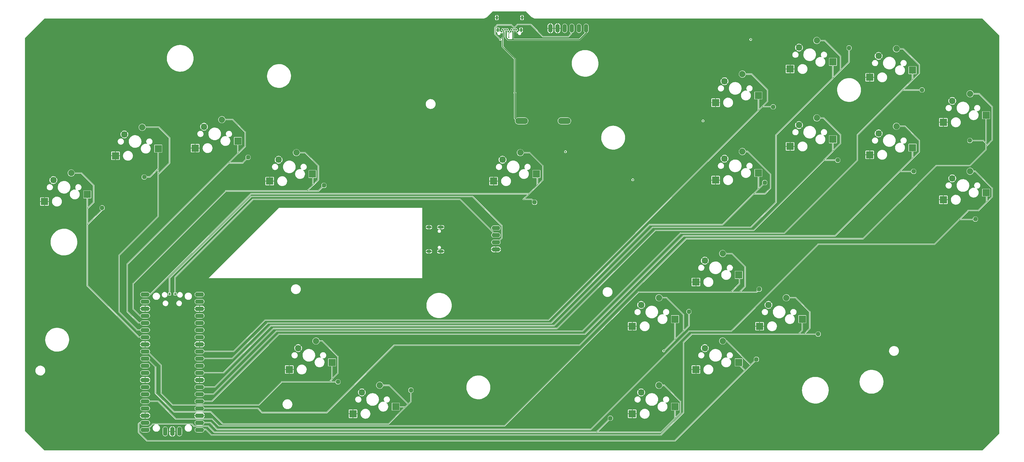
<source format=gbr>
%TF.GenerationSoftware,KiCad,Pcbnew,(6.0.5)*%
%TF.CreationDate,2022-06-18T14:01:58-07:00*%
%TF.ProjectId,OF1 v1,4f463120-7631-42e6-9b69-6361645f7063,rev?*%
%TF.SameCoordinates,Original*%
%TF.FileFunction,Copper,L2,Bot*%
%TF.FilePolarity,Positive*%
%FSLAX46Y46*%
G04 Gerber Fmt 4.6, Leading zero omitted, Abs format (unit mm)*
G04 Created by KiCad (PCBNEW (6.0.5)) date 2022-06-18 14:01:58*
%MOMM*%
%LPD*%
G01*
G04 APERTURE LIST*
G04 Aperture macros list*
%AMOutline5P*
0 Free polygon, 5 corners , with rotation*
0 The origin of the aperture is its center*
0 number of corners: always 5*
0 $1 to $10 corner X, Y*
0 $11 Rotation angle, in degrees counterclockwise*
0 create outline with 5 corners*
4,1,5,$1,$2,$3,$4,$5,$6,$7,$8,$9,$10,$1,$2,$11*%
%AMOutline6P*
0 Free polygon, 6 corners , with rotation*
0 The origin of the aperture is its center*
0 number of corners: always 6*
0 $1 to $12 corner X, Y*
0 $13 Rotation angle, in degrees counterclockwise*
0 create outline with 6 corners*
4,1,6,$1,$2,$3,$4,$5,$6,$7,$8,$9,$10,$11,$12,$1,$2,$13*%
%AMOutline7P*
0 Free polygon, 7 corners , with rotation*
0 The origin of the aperture is its center*
0 number of corners: always 7*
0 $1 to $14 corner X, Y*
0 $15 Rotation angle, in degrees counterclockwise*
0 create outline with 7 corners*
4,1,7,$1,$2,$3,$4,$5,$6,$7,$8,$9,$10,$11,$12,$13,$14,$1,$2,$15*%
%AMOutline8P*
0 Free polygon, 8 corners , with rotation*
0 The origin of the aperture is its center*
0 number of corners: always 8*
0 $1 to $16 corner X, Y*
0 $17 Rotation angle, in degrees counterclockwise*
0 create outline with 8 corners*
4,1,8,$1,$2,$3,$4,$5,$6,$7,$8,$9,$10,$11,$12,$13,$14,$15,$16,$1,$2,$17*%
G04 Aperture macros list end*
%TA.AperFunction,ComponentPad*%
%ADD10O,4.495800X2.247900*%
%TD*%
%TA.AperFunction,ComponentPad*%
%ADD11O,2.100000X1.000000*%
%TD*%
%TA.AperFunction,ComponentPad*%
%ADD12O,1.800000X1.000000*%
%TD*%
%TA.AperFunction,ComponentPad*%
%ADD13C,0.650000*%
%TD*%
%TA.AperFunction,ComponentPad*%
%ADD14O,0.750000X1.500000*%
%TD*%
%TA.AperFunction,ComponentPad*%
%ADD15C,2.247900*%
%TD*%
%TA.AperFunction,SMDPad,CuDef*%
%ADD16R,2.550000X2.500000*%
%TD*%
%TA.AperFunction,ComponentPad*%
%ADD17Outline8P,-0.762000X0.381000X-0.381000X0.762000X0.381000X0.762000X0.762000X0.381000X0.762000X-0.381000X0.381000X-0.762000X-0.381000X-0.762000X-0.762000X-0.381000X0.000000*%
%TD*%
%TA.AperFunction,ComponentPad*%
%ADD18O,1.524000X3.048000*%
%TD*%
%TA.AperFunction,ComponentPad*%
%ADD19R,0.800000X0.800000*%
%TD*%
%TA.AperFunction,ComponentPad*%
%ADD20O,1.600000X3.200000*%
%TD*%
%TA.AperFunction,ComponentPad*%
%ADD21O,3.200000X1.600000*%
%TD*%
%TA.AperFunction,ComponentPad*%
%ADD22O,3.048000X1.524000*%
%TD*%
%TA.AperFunction,ViaPad*%
%ADD23C,0.457200*%
%TD*%
%TA.AperFunction,ViaPad*%
%ADD24C,0.502400*%
%TD*%
%TA.AperFunction,ViaPad*%
%ADD25C,0.552400*%
%TD*%
%TA.AperFunction,Conductor*%
%ADD26C,0.200000*%
%TD*%
%TA.AperFunction,Conductor*%
%ADD27C,0.152400*%
%TD*%
%TA.AperFunction,Conductor*%
%ADD28C,0.340000*%
%TD*%
%TA.AperFunction,Conductor*%
%ADD29C,0.406400*%
%TD*%
%TA.AperFunction,Conductor*%
%ADD30C,0.400000*%
%TD*%
G04 APERTURE END LIST*
D10*
%TO.P,D1,A*%
%TO.N,V+*%
X151881100Y-65753600D03*
%TO.P,D1,C*%
%TO.N,VCC*%
X167121100Y-65753600D03*
%TD*%
D11*
%TO.P,J5,SHIELD1*%
%TO.N,GND*%
X123079393Y-103651075D03*
%TO.P,J5,SHIELD3*%
X123079393Y-112291075D03*
D12*
%TO.P,J5,SHIELD2*%
X118899393Y-103651075D03*
%TO.P,J5,SHIELD4*%
X118899393Y-112291075D03*
%TD*%
D13*
%TO.P,J2,B1*%
%TO.N,GND*%
X144768981Y-33943600D03*
%TO.P,J2,B2*%
%TO.N,V+*%
X145168981Y-33243600D03*
%TO.P,J2,B3*%
%TO.N,N/C*%
X145968981Y-33243600D03*
%TO.P,J2,B4*%
%TO.N,+5V*%
X146368981Y-33943600D03*
%TO.P,J2,B5*%
%TO.N,N/C*%
X146768981Y-33243600D03*
%TO.P,J2,B6*%
%TO.N,D+*%
X147168981Y-33943600D03*
%TO.P,J2,B7*%
%TO.N,D-*%
X147968981Y-33943600D03*
%TO.P,J2,B8*%
%TO.N,N/C*%
X148368981Y-33243600D03*
%TO.P,J2,B9*%
%TO.N,+5V*%
X148768981Y-33943600D03*
%TO.P,J2,B10*%
%TO.N,N/C*%
X149168981Y-33243600D03*
%TO.P,J2,B11*%
%TO.N,DATA*%
X149968981Y-33243600D03*
%TO.P,J2,B12*%
%TO.N,GND*%
X150368981Y-33943600D03*
D14*
%TO.P,J2,SHIELD1*%
X151698981Y-33343600D03*
%TO.P,J2,SHIELD2*%
X143438981Y-33343600D03*
%TO.P,J2,SHIELD3*%
X152058981Y-28953600D03*
%TO.P,J2,SHIELD4*%
X143078981Y-28953600D03*
%TD*%
D15*
%TO.P,U$1,P$2*%
%TO.N,L*%
X-8493900Y-84337600D03*
%TO.P,U$1,P$1*%
%TO.N,GND*%
X-14843900Y-86877600D03*
D16*
%TO.P,U$1,P$4*%
X-18018900Y-94497600D03*
%TO.P,U$1,P$3*%
%TO.N,L*%
X-2778900Y-91957600D03*
%TD*%
D15*
%TO.P,U$10,P$2*%
%TO.N,Y*%
X257026100Y-37092600D03*
%TO.P,U$10,P$1*%
%TO.N,GND*%
X250676100Y-39632600D03*
D16*
%TO.P,U$10,P$4*%
X247501100Y-47252600D03*
%TO.P,U$10,P$3*%
%TO.N,Y*%
X262741100Y-44712600D03*
%TD*%
D15*
%TO.P,U$11,P$2*%
%TO.N,LS*%
X285381100Y-40067600D03*
%TO.P,U$11,P$1*%
%TO.N,GND*%
X279031100Y-42607600D03*
D16*
%TO.P,U$11,P$4*%
X275856100Y-50227600D03*
%TO.P,U$11,P$3*%
%TO.N,LS*%
X291096100Y-47687600D03*
%TD*%
D15*
%TO.P,U$12,P$2*%
%TO.N,MS*%
X311604100Y-56103600D03*
%TO.P,U$12,P$1*%
%TO.N,GND*%
X305254100Y-58643600D03*
D16*
%TO.P,U$12,P$4*%
X302079100Y-66263600D03*
%TO.P,U$12,P$3*%
%TO.N,MS*%
X317319100Y-63723600D03*
%TD*%
D15*
%TO.P,U$13,P$2*%
%TO.N,B*%
X230508100Y-76697600D03*
%TO.P,U$13,P$1*%
%TO.N,GND*%
X224158100Y-79237600D03*
D16*
%TO.P,U$13,P$4*%
X220983100Y-86857600D03*
%TO.P,U$13,P$3*%
%TO.N,B*%
X236223100Y-84317600D03*
%TD*%
D15*
%TO.P,U$14,P$2*%
%TO.N,X*%
X257026100Y-64702600D03*
%TO.P,U$14,P$1*%
%TO.N,GND*%
X250676100Y-67242600D03*
D16*
%TO.P,U$14,P$4*%
X247501100Y-74862600D03*
%TO.P,U$14,P$3*%
%TO.N,X*%
X262741100Y-72322600D03*
%TD*%
D15*
%TO.P,U$15,P$2*%
%TO.N,Z*%
X285381100Y-67677600D03*
%TO.P,U$15,P$1*%
%TO.N,GND*%
X279031100Y-70217600D03*
D16*
%TO.P,U$15,P$4*%
X275856100Y-77837600D03*
%TO.P,U$15,P$3*%
%TO.N,Z*%
X291096100Y-75297600D03*
%TD*%
D15*
%TO.P,U$16,P$2*%
%TO.N,UP*%
X311604100Y-83713600D03*
%TO.P,U$16,P$1*%
%TO.N,GND*%
X305254100Y-86253600D03*
D16*
%TO.P,U$16,P$4*%
X302079100Y-93873600D03*
%TO.P,U$16,P$3*%
%TO.N,UP*%
X317319100Y-91333600D03*
%TD*%
D15*
%TO.P,U$17,P$2*%
%TO.N,C_UP*%
X223493100Y-113037600D03*
%TO.P,U$17,P$1*%
%TO.N,GND*%
X217143100Y-115577600D03*
D16*
%TO.P,U$17,P$4*%
X213968100Y-123197600D03*
%TO.P,U$17,P$3*%
%TO.N,C_UP*%
X229208100Y-120657600D03*
%TD*%
D15*
%TO.P,U$18,P$2*%
%TO.N,C_LT*%
X200806100Y-128807600D03*
%TO.P,U$18,P$1*%
%TO.N,GND*%
X194456100Y-131347600D03*
D16*
%TO.P,U$18,P$4*%
X191281100Y-138967600D03*
%TO.P,U$18,P$3*%
%TO.N,C_LT*%
X206521100Y-136427600D03*
%TD*%
D15*
%TO.P,U$19,P$2*%
%TO.N,C_RT*%
X246150100Y-128807600D03*
%TO.P,U$19,P$1*%
%TO.N,GND*%
X239800100Y-131347600D03*
D16*
%TO.P,U$19,P$4*%
X236625100Y-138967600D03*
%TO.P,U$19,P$3*%
%TO.N,C_RT*%
X251865100Y-136427600D03*
%TD*%
D15*
%TO.P,U$2,P$2*%
%TO.N,LEFT*%
X16786100Y-68034600D03*
%TO.P,U$2,P$1*%
%TO.N,GND*%
X10436100Y-70574600D03*
D16*
%TO.P,U$2,P$4*%
X7261100Y-78194600D03*
%TO.P,U$2,P$3*%
%TO.N,LEFT*%
X22501100Y-75654600D03*
%TD*%
D15*
%TO.P,U$20,P$2*%
%TO.N,A*%
X223493100Y-144222600D03*
%TO.P,U$20,P$1*%
%TO.N,GND*%
X217143100Y-146762600D03*
D16*
%TO.P,U$20,P$4*%
X213968100Y-154382600D03*
%TO.P,U$20,P$3*%
%TO.N,A*%
X229208100Y-151842600D03*
%TD*%
D15*
%TO.P,U$21,P$2*%
%TO.N,C_DN*%
X200806100Y-159992600D03*
%TO.P,U$21,P$1*%
%TO.N,GND*%
X194456100Y-162532600D03*
D16*
%TO.P,U$21,P$4*%
X191281100Y-170152600D03*
%TO.P,U$21,P$3*%
%TO.N,C_DN*%
X206521100Y-167612600D03*
%TD*%
D15*
%TO.P,U$4,P$2*%
%TO.N,DOWN*%
X45142100Y-65308600D03*
%TO.P,U$4,P$1*%
%TO.N,GND*%
X38792100Y-67848600D03*
D16*
%TO.P,U$4,P$4*%
X35617100Y-75468600D03*
%TO.P,U$4,P$3*%
%TO.N,DOWN*%
X50857100Y-72928600D03*
%TD*%
D15*
%TO.P,U$5,P$2*%
%TO.N,RIGHT*%
X71714100Y-77071600D03*
%TO.P,U$5,P$1*%
%TO.N,GND*%
X65364100Y-79611600D03*
D16*
%TO.P,U$5,P$4*%
X62189100Y-87231600D03*
%TO.P,U$5,P$3*%
%TO.N,RIGHT*%
X77429100Y-84691600D03*
%TD*%
D15*
%TO.P,U$6,P$2*%
%TO.N,M1*%
X78673100Y-144222600D03*
%TO.P,U$6,P$1*%
%TO.N,GND*%
X72323100Y-146762600D03*
D16*
%TO.P,U$6,P$4*%
X69148100Y-154382600D03*
%TO.P,U$6,P$3*%
%TO.N,M1*%
X84388100Y-151842600D03*
%TD*%
D15*
%TO.P,U$7,P$2*%
%TO.N,M2*%
X101361100Y-159991600D03*
%TO.P,U$7,P$1*%
%TO.N,GND*%
X95011100Y-162531600D03*
D16*
%TO.P,U$7,P$4*%
X91836100Y-170151600D03*
%TO.P,U$7,P$3*%
%TO.N,M2*%
X107076100Y-167611600D03*
%TD*%
D15*
%TO.P,U$8,P$2*%
%TO.N,START*%
X151446100Y-77071600D03*
%TO.P,U$8,P$1*%
%TO.N,GND*%
X145096100Y-79611600D03*
D16*
%TO.P,U$8,P$4*%
X141921100Y-87231600D03*
%TO.P,U$8,P$3*%
%TO.N,START*%
X157161100Y-84691600D03*
%TD*%
D15*
%TO.P,U$9,P$2*%
%TO.N,R*%
X230508100Y-49088600D03*
%TO.P,U$9,P$1*%
%TO.N,GND*%
X224158100Y-51628600D03*
D16*
%TO.P,U$9,P$4*%
X220983100Y-59248600D03*
%TO.P,U$9,P$3*%
%TO.N,R*%
X236223100Y-56708600D03*
%TD*%
D17*
%TO.P,JP2,1*%
%TO.N,L*%
X2501100Y-96753600D03*
%TD*%
%TO.P,JP3,1*%
%TO.N,LEFT*%
X17501100Y-85753600D03*
%TD*%
%TO.P,JP4,1*%
%TO.N,DOWN*%
X54501100Y-78753600D03*
%TD*%
%TO.P,JP5,1*%
%TO.N,RIGHT*%
X81501100Y-88753600D03*
%TD*%
%TO.P,JP6,1*%
%TO.N,M1*%
X86501100Y-158753600D03*
%TD*%
%TO.P,JP7,1*%
%TO.N,M2*%
X112501100Y-161753600D03*
%TD*%
%TO.P,JP8,1*%
%TO.N,START*%
X156501100Y-94753600D03*
%TD*%
%TO.P,JP9,1*%
%TO.N,R*%
X241501100Y-60753600D03*
%TD*%
%TO.P,JP10,1*%
%TO.N,B*%
X238501100Y-87753600D03*
%TD*%
%TO.P,JP11,1*%
%TO.N,X*%
X264501100Y-79753600D03*
%TD*%
%TO.P,JP12,1*%
%TO.N,Y*%
X268501100Y-39753600D03*
%TD*%
%TO.P,JP13,1*%
%TO.N,LS*%
X294501100Y-54753600D03*
%TD*%
%TO.P,JP14,1*%
%TO.N,MS*%
X311501100Y-72753600D03*
%TD*%
%TO.P,JP15,1*%
%TO.N,UP*%
X313501100Y-100753600D03*
%TD*%
%TO.P,JP16,1*%
%TO.N,Z*%
X291501100Y-83753600D03*
%TD*%
%TO.P,JP17,1*%
%TO.N,C_UP*%
X236501100Y-125753600D03*
%TD*%
%TO.P,JP18,1*%
%TO.N,C_LT*%
X211501100Y-133753600D03*
%TD*%
%TO.P,JP19,1*%
%TO.N,C_RT*%
X257501100Y-141753600D03*
%TD*%
%TO.P,JP20,1*%
%TO.N,A*%
X235501100Y-150753600D03*
%TD*%
%TO.P,JP21,1*%
%TO.N,C_DN*%
X183501100Y-171753600D03*
%TD*%
D18*
%TO.P,J3,6*%
%TO.N,+5V*%
X174851100Y-32753600D03*
%TO.P,J3,5*%
%TO.N,V+*%
X172311100Y-32753600D03*
%TO.P,J3,4*%
%TO.N,DATA*%
X169771100Y-32753600D03*
%TO.P,J3,3*%
%TO.N,VCC*%
X167231100Y-32753600D03*
%TO.P,J3,2*%
%TO.N,GND*%
X164691100Y-32753600D03*
%TO.P,J3,1*%
X162151100Y-32753600D03*
%TD*%
D19*
%TO.P,J1,TP2*%
%TO.N,D-*%
X28501100Y-127453600D03*
%TO.P,J1,TP3*%
%TO.N,D+*%
X26501100Y-127453600D03*
D20*
%TO.P,J1,SWDIO*%
%TO.N,N/C*%
X30041100Y-176453600D03*
%TO.P,J1,GND@5*%
%TO.N,GND*%
X27501100Y-176453600D03*
%TO.P,J1,SWCLK*%
%TO.N,N/C*%
X24961100Y-176453600D03*
D21*
%TO.P,J1,VBUS*%
%TO.N,+5V*%
X37191100Y-127623600D03*
%TO.P,J1,VSYS*%
%TO.N,VCC*%
X37191100Y-130163600D03*
%TO.P,J1,GND@8*%
%TO.N,GND*%
X37191100Y-132703600D03*
%TO.P,J1,3V3_EN*%
%TO.N,N/C*%
X37191100Y-135243600D03*
%TO.P,J1,3V3*%
X37191100Y-137783600D03*
%TO.P,J1,ADC_VREF*%
X37191100Y-140323600D03*
%TO.P,J1,GP28_A2*%
%TO.N,DATA*%
X37191100Y-142863600D03*
%TO.P,J1,AGND*%
%TO.N,GND*%
X37191100Y-145403600D03*
%TO.P,J1,GP27_A1*%
%TO.N,R*%
X37191100Y-147943600D03*
%TO.P,J1,GP26_A0*%
%TO.N,B*%
X37191100Y-150483600D03*
%TO.P,J1,RUN*%
%TO.N,N/C*%
X37191100Y-153023600D03*
%TO.P,J1,GP22*%
%TO.N,Y*%
X37191100Y-155563600D03*
%TO.P,J1,GND@7*%
%TO.N,GND*%
X37191100Y-158103600D03*
%TO.P,J1,GP21*%
%TO.N,X*%
X37191100Y-160643600D03*
%TO.P,J1,GP20*%
%TO.N,LS*%
X37191100Y-163183600D03*
%TO.P,J1,GP19*%
%TO.N,Z*%
X37191100Y-165723600D03*
%TO.P,J1,GP18*%
%TO.N,MS*%
X37191100Y-168263600D03*
%TO.P,J1,GND@6*%
%TO.N,GND*%
X37191100Y-170803600D03*
%TO.P,J1,GP17*%
%TO.N,UP*%
X37191100Y-173343600D03*
%TO.P,J1,GP16*%
%TO.N,C_RT*%
X37191100Y-175883600D03*
%TO.P,J1,GP15*%
%TO.N,C_DN*%
X17811100Y-175883600D03*
%TO.P,J1,GP14*%
%TO.N,A*%
X17811100Y-173343600D03*
%TO.P,J1,GND@4*%
%TO.N,GND*%
X17811100Y-170803600D03*
%TO.P,J1,GP13*%
%TO.N,C_LT*%
X17811100Y-168263600D03*
%TO.P,J1,GP12*%
%TO.N,C_UP*%
X17811100Y-165723600D03*
%TO.P,J1,GP11*%
%TO.N,N/C*%
X17811100Y-163183600D03*
%TO.P,J1,GP10*%
X17811100Y-160643600D03*
%TO.P,J1,GND@3*%
%TO.N,GND*%
X17811100Y-158103600D03*
%TO.P,J1,GP9*%
%TO.N,N/C*%
X17811100Y-155563600D03*
%TO.P,J1,GP8*%
X17811100Y-153023600D03*
%TO.P,J1,GP7*%
%TO.N,M2*%
X17811100Y-150483600D03*
%TO.P,J1,GP6*%
%TO.N,M1*%
X17811100Y-147943600D03*
%TO.P,J1,GND@2*%
%TO.N,GND*%
X17811100Y-145403600D03*
%TO.P,J1,GP5*%
%TO.N,L*%
X17811100Y-142863600D03*
%TO.P,J1,GP4*%
%TO.N,LEFT*%
X17811100Y-140323600D03*
%TO.P,J1,GP3*%
%TO.N,DOWN*%
X17811100Y-137783600D03*
%TO.P,J1,GP2*%
%TO.N,RIGHT*%
X17811100Y-135243600D03*
%TO.P,J1,GND@1*%
%TO.N,GND*%
X17811100Y-132703600D03*
%TO.P,J1,GP1*%
%TO.N,N/C*%
X17811100Y-130163600D03*
%TO.P,J1,GP0*%
%TO.N,START*%
X17811100Y-127623600D03*
%TD*%
D22*
%TO.P,J4,4*%
%TO.N,+5V*%
X142745065Y-103943600D03*
%TO.P,J4,3*%
%TO.N,D-*%
X142745065Y-106483600D03*
%TO.P,J4,2*%
%TO.N,D+*%
X142745065Y-109023600D03*
%TO.P,J4,1*%
%TO.N,GND*%
X142745065Y-111563600D03*
%TD*%
D23*
%TO.N,D-*%
X147326196Y-36001204D03*
D24*
%TO.N,V+*%
X149501100Y-55753600D03*
D23*
%TO.N,DATA*%
X144320628Y-36764479D03*
D25*
%TO.N,C_LT*%
X202501100Y-147753600D03*
D24*
%TO.N,GND*%
X135501100Y-111753600D03*
X126501100Y-114753600D03*
X119501100Y-115753600D03*
X126501100Y-100753600D03*
X120501100Y-100753600D03*
X269501100Y-144753600D03*
X223501100Y-175753600D03*
X265501100Y-172753600D03*
X238501100Y-164753600D03*
X248501100Y-149753600D03*
X280501100Y-133753600D03*
X290501100Y-170753600D03*
X306501100Y-159753600D03*
X303501100Y-137753600D03*
X309501100Y-114753600D03*
X287501100Y-120753600D03*
X266501100Y-121753600D03*
X158501100Y-30753600D03*
D25*
X41501100Y-145753600D03*
X49501100Y-137753600D03*
X112501100Y-151753600D03*
X232501100Y-139753600D03*
X256501100Y-134753600D03*
X206501100Y-124753600D03*
X241501100Y-112753600D03*
X235501100Y-121753600D03*
X317501100Y-97753600D03*
X273501100Y-102753600D03*
X286501100Y-89753600D03*
X291501100Y-62753600D03*
X311501100Y-42753600D03*
X303501100Y-49753600D03*
X312501100Y-35753600D03*
X300501100Y-38753600D03*
X280501100Y-34753600D03*
X263501100Y-62753600D03*
X257501100Y-87753600D03*
X245501100Y-99753600D03*
X231501100Y-99753600D03*
X237501100Y-93753600D03*
X235501100Y-72753600D03*
%TO.N,*%
X233501100Y-36753600D03*
%TO.N,GND*%
X187501100Y-41753600D03*
X202501100Y-53753600D03*
X200501100Y-72753600D03*
X181501100Y-103753600D03*
X167501100Y-118753600D03*
X159501100Y-107753600D03*
X167501100Y-92753600D03*
%TO.N,*%
X167501100Y-76753600D03*
%TO.N,GND*%
X162501100Y-49753600D03*
X151501100Y-51753600D03*
X136501100Y-70753600D03*
X125501100Y-90753600D03*
X125501100Y-77753600D03*
X109501100Y-86753600D03*
X108501100Y-68753600D03*
X95501100Y-59753600D03*
X95501100Y-75753600D03*
X91501100Y-85753600D03*
X81501100Y-41753600D03*
X53501100Y-38753600D03*
X29501100Y-60753600D03*
X7501100Y-38753600D03*
X9501100Y-50753600D03*
X-9498900Y-42753600D03*
X-17498900Y-50753600D03*
X8501100Y-59753600D03*
X-17498900Y-75753600D03*
X501100Y-75753600D03*
X38501100Y-123753600D03*
X44501100Y-97753600D03*
X32501100Y-109753600D03*
X34501100Y-96753600D03*
X20501100Y-110753600D03*
X19501100Y-121753600D03*
X-19498900Y-115753600D03*
X-12498900Y-122753600D03*
X-22498900Y-128753600D03*
X-4498900Y-134753600D03*
X-15498900Y-164753600D03*
X-11498900Y-175753600D03*
X4501100Y-173753600D03*
X-2498900Y-166753600D03*
X49501100Y-126753600D03*
X47501100Y-107753600D03*
X77501100Y-132753600D03*
X107501100Y-125753600D03*
X171128412Y-35252982D03*
X159501100Y-33753600D03*
X149501100Y-99753600D03*
X134501100Y-103753600D03*
X146501100Y-75753600D03*
X139501100Y-56753600D03*
X215501100Y-161753600D03*
X231501100Y-146753600D03*
X203501100Y-156753600D03*
X189501100Y-174753600D03*
X182501100Y-152753600D03*
X149501100Y-151753600D03*
X92501100Y-149753600D03*
X139501100Y-33753600D03*
X153501100Y-33753600D03*
X146271971Y-38412382D03*
X149501100Y-37753600D03*
X142501100Y-36753600D03*
X152501100Y-42753600D03*
X158501100Y-39753600D03*
X126501100Y-40753600D03*
X100501100Y-41753600D03*
X79501100Y-67753600D03*
X46501100Y-55753600D03*
X-9498900Y-61753600D03*
X52501100Y-85753600D03*
X34501100Y-80753600D03*
X8501100Y-85753600D03*
X-18498900Y-99753600D03*
X-2498900Y-157753600D03*
X277501100Y-55753600D03*
X301501100Y-71753600D03*
X294501100Y-100753600D03*
X273501100Y-86753600D03*
X248501100Y-80753600D03*
X246501100Y-52753600D03*
X208501100Y-40753600D03*
X184501100Y-56753600D03*
%TO.N,*%
X216501100Y-65753600D03*
%TO.N,/M2*%
X191501100Y-86753600D03*
%TO.N,GND*%
X216501100Y-93753600D03*
X148501100Y-129753600D03*
X96501100Y-125753600D03*
X85501100Y-170753600D03*
X62501100Y-157753600D03*
X121501100Y-167753600D03*
X166501100Y-167753600D03*
X146501100Y-111753600D03*
X199501100Y-146753600D03*
X40501100Y-132753600D03*
X41501100Y-157753600D03*
X14501100Y-131753600D03*
X40501100Y-170753600D03*
X12501100Y-144753600D03*
X13501100Y-170753600D03*
D24*
X150705187Y-32589207D03*
%TD*%
D26*
%TO.N,D-*%
X130015065Y-93753600D02*
X56201097Y-93753600D01*
X28501100Y-121453600D02*
X28501100Y-127453600D01*
X56201097Y-93753600D02*
X28501100Y-121453600D01*
X142745065Y-106483600D02*
X130015065Y-93753600D01*
X147315493Y-34597088D02*
X147315493Y-35990500D01*
D27*
X147315493Y-35990500D02*
X147326196Y-36001204D01*
D26*
X147968981Y-33943600D02*
X147315493Y-34597088D01*
D28*
%TO.N,V+*%
X145127793Y-39331838D02*
X145127793Y-36126907D01*
X145168981Y-33326075D02*
X145168981Y-33243600D01*
X145501100Y-33658194D02*
X145168981Y-33326075D01*
X145501100Y-35753600D02*
X145501100Y-33658194D01*
X145127793Y-36126907D02*
X145501100Y-35753600D01*
D29*
X150501100Y-65753600D02*
X151881100Y-65753600D01*
X149501100Y-64753600D02*
X150501100Y-65753600D01*
X149501100Y-55753600D02*
X149501100Y-64753600D01*
D28*
X149501100Y-43705144D02*
X149501100Y-55753600D01*
X145127793Y-39331838D02*
X149501100Y-43705144D01*
X145168981Y-33243600D02*
X145164881Y-33247700D01*
D26*
%TO.N,DATA*%
X150384325Y-31440769D02*
X149266975Y-32558119D01*
X155188268Y-31440769D02*
X150384325Y-31440769D01*
X159501100Y-35753600D02*
X155188268Y-31440769D01*
X168501100Y-35753600D02*
X159501100Y-35753600D01*
X169501100Y-34753600D02*
X168501100Y-35753600D01*
X169501100Y-33023600D02*
X169501100Y-34753600D01*
X169771100Y-32753600D02*
X169501100Y-33023600D01*
X142428271Y-32376457D02*
X143238150Y-31566579D01*
X143238150Y-31566579D02*
X148275434Y-31566579D01*
X149266975Y-32558119D02*
X149952456Y-33243600D01*
X148275434Y-31566579D02*
X149266975Y-32558119D01*
X149952456Y-33243600D02*
X149968981Y-33243600D01*
X142428271Y-34852935D02*
X142428271Y-32376457D01*
X144320628Y-36745291D02*
X142428271Y-34852935D01*
X144320628Y-36764479D02*
X144320628Y-36745291D01*
D27*
X144331506Y-36753600D02*
X144320628Y-36764479D01*
D26*
%TO.N,D+*%
X134501100Y-92753600D02*
X55501100Y-92753600D01*
X144808175Y-103060675D02*
X134501100Y-92753600D01*
X144808175Y-107552575D02*
X144808175Y-103060675D01*
X55501100Y-92753600D02*
X26501100Y-121753600D01*
X26501100Y-121753600D02*
X26501100Y-127453600D01*
X142745065Y-109023600D02*
X143337150Y-109023600D01*
X144808175Y-107552575D02*
X143337150Y-109023600D01*
%TO.N,C_DN*%
X206521100Y-167612600D02*
X206521100Y-171733600D01*
X202740100Y-159992600D02*
X200806100Y-159992600D01*
X208501100Y-165753600D02*
X202740100Y-159992600D01*
X208501100Y-169753600D02*
X208501100Y-165753600D01*
X206521100Y-171733600D02*
X208501100Y-169753600D01*
X183501100Y-171753600D02*
X178501100Y-176753600D01*
X35375079Y-174627578D02*
X40375079Y-174627578D01*
X34501100Y-173753600D02*
X35375079Y-174627578D01*
X178501100Y-176753600D02*
X201501100Y-176753600D01*
X42501100Y-176753600D02*
X178501100Y-176753600D01*
X40375079Y-174627578D02*
X42501100Y-176753600D01*
X18611100Y-175883600D02*
X18611100Y-175643600D01*
X20501100Y-173753600D02*
X18611100Y-175643600D01*
X20501100Y-173753600D02*
X34501100Y-173753600D01*
X201501100Y-176753600D02*
X206521100Y-171733600D01*
%TO.N,A*%
X233501100Y-152753600D02*
X224970100Y-144222600D01*
X224970100Y-144222600D02*
X223493100Y-144222600D01*
X229208100Y-152460600D02*
X229208100Y-151842600D01*
X231501100Y-154753600D02*
X229208100Y-152460600D01*
X233501100Y-152753600D02*
X231501100Y-154753600D01*
X235501100Y-150753600D02*
X233501100Y-152753600D01*
X15501100Y-176753600D02*
X15501100Y-173753600D01*
X206501100Y-179753600D02*
X18501100Y-179753600D01*
X15911100Y-173343600D02*
X18611100Y-173343600D01*
X15501100Y-173753600D02*
X15911100Y-173343600D01*
X18501100Y-179753600D02*
X15501100Y-176753600D01*
X231501100Y-154753600D02*
X206501100Y-179753600D01*
%TO.N,C_RT*%
X251859096Y-136433604D02*
X251865100Y-136427600D01*
X251859096Y-140395603D02*
X251859096Y-136433604D01*
X254501100Y-133753600D02*
X249555100Y-128807600D01*
X249555100Y-128807600D02*
X246150100Y-128807600D01*
X254501100Y-139753600D02*
X254501100Y-133753600D01*
X252501100Y-141753600D02*
X254501100Y-139753600D01*
X252501100Y-141753600D02*
X250501100Y-141753600D01*
X257501100Y-141753600D02*
X252501100Y-141753600D01*
X209501100Y-169753600D02*
X201501100Y-177753600D01*
X209501100Y-144753600D02*
X209501100Y-169753600D01*
X212501100Y-141753600D02*
X209501100Y-144753600D01*
X250501100Y-141753600D02*
X212501100Y-141753600D01*
X251859096Y-140395603D02*
X251865100Y-140389600D01*
X250501100Y-141753600D02*
X251859096Y-140395603D01*
X201501100Y-177753600D02*
X41501100Y-177753600D01*
X36521100Y-175753600D02*
X36391100Y-175883600D01*
X39501100Y-175753600D02*
X36521100Y-175753600D01*
X41501100Y-177753600D02*
X39501100Y-175753600D01*
%TO.N,C_LT*%
X209501100Y-134753600D02*
X203555100Y-128807600D01*
X203555100Y-128807600D02*
X200806100Y-128807600D01*
X209501100Y-140753600D02*
X209501100Y-134753600D01*
X206521100Y-136427600D02*
X206521100Y-143733600D01*
X209501100Y-140753600D02*
X206521100Y-143733600D01*
X211501100Y-138753600D02*
X209501100Y-140753600D01*
X211501100Y-133753600D02*
X211501100Y-138753600D01*
X206521100Y-143733600D02*
X202501100Y-147753600D01*
%TO.N,C_UP*%
X229501100Y-120950600D02*
X229208100Y-120657600D01*
X229501100Y-123753600D02*
X229501100Y-120950600D01*
X226501100Y-126753600D02*
X229501100Y-123753600D01*
X226785100Y-113037600D02*
X231501100Y-117753600D01*
X223493100Y-113037600D02*
X226785100Y-113037600D01*
X231501100Y-117753600D02*
X231501100Y-124753600D01*
X229501100Y-126753600D02*
X231501100Y-124753600D01*
X229501100Y-126753600D02*
X226501100Y-126753600D01*
X235501100Y-126753600D02*
X229501100Y-126753600D01*
X236501100Y-125753600D02*
X235501100Y-126753600D01*
X44174100Y-174426600D02*
X41717532Y-171970031D01*
X145828100Y-174426600D02*
X44174100Y-174426600D01*
X41717532Y-171970031D02*
X28717532Y-171970031D01*
X193501100Y-126753600D02*
X226501100Y-126753600D01*
X145828100Y-174426600D02*
X193501100Y-126753600D01*
X28717532Y-171970031D02*
X22471100Y-165723600D01*
X18611100Y-165723600D02*
X22471100Y-165723600D01*
%TO.N,MS*%
X319501100Y-60753600D02*
X314851100Y-56103600D01*
X319501100Y-72571600D02*
X319501100Y-60753600D01*
X314851100Y-56103600D02*
X311604100Y-56103600D01*
X317319100Y-74753600D02*
X319501100Y-72571600D01*
X317319100Y-63723600D02*
X317319100Y-73753600D01*
X316319100Y-72753600D02*
X317319100Y-73753600D01*
X311501100Y-72753600D02*
X316319100Y-72753600D01*
X106501100Y-145753600D02*
X172501100Y-145753600D01*
X82501100Y-169753600D02*
X106501100Y-145753600D01*
X59501100Y-169753600D02*
X82501100Y-169753600D01*
X172501100Y-145753600D02*
X210501100Y-107753600D01*
X58011100Y-168263600D02*
X59501100Y-169753600D01*
X36391100Y-168263600D02*
X58011100Y-168263600D01*
X299501100Y-81753600D02*
X273501100Y-107753600D01*
X317319100Y-75935600D02*
X311501100Y-81753600D01*
X273501100Y-107753600D02*
X210501100Y-107753600D01*
X311501100Y-81753600D02*
X299501100Y-81753600D01*
X317319100Y-74753600D02*
X317319100Y-75935600D01*
X317319100Y-73753600D02*
X317319100Y-74753600D01*
%TO.N,LS*%
X287815100Y-40067600D02*
X285381100Y-40067600D01*
X293501100Y-45753600D02*
X287815100Y-40067600D01*
X293501100Y-48753600D02*
X293501100Y-45753600D01*
X291096100Y-51158600D02*
X293501100Y-48753600D01*
X291096100Y-51158600D02*
X291096100Y-47687600D01*
X294501100Y-54753600D02*
X287501100Y-54753600D01*
X245501100Y-105753600D02*
X271501100Y-79753600D01*
X208501100Y-105753600D02*
X245501100Y-105753600D01*
X173501100Y-140753600D02*
X208501100Y-105753600D01*
X64501100Y-140753600D02*
X173501100Y-140753600D01*
X287501100Y-54753600D02*
X291096100Y-51158600D01*
X271501100Y-70753600D02*
X287501100Y-54753600D01*
X271501100Y-79753600D02*
X271501100Y-70753600D01*
X42071100Y-163183600D02*
X64501100Y-140753600D01*
X36391100Y-163183600D02*
X42071100Y-163183600D01*
%TO.N,UP*%
X319501100Y-92753600D02*
X319501100Y-89753600D01*
X313461100Y-83713600D02*
X311604100Y-83713600D01*
X319501100Y-89753600D02*
X313461100Y-83713600D01*
X317501100Y-94753600D02*
X319501100Y-92753600D01*
X310899100Y-97753600D02*
X314501100Y-97753600D01*
X317501100Y-91515600D02*
X317319100Y-91333600D01*
X317501100Y-91515600D02*
X317501100Y-94753600D01*
X314501100Y-97753600D02*
X317501100Y-94753600D01*
X307700100Y-100952600D02*
X310899100Y-97753600D01*
X313302100Y-100952600D02*
X307700100Y-100952600D01*
X313501100Y-100753600D02*
X313302100Y-100952600D01*
X43501100Y-175753600D02*
X176501100Y-175753600D01*
X41091100Y-173343600D02*
X43501100Y-175753600D01*
X36391100Y-173343600D02*
X41091100Y-173343600D01*
X211501100Y-140753600D02*
X176501100Y-175753600D01*
X226501100Y-140753600D02*
X211501100Y-140753600D01*
X257501100Y-109753600D02*
X226501100Y-140753600D01*
X307700100Y-100952600D02*
X298899100Y-109753600D01*
X36392266Y-173344765D02*
X36391100Y-173343600D01*
X298899100Y-109753600D02*
X257501100Y-109753600D01*
%TO.N,Z*%
X293501100Y-76753600D02*
X291096100Y-79158600D01*
X291096100Y-75297600D02*
X291096100Y-79158600D01*
X293501100Y-72753600D02*
X288425100Y-67677600D01*
X293501100Y-72753600D02*
X293501100Y-76753600D01*
X286501100Y-83753600D02*
X291096100Y-79158600D01*
X288425100Y-67677600D02*
X285381100Y-67677600D01*
X291501100Y-83753600D02*
X286501100Y-83753600D01*
X263501100Y-106753600D02*
X286501100Y-83753600D01*
X209501100Y-106753600D02*
X263501100Y-106753600D01*
X174501100Y-141753600D02*
X209501100Y-106753600D01*
X65501100Y-141753600D02*
X174501100Y-141753600D01*
X41531100Y-165723600D02*
X65501100Y-141753600D01*
X36391100Y-165723600D02*
X41531100Y-165723600D01*
%TO.N,X*%
X259450100Y-64702600D02*
X257026100Y-64702600D01*
X265501100Y-70753600D02*
X259450100Y-64702600D01*
X265501100Y-73753600D02*
X265501100Y-70753600D01*
X262741100Y-76513600D02*
X265501100Y-73753600D01*
X262741100Y-72322600D02*
X262741100Y-76513600D01*
X264501100Y-79753600D02*
X259501100Y-79753600D01*
X259501100Y-79753600D02*
X262741100Y-76513600D01*
X234501100Y-104753600D02*
X259501100Y-79753600D01*
X199501100Y-104753600D02*
X234501100Y-104753600D01*
X164501100Y-139753600D02*
X199501100Y-104753600D01*
X63501100Y-139753600D02*
X164501100Y-139753600D01*
X42611100Y-160643600D02*
X63501100Y-139753600D01*
X36391100Y-160643600D02*
X42611100Y-160643600D01*
%TO.N,B*%
X240501100Y-84753600D02*
X232445100Y-76697600D01*
X240501100Y-89753600D02*
X240501100Y-84753600D01*
X238501100Y-91753600D02*
X240501100Y-89753600D01*
X232445100Y-76697600D02*
X230508100Y-76697600D01*
X234501100Y-91753600D02*
X238501100Y-91753600D01*
X236223100Y-84317600D02*
X236223100Y-90031600D01*
X236223100Y-90031600D02*
X238501100Y-87753600D01*
X236223100Y-90031600D02*
X234501100Y-91753600D01*
X223501100Y-102753600D02*
X234501100Y-91753600D01*
X197501100Y-102753600D02*
X223501100Y-102753600D01*
X61501100Y-137753600D02*
X162501100Y-137753600D01*
X48771100Y-150483600D02*
X61501100Y-137753600D01*
X162501100Y-137753600D02*
X197501100Y-102753600D01*
X36391100Y-150483600D02*
X48771100Y-150483600D01*
%TO.N,Y*%
X259840100Y-37092600D02*
X257026100Y-37092600D01*
X265501100Y-42753600D02*
X259840100Y-37092600D01*
X265501100Y-47753600D02*
X265501100Y-42753600D01*
X265501100Y-47753600D02*
X262741100Y-50513600D01*
X268501100Y-44753600D02*
X265501100Y-47753600D01*
X262741100Y-50513600D02*
X262741100Y-44712600D01*
X268501100Y-39753600D02*
X268501100Y-44753600D01*
X62501100Y-138753600D02*
X45691100Y-155563600D01*
X198501100Y-103753600D02*
X163501100Y-138753600D01*
X233501100Y-103753600D02*
X198501100Y-103753600D01*
X242501100Y-94753600D02*
X233501100Y-103753600D01*
X242501100Y-70753600D02*
X242501100Y-94753600D01*
X262741100Y-50513600D02*
X242501100Y-70753600D01*
X45691100Y-155563600D02*
X36391100Y-155563600D01*
X163501100Y-138753600D02*
X62501100Y-138753600D01*
%TO.N,R*%
X233836100Y-49088600D02*
X230508100Y-49088600D01*
X239501100Y-54753600D02*
X233836100Y-49088600D01*
X239501100Y-58753600D02*
X239501100Y-54753600D01*
X237501100Y-60753600D02*
X239501100Y-58753600D01*
X236223100Y-56708600D02*
X236223100Y-62031600D01*
X236223100Y-62031600D02*
X161501100Y-136753600D01*
X237501100Y-60753600D02*
X236223100Y-62031600D01*
X241501100Y-60753600D02*
X237501100Y-60753600D01*
X60501100Y-136753600D02*
X49311100Y-147943600D01*
X161501100Y-136753600D02*
X60501100Y-136753600D01*
X49311100Y-147943600D02*
X36391100Y-147943600D01*
%TO.N,START*%
X159501100Y-81753600D02*
X154819100Y-77071600D01*
X159501100Y-86753600D02*
X159501100Y-81753600D01*
X154819100Y-77071600D02*
X151446100Y-77071600D01*
X157501100Y-88753600D02*
X159501100Y-86753600D01*
X157501100Y-85031600D02*
X157161100Y-84691600D01*
X157501100Y-88753600D02*
X157501100Y-85031600D01*
X154501100Y-91753600D02*
X157501100Y-88753600D01*
X152501100Y-93753600D02*
X154501100Y-91753600D01*
X18611100Y-127623600D02*
X19631100Y-127623600D01*
X55501100Y-91753600D02*
X19631100Y-127623600D01*
X154501100Y-91753600D02*
X55501100Y-91753600D01*
X155501100Y-93753600D02*
X152501100Y-93753600D01*
X156501100Y-94753600D02*
X155501100Y-93753600D01*
%TO.N,M2*%
X104739100Y-159991600D02*
X101361100Y-159991600D01*
X111501100Y-166753600D02*
X104739100Y-159991600D01*
X107218100Y-167753600D02*
X107076100Y-167611600D01*
X107218100Y-167753600D02*
X110501100Y-167753600D01*
X110501100Y-167753600D02*
X104501100Y-173753600D01*
X111501100Y-166753600D02*
X110501100Y-167753600D01*
X112501100Y-165753600D02*
X111501100Y-166753600D01*
X112501100Y-161753600D02*
X112501100Y-165753600D01*
X41231591Y-169484090D02*
X45501100Y-173753600D01*
X28231591Y-169484090D02*
X41231591Y-169484090D01*
X21501100Y-162753600D02*
X28231591Y-169484090D01*
X21501100Y-153373600D02*
X21501100Y-162753600D01*
X18611100Y-150483600D02*
X21501100Y-153373600D01*
X45501100Y-173753600D02*
X104501100Y-173753600D01*
%TO.N,M1*%
X86501100Y-155640600D02*
X86501100Y-149753600D01*
X80970100Y-144222600D02*
X78673100Y-144222600D01*
X86501100Y-149753600D02*
X80970100Y-144222600D01*
X84388100Y-157753600D02*
X86501100Y-155640600D01*
X83501100Y-158753600D02*
X66501100Y-158753600D01*
X84388100Y-157866600D02*
X83501100Y-158753600D01*
X84388100Y-157753600D02*
X84388100Y-157866600D01*
X84388100Y-151842600D02*
X84388100Y-157753600D01*
X86501100Y-158753600D02*
X83501100Y-158753600D01*
X23501100Y-162753600D02*
X23501100Y-152833600D01*
X58273166Y-166981534D02*
X27729035Y-166981534D01*
X66501100Y-158753600D02*
X58273166Y-166981534D01*
X23501100Y-152833600D02*
X18611100Y-147943600D01*
X27729035Y-166981534D02*
X23501100Y-162753600D01*
%TO.N,RIGHT*%
X79501100Y-81753600D02*
X74819100Y-77071600D01*
X79501100Y-86753600D02*
X79501100Y-81753600D01*
X74819100Y-77071600D02*
X71714100Y-77071600D01*
X77501100Y-88753600D02*
X79501100Y-86753600D01*
X77501100Y-84763600D02*
X77429100Y-84691600D01*
X77501100Y-84763600D02*
X77501100Y-88753600D01*
X75501100Y-90753600D02*
X77501100Y-88753600D01*
X75501100Y-90753600D02*
X46501100Y-90753600D01*
X79501100Y-90753600D02*
X75501100Y-90753600D01*
X81501100Y-88753600D02*
X79501100Y-90753600D01*
X46501100Y-90753600D02*
X13501100Y-123753600D01*
X15974813Y-135243600D02*
X18611100Y-135243600D01*
X13501100Y-132769888D02*
X15974813Y-135243600D01*
X13501100Y-123753600D02*
X13501100Y-132769888D01*
%TO.N,DOWN*%
X50857100Y-77397600D02*
X53501100Y-74753600D01*
X53501100Y-74753600D02*
X53501100Y-69753600D01*
X49056100Y-65308600D02*
X45142100Y-65308600D01*
X53501100Y-69753600D02*
X49056100Y-65308600D01*
X50857100Y-77397600D02*
X47501100Y-80753600D01*
X50857100Y-72928600D02*
X50857100Y-77397600D01*
X52501100Y-80753600D02*
X47501100Y-80753600D01*
X54501100Y-78753600D02*
X52501100Y-80753600D01*
X11501100Y-133753600D02*
X15531100Y-137783600D01*
X11501100Y-116753600D02*
X11501100Y-133753600D01*
X47501100Y-80753600D02*
X11501100Y-116753600D01*
X15531100Y-137783600D02*
X18611100Y-137783600D01*
%TO.N,LEFT*%
X19501100Y-85753600D02*
X17501100Y-85753600D01*
X22501100Y-82753600D02*
X19501100Y-85753600D01*
X26501100Y-80753600D02*
X22501100Y-84753600D01*
X26501100Y-71753600D02*
X26501100Y-80753600D01*
X22782100Y-68034600D02*
X26501100Y-71753600D01*
X16786100Y-68034600D02*
X22782100Y-68034600D01*
X22501100Y-82753600D02*
X22501100Y-75654600D01*
X22501100Y-84753600D02*
X22501100Y-82753600D01*
X22501100Y-99753600D02*
X22501100Y-84753600D01*
X8501100Y-113753600D02*
X8501100Y-133753600D01*
X8501100Y-113753600D02*
X22501100Y-99753600D01*
X18603147Y-140331553D02*
X18611100Y-140323600D01*
X15079054Y-140331553D02*
X18603147Y-140331553D01*
X8501100Y-133753600D02*
X15079054Y-140331553D01*
%TO.N,L*%
X-4914900Y-84337600D02*
X-8493900Y-84337600D01*
X-498900Y-88753600D02*
X-4914900Y-84337600D01*
X-498900Y-94753600D02*
X-498900Y-88753600D01*
X-2778900Y-97033600D02*
X-498900Y-94753600D01*
X-2778900Y-100753600D02*
X-2778900Y-97033600D01*
X2501100Y-97473600D02*
X-2778900Y-102753600D01*
X2501100Y-96753600D02*
X2501100Y-97473600D01*
X-2778900Y-102753600D02*
X-2778900Y-124473600D01*
X-2778900Y-100753600D02*
X-2778900Y-102753600D01*
X-2778900Y-91957600D02*
X-2778900Y-97033600D01*
X-2778900Y-124473600D02*
X15611100Y-142863600D01*
X15611100Y-142863600D02*
X18611100Y-142863600D01*
D30*
%TO.N,+5V*%
X148768981Y-33943600D02*
X148768981Y-36535466D01*
X148768981Y-36535466D02*
X148501100Y-36803347D01*
X174851100Y-34403600D02*
X174851100Y-32753600D01*
X172451353Y-36803347D02*
X174851100Y-34403600D01*
X148501100Y-36803347D02*
X172451353Y-36803347D01*
X147035131Y-36803347D02*
X148501100Y-36803347D01*
X146368981Y-36137197D02*
X147035131Y-36803347D01*
X146368981Y-33943600D02*
X146368981Y-36137197D01*
%TD*%
%TA.AperFunction,Conductor*%
%TO.N,GND*%
G36*
X153504889Y-26793452D02*
G01*
X155481202Y-28769765D01*
X155481577Y-28770167D01*
X155481655Y-28770228D01*
X155481689Y-28770288D01*
X155482872Y-28771557D01*
X155482985Y-28771633D01*
X155485160Y-28774140D01*
X155485994Y-28774557D01*
X155486655Y-28775218D01*
X155490507Y-28776813D01*
X155491373Y-28777246D01*
X155491466Y-28777300D01*
X155491556Y-28777360D01*
X155492062Y-28777591D01*
X156094081Y-29078600D01*
X156481183Y-29272151D01*
X156481583Y-29273117D01*
X156488912Y-29276152D01*
X156489400Y-29276375D01*
X156489491Y-29276400D01*
X156489543Y-29276440D01*
X156491130Y-29277165D01*
X156491266Y-29277192D01*
X156494233Y-29278676D01*
X156495164Y-29278742D01*
X156496028Y-29279100D01*
X156500195Y-29279100D01*
X156501158Y-29279169D01*
X156501288Y-29279186D01*
X156501376Y-29279204D01*
X156501925Y-29279223D01*
X156509828Y-29279785D01*
X156509685Y-29281790D01*
X156510618Y-29281856D01*
X156510618Y-29279100D01*
X315970241Y-29279100D01*
X316004889Y-29293452D01*
X321961248Y-35249810D01*
X321975600Y-35284458D01*
X321975600Y-177222742D01*
X321961248Y-177257390D01*
X316004889Y-183213748D01*
X315970241Y-183228100D01*
X-17968041Y-183228100D01*
X-18002689Y-183213748D01*
X-24959048Y-176257389D01*
X-24973400Y-176222741D01*
X-24973400Y-173765772D01*
X15268837Y-173765772D01*
X15270170Y-173770746D01*
X15270170Y-173770749D01*
X15271930Y-173777315D01*
X15273600Y-173789997D01*
X15273600Y-176746372D01*
X15273533Y-176748935D01*
X15271382Y-176789984D01*
X15277879Y-176806911D01*
X15280913Y-176814815D01*
X15283096Y-176822185D01*
X15288626Y-176848200D01*
X15291654Y-176852367D01*
X15291654Y-176852368D01*
X15295653Y-176857872D01*
X15301756Y-176869113D01*
X15306040Y-176880273D01*
X15324845Y-176899078D01*
X15329839Y-176904925D01*
X15345472Y-176926442D01*
X15353568Y-176931116D01*
X15355826Y-176932420D01*
X15365974Y-176940207D01*
X18335115Y-179909348D01*
X18336881Y-179911209D01*
X18364392Y-179941763D01*
X18388701Y-179952586D01*
X18395438Y-179956244D01*
X18417751Y-179970734D01*
X18422834Y-179971539D01*
X18422836Y-179971540D01*
X18429556Y-179972604D01*
X18441819Y-179976237D01*
X18448038Y-179979006D01*
X18448041Y-179979007D01*
X18452743Y-179981100D01*
X18479336Y-179981100D01*
X18487002Y-179981703D01*
X18513272Y-179985864D01*
X18524820Y-179982770D01*
X18537501Y-179981100D01*
X206493872Y-179981100D01*
X206496435Y-179981167D01*
X206537484Y-179983318D01*
X206554411Y-179976821D01*
X206562315Y-179973787D01*
X206569685Y-179971604D01*
X206590662Y-179967145D01*
X206595700Y-179966074D01*
X206605372Y-179959047D01*
X206616613Y-179952944D01*
X206617127Y-179952746D01*
X206627773Y-179948660D01*
X206646578Y-179929855D01*
X206652425Y-179924861D01*
X206669773Y-179912257D01*
X206673942Y-179909228D01*
X206679920Y-179898874D01*
X206687707Y-179888726D01*
X224955617Y-161620817D01*
X251747380Y-161620817D01*
X251747399Y-161621922D01*
X251747399Y-161621932D01*
X251748952Y-161710872D01*
X251754910Y-162052205D01*
X251755031Y-162053316D01*
X251755031Y-162053321D01*
X251765770Y-162152169D01*
X251801507Y-162481135D01*
X251801726Y-162482223D01*
X251801727Y-162482227D01*
X251813072Y-162538493D01*
X251886787Y-162904077D01*
X251894829Y-162931052D01*
X252005148Y-163301113D01*
X252010048Y-163317550D01*
X252010456Y-163318570D01*
X252010457Y-163318573D01*
X252169696Y-163716698D01*
X252170276Y-163718149D01*
X252170776Y-163719130D01*
X252170779Y-163719137D01*
X252240474Y-163855920D01*
X252366153Y-164102577D01*
X252473556Y-164273131D01*
X252595474Y-164466735D01*
X252595480Y-164466744D01*
X252596064Y-164467671D01*
X252858119Y-164810424D01*
X253150160Y-165128016D01*
X253150985Y-165128764D01*
X253150989Y-165128768D01*
X253468948Y-165417076D01*
X253469783Y-165417833D01*
X253523432Y-165458260D01*
X253813471Y-165676820D01*
X253813477Y-165676824D01*
X253814358Y-165677488D01*
X253815295Y-165678069D01*
X253815298Y-165678071D01*
X253832583Y-165688788D01*
X254181047Y-165904846D01*
X254182027Y-165905337D01*
X254182031Y-165905339D01*
X254373488Y-166001213D01*
X254566834Y-166098033D01*
X254968542Y-166255461D01*
X254969625Y-166255776D01*
X254969626Y-166255776D01*
X255020920Y-166270678D01*
X255382864Y-166375832D01*
X255806391Y-166458158D01*
X256235637Y-166501759D01*
X256319447Y-166504100D01*
X256612838Y-166504100D01*
X256613381Y-166504075D01*
X256613396Y-166504075D01*
X256931014Y-166489652D01*
X256931019Y-166489652D01*
X256932110Y-166489602D01*
X256933198Y-166489453D01*
X257358479Y-166431197D01*
X257358485Y-166431196D01*
X257359572Y-166431047D01*
X257401830Y-166421291D01*
X257778882Y-166334242D01*
X257778888Y-166334240D01*
X257779968Y-166333991D01*
X257781020Y-166333645D01*
X257781024Y-166333644D01*
X258188791Y-166199577D01*
X258188793Y-166199576D01*
X258189837Y-166199233D01*
X258190843Y-166198798D01*
X258190850Y-166198795D01*
X258521388Y-166055758D01*
X258585806Y-166027882D01*
X258615318Y-166011792D01*
X258963633Y-165821884D01*
X258963634Y-165821883D01*
X258964616Y-165821348D01*
X259323147Y-165581332D01*
X259382410Y-165533342D01*
X259657592Y-165310504D01*
X259657595Y-165310502D01*
X259658450Y-165309809D01*
X259670284Y-165298301D01*
X259966970Y-165009787D01*
X259966979Y-165009777D01*
X259967764Y-165009014D01*
X259968481Y-165008177D01*
X259968488Y-165008170D01*
X260247818Y-164682270D01*
X260247819Y-164682269D01*
X260248543Y-164681424D01*
X260297006Y-164613231D01*
X260497836Y-164330635D01*
X260498477Y-164329733D01*
X260715507Y-163956839D01*
X260723647Y-163939384D01*
X260897375Y-163566821D01*
X260897378Y-163566814D01*
X260897847Y-163565808D01*
X260915003Y-163518157D01*
X261043617Y-163160918D01*
X261043618Y-163160914D01*
X261043997Y-163159862D01*
X261152753Y-162742339D01*
X261156511Y-162719642D01*
X261223038Y-162317784D01*
X261223221Y-162316679D01*
X261240260Y-162084657D01*
X261254738Y-161887504D01*
X261254738Y-161887497D01*
X261254820Y-161886383D01*
X261254761Y-161882959D01*
X261249824Y-161600162D01*
X261247290Y-161454995D01*
X261243413Y-161419302D01*
X261224873Y-161248644D01*
X261200693Y-161026065D01*
X261182157Y-160934134D01*
X261164797Y-160848043D01*
X261115413Y-160603123D01*
X261061774Y-160423194D01*
X260992467Y-160190705D01*
X260992464Y-160190695D01*
X260992152Y-160189650D01*
X260991743Y-160188627D01*
X260832335Y-159790078D01*
X260832333Y-159790074D01*
X260831924Y-159789051D01*
X260825923Y-159777272D01*
X260716716Y-159562944D01*
X260636047Y-159404623D01*
X260498921Y-159186870D01*
X260406726Y-159040465D01*
X260406720Y-159040456D01*
X260406136Y-159039529D01*
X260399059Y-159030272D01*
X260316781Y-158922658D01*
X260144081Y-158696776D01*
X260059768Y-158605086D01*
X272248223Y-158605086D01*
X272248238Y-158606247D01*
X272248238Y-158606253D01*
X272249931Y-158735556D01*
X272253568Y-159013390D01*
X272253696Y-159014557D01*
X272253696Y-159014560D01*
X272256431Y-159039529D01*
X272298023Y-159419302D01*
X272381178Y-159819084D01*
X272381527Y-159820207D01*
X272381528Y-159820212D01*
X272499241Y-160199312D01*
X272502267Y-160209056D01*
X272502717Y-160210128D01*
X272502718Y-160210132D01*
X272621183Y-160492640D01*
X272660176Y-160585627D01*
X272742328Y-160738520D01*
X272847436Y-160934134D01*
X272853451Y-160945329D01*
X272942300Y-161078301D01*
X273068811Y-161267637D01*
X273080312Y-161284850D01*
X273081053Y-161285756D01*
X273081053Y-161285757D01*
X273314188Y-161571100D01*
X273338670Y-161601065D01*
X273446370Y-161709709D01*
X273621510Y-161886383D01*
X273626147Y-161891061D01*
X273940095Y-162152169D01*
X274030680Y-162213846D01*
X274229078Y-162348930D01*
X274277624Y-162381984D01*
X274635625Y-162578390D01*
X274636712Y-162578857D01*
X274636714Y-162578858D01*
X274980219Y-162726439D01*
X275010803Y-162739579D01*
X275011928Y-162739939D01*
X275011933Y-162739941D01*
X275334703Y-162843260D01*
X275399704Y-162864067D01*
X275798745Y-162950708D01*
X275799908Y-162950846D01*
X275799916Y-162950847D01*
X276203236Y-162998583D01*
X276203245Y-162998584D01*
X276204253Y-162998703D01*
X276205266Y-162998738D01*
X276205274Y-162998739D01*
X276358397Y-163004086D01*
X276358411Y-163004086D01*
X276358805Y-163004100D01*
X276604551Y-163004100D01*
X276605106Y-163004073D01*
X276605121Y-163004073D01*
X276907803Y-162989534D01*
X276908969Y-162989478D01*
X277078335Y-162964921D01*
X277311925Y-162931052D01*
X277311930Y-162931051D01*
X277313082Y-162930884D01*
X277314210Y-162930608D01*
X277314215Y-162930607D01*
X277511400Y-162882356D01*
X277709718Y-162833828D01*
X278095227Y-162699202D01*
X278096295Y-162698710D01*
X278096304Y-162698706D01*
X278464986Y-162528741D01*
X278464990Y-162528739D01*
X278466057Y-162528247D01*
X278470413Y-162525707D01*
X278633108Y-162430826D01*
X278818795Y-162322537D01*
X279120996Y-162104983D01*
X279149231Y-162084657D01*
X279149233Y-162084655D01*
X279150192Y-162083965D01*
X279261682Y-161986190D01*
X279456322Y-161815496D01*
X279456329Y-161815489D01*
X279457197Y-161814728D01*
X279736984Y-161517306D01*
X279887708Y-161322643D01*
X279986264Y-161195357D01*
X279986267Y-161195352D01*
X279986976Y-161194437D01*
X280204872Y-160849093D01*
X280388664Y-160484455D01*
X280536662Y-160103880D01*
X280582192Y-159942444D01*
X280647182Y-159712007D01*
X280647182Y-159712005D01*
X280647502Y-159710872D01*
X280702881Y-159404623D01*
X280719955Y-159310201D01*
X280719955Y-159310198D01*
X280720163Y-159309050D01*
X280720977Y-159299261D01*
X280739215Y-159079763D01*
X280753977Y-158902114D01*
X280748632Y-158493810D01*
X280704177Y-158087898D01*
X280621022Y-157688116D01*
X280594573Y-157602934D01*
X280500280Y-157299261D01*
X280500279Y-157299258D01*
X280499933Y-157298144D01*
X280430130Y-157131681D01*
X280342479Y-156922658D01*
X280342024Y-156921573D01*
X280192278Y-156642882D01*
X280149305Y-156562905D01*
X280149301Y-156562899D01*
X280148749Y-156561871D01*
X279921888Y-156222350D01*
X279779294Y-156047823D01*
X279664268Y-155907038D01*
X279664266Y-155907035D01*
X279663530Y-155906135D01*
X279471224Y-155712144D01*
X279376884Y-155616977D01*
X279376881Y-155616974D01*
X279376053Y-155616139D01*
X279062105Y-155355031D01*
X278811018Y-155184072D01*
X278725553Y-155125881D01*
X278725550Y-155125879D01*
X278724576Y-155125216D01*
X278366575Y-154928810D01*
X278357039Y-154924713D01*
X277992482Y-154768087D01*
X277992479Y-154768086D01*
X277991397Y-154767621D01*
X277990272Y-154767261D01*
X277990267Y-154767259D01*
X277603627Y-154643495D01*
X277603626Y-154643495D01*
X277602496Y-154643133D01*
X277203455Y-154556492D01*
X277202292Y-154556354D01*
X277202284Y-154556353D01*
X276798964Y-154508617D01*
X276798955Y-154508616D01*
X276797947Y-154508497D01*
X276796934Y-154508462D01*
X276796926Y-154508461D01*
X276643803Y-154503114D01*
X276643789Y-154503114D01*
X276643395Y-154503100D01*
X276397649Y-154503100D01*
X276397094Y-154503127D01*
X276397079Y-154503127D01*
X276101038Y-154517347D01*
X276093231Y-154517722D01*
X276092073Y-154517890D01*
X276092072Y-154517890D01*
X275690275Y-154576148D01*
X275690270Y-154576149D01*
X275689118Y-154576316D01*
X275687990Y-154576592D01*
X275687985Y-154576593D01*
X275490800Y-154624844D01*
X275292482Y-154673372D01*
X274906973Y-154807998D01*
X274905905Y-154808490D01*
X274905896Y-154808494D01*
X274537214Y-154978459D01*
X274537210Y-154978461D01*
X274536143Y-154978953D01*
X274535128Y-154979545D01*
X274535126Y-154979546D01*
X274504585Y-154997357D01*
X274183405Y-155184663D01*
X273852008Y-155423235D01*
X273851119Y-155424015D01*
X273545878Y-155691704D01*
X273545871Y-155691711D01*
X273545003Y-155692472D01*
X273544208Y-155693317D01*
X273544205Y-155693320D01*
X273465197Y-155777308D01*
X273265216Y-155989894D01*
X273165773Y-156118326D01*
X273085932Y-156221443D01*
X273015224Y-156312763D01*
X272797328Y-156658107D01*
X272613536Y-157022745D01*
X272465538Y-157403320D01*
X272465217Y-157404457D01*
X272465217Y-157404458D01*
X272356335Y-157790525D01*
X272354698Y-157796328D01*
X272282037Y-158198150D01*
X272281941Y-158199303D01*
X272281940Y-158199312D01*
X272267057Y-158378432D01*
X272248223Y-158605086D01*
X260059768Y-158605086D01*
X259852040Y-158379184D01*
X259833547Y-158362415D01*
X259533252Y-158090124D01*
X259533250Y-158090123D01*
X259532417Y-158089367D01*
X259315446Y-157925868D01*
X259188729Y-157830380D01*
X259188723Y-157830376D01*
X259187842Y-157829712D01*
X259134000Y-157796328D01*
X258844737Y-157616977D01*
X258821153Y-157602354D01*
X258820173Y-157601863D01*
X258820169Y-157601861D01*
X258574572Y-157478876D01*
X258435366Y-157409167D01*
X258033658Y-157251739D01*
X257619336Y-157131368D01*
X257195809Y-157049042D01*
X256766563Y-157005441D01*
X256682753Y-157003100D01*
X256389362Y-157003100D01*
X256388819Y-157003125D01*
X256388804Y-157003125D01*
X256071186Y-157017548D01*
X256071181Y-157017548D01*
X256070090Y-157017598D01*
X256069003Y-157017747D01*
X256069002Y-157017747D01*
X255643721Y-157076003D01*
X255643715Y-157076004D01*
X255642628Y-157076153D01*
X255641551Y-157076402D01*
X255641549Y-157076402D01*
X255223318Y-157172958D01*
X255223312Y-157172960D01*
X255222232Y-157173209D01*
X255221180Y-157173555D01*
X255221176Y-157173556D01*
X254842240Y-157298144D01*
X254812363Y-157307967D01*
X254811357Y-157308402D01*
X254811350Y-157308405D01*
X254594564Y-157402217D01*
X254416394Y-157479318D01*
X254415420Y-157479849D01*
X254415416Y-157479851D01*
X254038567Y-157685316D01*
X254037584Y-157685852D01*
X253679053Y-157925868D01*
X253678196Y-157926562D01*
X253477149Y-158089367D01*
X253343750Y-158197391D01*
X253245069Y-158293354D01*
X253035230Y-158497413D01*
X253035221Y-158497423D01*
X253034436Y-158498186D01*
X253033719Y-158499023D01*
X253033712Y-158499030D01*
X252814311Y-158755010D01*
X252753657Y-158825776D01*
X252753017Y-158826677D01*
X252753012Y-158826683D01*
X252531845Y-159137896D01*
X252503723Y-159177467D01*
X252286693Y-159550361D01*
X252286227Y-159551361D01*
X252286222Y-159551370D01*
X252127932Y-159890826D01*
X252104353Y-159941392D01*
X252103976Y-159942439D01*
X252103974Y-159942444D01*
X251991296Y-160255418D01*
X251958203Y-160347338D01*
X251849447Y-160764861D01*
X251849264Y-160765965D01*
X251849264Y-160765966D01*
X251840794Y-160817127D01*
X251778979Y-161190521D01*
X251768899Y-161327789D01*
X251748770Y-161601893D01*
X251747380Y-161620817D01*
X224955617Y-161620817D01*
X231651721Y-154924713D01*
X231655532Y-154921281D01*
X231677849Y-154903209D01*
X231681850Y-154899969D01*
X231684187Y-154895382D01*
X231685290Y-154894020D01*
X231692932Y-154883501D01*
X232672222Y-153904212D01*
X233651721Y-152924713D01*
X233655532Y-152921281D01*
X233677849Y-152903209D01*
X233681850Y-152899969D01*
X233684187Y-152895382D01*
X233685290Y-152894020D01*
X233692932Y-152883501D01*
X234965663Y-151610771D01*
X235000311Y-151596419D01*
X235034959Y-151610771D01*
X235038866Y-151614678D01*
X235070562Y-151635789D01*
X235107484Y-151643100D01*
X235498241Y-151643100D01*
X235894713Y-151643099D01*
X235932057Y-151635615D01*
X235951460Y-151622626D01*
X235961346Y-151616008D01*
X235961347Y-151616007D01*
X235963337Y-151614675D01*
X236362178Y-151215834D01*
X236383289Y-151184138D01*
X236390600Y-151147216D01*
X236390599Y-150359987D01*
X236383115Y-150322643D01*
X236362175Y-150291363D01*
X235963334Y-149892522D01*
X235931638Y-149871411D01*
X235894716Y-149864100D01*
X235503959Y-149864100D01*
X235107487Y-149864101D01*
X235070143Y-149871585D01*
X235066136Y-149874267D01*
X235066137Y-149874267D01*
X235040877Y-149891177D01*
X235038863Y-149892525D01*
X234640022Y-150291366D01*
X234618911Y-150323062D01*
X234611600Y-150359984D01*
X234611601Y-151147213D01*
X234619085Y-151184557D01*
X234640025Y-151215837D01*
X234643929Y-151219741D01*
X234658281Y-151254389D01*
X234643929Y-151289037D01*
X233535748Y-152397219D01*
X233501100Y-152411571D01*
X233466452Y-152397219D01*
X229311857Y-148242623D01*
X228929999Y-147860765D01*
X282748966Y-147860765D01*
X282749211Y-147862565D01*
X282749211Y-147862566D01*
X282783803Y-148116738D01*
X282784052Y-148118570D01*
X282856858Y-148368357D01*
X282857617Y-148370004D01*
X282857618Y-148370006D01*
X282876012Y-148409905D01*
X282965786Y-148604639D01*
X283108441Y-148822225D01*
X283281691Y-149016335D01*
X283481729Y-149182705D01*
X283704161Y-149317680D01*
X283705835Y-149318382D01*
X283705839Y-149318384D01*
X283921396Y-149408774D01*
X283944101Y-149418295D01*
X284196277Y-149482339D01*
X284412386Y-149504100D01*
X284567144Y-149504100D01*
X284568039Y-149504033D01*
X284568052Y-149504033D01*
X284758755Y-149489861D01*
X284758761Y-149489860D01*
X284760566Y-149489726D01*
X284762334Y-149489326D01*
X285012561Y-149432706D01*
X285012564Y-149432705D01*
X285014332Y-149432305D01*
X285049207Y-149418743D01*
X285202963Y-149358950D01*
X285256823Y-149338005D01*
X285482712Y-149208899D01*
X285687036Y-149047823D01*
X285717934Y-149014978D01*
X285771091Y-148958470D01*
X285865308Y-148858314D01*
X285890344Y-148822225D01*
X286012575Y-148646031D01*
X286012577Y-148646027D01*
X286013611Y-148644537D01*
X286033287Y-148604639D01*
X286098174Y-148473060D01*
X286128686Y-148411187D01*
X286141869Y-148370006D01*
X286207452Y-148165123D01*
X286207452Y-148165122D01*
X286208006Y-148163392D01*
X286209024Y-148157145D01*
X286249535Y-147908393D01*
X286249828Y-147906594D01*
X286250158Y-147881428D01*
X286251071Y-147811648D01*
X286253234Y-147646435D01*
X286252388Y-147640221D01*
X286218394Y-147390434D01*
X286218393Y-147390428D01*
X286218148Y-147388630D01*
X286145342Y-147138843D01*
X286142128Y-147131870D01*
X286037175Y-146904212D01*
X286036414Y-146902561D01*
X285893759Y-146684975D01*
X285720509Y-146490865D01*
X285520471Y-146324495D01*
X285298039Y-146189520D01*
X285296365Y-146188818D01*
X285296361Y-146188816D01*
X285059773Y-146089607D01*
X285058099Y-146088905D01*
X284805923Y-146024861D01*
X284589814Y-146003100D01*
X284435056Y-146003100D01*
X284434161Y-146003167D01*
X284434148Y-146003167D01*
X284243445Y-146017339D01*
X284243439Y-146017340D01*
X284241634Y-146017474D01*
X284239867Y-146017874D01*
X284239866Y-146017874D01*
X283989639Y-146074494D01*
X283989636Y-146074495D01*
X283987868Y-146074895D01*
X283986175Y-146075553D01*
X283986173Y-146075554D01*
X283950036Y-146089607D01*
X283745377Y-146169195D01*
X283519488Y-146298301D01*
X283315164Y-146459377D01*
X283313925Y-146460694D01*
X283313924Y-146460695D01*
X283274760Y-146502328D01*
X283136892Y-146648886D01*
X283135859Y-146650375D01*
X283012196Y-146828634D01*
X282988589Y-146862663D01*
X282987785Y-146864293D01*
X282987784Y-146864295D01*
X282968099Y-146904212D01*
X282873514Y-147096013D01*
X282872958Y-147097750D01*
X282872956Y-147097755D01*
X282801288Y-147321645D01*
X282794194Y-147343808D01*
X282793903Y-147345595D01*
X282793902Y-147345599D01*
X282763866Y-147530030D01*
X282752372Y-147600606D01*
X282752348Y-147602427D01*
X282752348Y-147602429D01*
X282751622Y-147657917D01*
X282748966Y-147860765D01*
X228929999Y-147860765D01*
X225136076Y-144066842D01*
X225134310Y-144064981D01*
X225110256Y-144038266D01*
X225110255Y-144038265D01*
X225106808Y-144034437D01*
X225095509Y-144029406D01*
X225082513Y-144023620D01*
X225075756Y-144019951D01*
X225057772Y-144008272D01*
X225057769Y-144008271D01*
X225053450Y-144005466D01*
X225048363Y-144004660D01*
X225048362Y-144004660D01*
X225041644Y-144003596D01*
X225029381Y-143999963D01*
X225023162Y-143997194D01*
X225023159Y-143997193D01*
X225018457Y-143995100D01*
X224991859Y-143995100D01*
X224984194Y-143994497D01*
X224981673Y-143994098D01*
X224957928Y-143990337D01*
X224952954Y-143991670D01*
X224952951Y-143991670D01*
X224946385Y-143993430D01*
X224933703Y-143995100D01*
X224765337Y-143995100D01*
X224730689Y-143980748D01*
X224718007Y-143958782D01*
X224674124Y-143795011D01*
X224674123Y-143795009D01*
X224673570Y-143792944D01*
X224592491Y-143619070D01*
X224581930Y-143596421D01*
X224581929Y-143596419D01*
X224581027Y-143594485D01*
X224579801Y-143592734D01*
X224456660Y-143416870D01*
X224456658Y-143416868D01*
X224455428Y-143415111D01*
X224300589Y-143260272D01*
X224145664Y-143151792D01*
X224122966Y-143135899D01*
X224122965Y-143135899D01*
X224121215Y-143134673D01*
X224111008Y-143129913D01*
X224017344Y-143086237D01*
X223922756Y-143042130D01*
X223920691Y-143041577D01*
X223920689Y-143041576D01*
X223713314Y-142986010D01*
X223713312Y-142986010D01*
X223711242Y-142985455D01*
X223709115Y-142985269D01*
X223709110Y-142985268D01*
X223495226Y-142966556D01*
X223493100Y-142966370D01*
X223490974Y-142966556D01*
X223277090Y-142985268D01*
X223277085Y-142985269D01*
X223274958Y-142985455D01*
X223272888Y-142986010D01*
X223272886Y-142986010D01*
X223065511Y-143041576D01*
X223065509Y-143041577D01*
X223063444Y-143042130D01*
X222968856Y-143086237D01*
X222875193Y-143129913D01*
X222864985Y-143134673D01*
X222863235Y-143135899D01*
X222863234Y-143135899D01*
X222840537Y-143151792D01*
X222685611Y-143260272D01*
X222530772Y-143415111D01*
X222529542Y-143416868D01*
X222529540Y-143416870D01*
X222406399Y-143592734D01*
X222405173Y-143594485D01*
X222404271Y-143596419D01*
X222404270Y-143596421D01*
X222393709Y-143619070D01*
X222312630Y-143792944D01*
X222312077Y-143795009D01*
X222312076Y-143795011D01*
X222259382Y-143991670D01*
X222255955Y-144004458D01*
X222255769Y-144006585D01*
X222255768Y-144006590D01*
X222253515Y-144032342D01*
X222236870Y-144222600D01*
X222237056Y-144224726D01*
X222255452Y-144434990D01*
X222255955Y-144440742D01*
X222256510Y-144442812D01*
X222256510Y-144442814D01*
X222312076Y-144650189D01*
X222312630Y-144652256D01*
X222326526Y-144682056D01*
X222397137Y-144833481D01*
X222405173Y-144850715D01*
X222406399Y-144852465D01*
X222406399Y-144852466D01*
X222514071Y-145006237D01*
X222530772Y-145030089D01*
X222685611Y-145184928D01*
X222687368Y-145186158D01*
X222687370Y-145186160D01*
X222863234Y-145309301D01*
X222864985Y-145310527D01*
X223063444Y-145403070D01*
X223065509Y-145403623D01*
X223065511Y-145403624D01*
X223272886Y-145459190D01*
X223272888Y-145459190D01*
X223274958Y-145459745D01*
X223277085Y-145459931D01*
X223277090Y-145459932D01*
X223490974Y-145478644D01*
X223493100Y-145478830D01*
X223495226Y-145478644D01*
X223709110Y-145459932D01*
X223709115Y-145459931D01*
X223711242Y-145459745D01*
X223713312Y-145459190D01*
X223713314Y-145459190D01*
X223920689Y-145403624D01*
X223920691Y-145403623D01*
X223922756Y-145403070D01*
X224121215Y-145310527D01*
X224122966Y-145309301D01*
X224298830Y-145186160D01*
X224298832Y-145186158D01*
X224300589Y-145184928D01*
X224455428Y-145030089D01*
X224472130Y-145006237D01*
X224579801Y-144852466D01*
X224579801Y-144852465D01*
X224581027Y-144850715D01*
X224589064Y-144833481D01*
X224659674Y-144682056D01*
X224673570Y-144652256D01*
X224674124Y-144650189D01*
X224718007Y-144486418D01*
X224740837Y-144456665D01*
X224765337Y-144450100D01*
X224855571Y-144450100D01*
X224890219Y-144464452D01*
X233144718Y-152718952D01*
X233159070Y-152753600D01*
X233144718Y-152788248D01*
X231535748Y-154397218D01*
X231501100Y-154411570D01*
X231466452Y-154397218D01*
X230372982Y-153303748D01*
X230358630Y-153269100D01*
X230372982Y-153234452D01*
X230407630Y-153220100D01*
X230495658Y-153220100D01*
X230513841Y-153216483D01*
X230528115Y-153213644D01*
X230528117Y-153213643D01*
X230532848Y-153212702D01*
X230575022Y-153184522D01*
X230603202Y-153142348D01*
X230604302Y-153136823D01*
X230607674Y-153119865D01*
X230610600Y-153105158D01*
X230610600Y-150580042D01*
X230606983Y-150561859D01*
X230604144Y-150547585D01*
X230604143Y-150547583D01*
X230603202Y-150542852D01*
X230575022Y-150500678D01*
X230532848Y-150472498D01*
X230528117Y-150471557D01*
X230528115Y-150471556D01*
X230513841Y-150468717D01*
X230495658Y-150465100D01*
X227920542Y-150465100D01*
X227902359Y-150468717D01*
X227888085Y-150471556D01*
X227888083Y-150471557D01*
X227883352Y-150472498D01*
X227841178Y-150500678D01*
X227812998Y-150542852D01*
X227812057Y-150547583D01*
X227812056Y-150547585D01*
X227809217Y-150561859D01*
X227805600Y-150580042D01*
X227805600Y-153105158D01*
X227808526Y-153119865D01*
X227811899Y-153136823D01*
X227812998Y-153142348D01*
X227841178Y-153184522D01*
X227883352Y-153212702D01*
X227888083Y-153213643D01*
X227888085Y-153213644D01*
X227902359Y-153216483D01*
X227920542Y-153220100D01*
X229625571Y-153220100D01*
X229660219Y-153234452D01*
X231144719Y-154718952D01*
X231159071Y-154753600D01*
X231144719Y-154788248D01*
X218780171Y-167152795D01*
X206421218Y-179511748D01*
X206386570Y-179526100D01*
X18615630Y-179526100D01*
X18580982Y-179511748D01*
X16371442Y-177302208D01*
X24033600Y-177302208D01*
X24033733Y-177303471D01*
X24033733Y-177303476D01*
X24034062Y-177306605D01*
X24048871Y-177447500D01*
X24109119Y-177632926D01*
X24110403Y-177635151D01*
X24110404Y-177635152D01*
X24205316Y-177799545D01*
X24206603Y-177801774D01*
X24208324Y-177803686D01*
X24208326Y-177803688D01*
X24335340Y-177944751D01*
X24335343Y-177944753D01*
X24337063Y-177946664D01*
X24339143Y-177948175D01*
X24339145Y-177948177D01*
X24492715Y-178059752D01*
X24494795Y-178061263D01*
X24672908Y-178140564D01*
X24768262Y-178160832D01*
X24861107Y-178180567D01*
X24861110Y-178180567D01*
X24863616Y-178181100D01*
X25058584Y-178181100D01*
X25061090Y-178180567D01*
X25061093Y-178180567D01*
X25153938Y-178160832D01*
X25249292Y-178140564D01*
X25427404Y-178061263D01*
X25531184Y-177985863D01*
X25583055Y-177948177D01*
X25583057Y-177948175D01*
X25585137Y-177946664D01*
X25586857Y-177944753D01*
X25586860Y-177944751D01*
X25713874Y-177803688D01*
X25713876Y-177803686D01*
X25715597Y-177801774D01*
X25716884Y-177799545D01*
X25811796Y-177635152D01*
X25811797Y-177635151D01*
X25813081Y-177632926D01*
X25873329Y-177447500D01*
X25888138Y-177306605D01*
X25888388Y-177304231D01*
X26451100Y-177304231D01*
X26451216Y-177306605D01*
X26465879Y-177456152D01*
X26466804Y-177460821D01*
X26524937Y-177653367D01*
X26526756Y-177657779D01*
X26621175Y-177835355D01*
X26623817Y-177839332D01*
X26750928Y-177995186D01*
X26754292Y-177998574D01*
X26909260Y-178126775D01*
X26913214Y-178129442D01*
X27090134Y-178225101D01*
X27094525Y-178226947D01*
X27286663Y-178286424D01*
X27291324Y-178287381D01*
X27366408Y-178295272D01*
X27373559Y-178293154D01*
X27376100Y-178288475D01*
X27376100Y-178286862D01*
X27626100Y-178286862D01*
X27628955Y-178293754D01*
X27634092Y-178295882D01*
X27696412Y-178290210D01*
X27701104Y-178289315D01*
X27894041Y-178232531D01*
X27898463Y-178230744D01*
X28076698Y-178137565D01*
X28080690Y-178134954D01*
X28237436Y-178008927D01*
X28240841Y-178005592D01*
X28370121Y-177851522D01*
X28372817Y-177847585D01*
X28469710Y-177671337D01*
X28471586Y-177666959D01*
X28532401Y-177475245D01*
X28533391Y-177470590D01*
X28550948Y-177314070D01*
X28551100Y-177311340D01*
X28551100Y-177302208D01*
X29113600Y-177302208D01*
X29113733Y-177303471D01*
X29113733Y-177303476D01*
X29114062Y-177306605D01*
X29128871Y-177447500D01*
X29189119Y-177632926D01*
X29190403Y-177635151D01*
X29190404Y-177635152D01*
X29285316Y-177799545D01*
X29286603Y-177801774D01*
X29288324Y-177803686D01*
X29288326Y-177803688D01*
X29415340Y-177944751D01*
X29415343Y-177944753D01*
X29417063Y-177946664D01*
X29419143Y-177948175D01*
X29419145Y-177948177D01*
X29572715Y-178059752D01*
X29574795Y-178061263D01*
X29752908Y-178140564D01*
X29848262Y-178160832D01*
X29941107Y-178180567D01*
X29941110Y-178180567D01*
X29943616Y-178181100D01*
X30138584Y-178181100D01*
X30141090Y-178180567D01*
X30141093Y-178180567D01*
X30233938Y-178160832D01*
X30329292Y-178140564D01*
X30507404Y-178061263D01*
X30611184Y-177985863D01*
X30663055Y-177948177D01*
X30663057Y-177948175D01*
X30665137Y-177946664D01*
X30666857Y-177944753D01*
X30666860Y-177944751D01*
X30793874Y-177803688D01*
X30793876Y-177803686D01*
X30795597Y-177801774D01*
X30796884Y-177799545D01*
X30891796Y-177635152D01*
X30891797Y-177635151D01*
X30893081Y-177632926D01*
X30953329Y-177447500D01*
X30968138Y-177306605D01*
X30968467Y-177303476D01*
X30968467Y-177303471D01*
X30968600Y-177302208D01*
X30968600Y-175604992D01*
X30968388Y-175602969D01*
X30953597Y-175462251D01*
X30953329Y-175459700D01*
X30893081Y-175274274D01*
X30888837Y-175266922D01*
X30796884Y-175107655D01*
X30796884Y-175107654D01*
X30795597Y-175105426D01*
X30793874Y-175103512D01*
X30666860Y-174962449D01*
X30666857Y-174962447D01*
X30665137Y-174960536D01*
X30659215Y-174956233D01*
X30509485Y-174847448D01*
X30509484Y-174847447D01*
X30507405Y-174845937D01*
X30329292Y-174766636D01*
X30233938Y-174746368D01*
X30141093Y-174726633D01*
X30141090Y-174726633D01*
X30138584Y-174726100D01*
X29943616Y-174726100D01*
X29941110Y-174726633D01*
X29941107Y-174726633D01*
X29848262Y-174746368D01*
X29752908Y-174766636D01*
X29574796Y-174845937D01*
X29572717Y-174847447D01*
X29572716Y-174847448D01*
X29422986Y-174956233D01*
X29417063Y-174960536D01*
X29415343Y-174962447D01*
X29415340Y-174962449D01*
X29288326Y-175103512D01*
X29286603Y-175105426D01*
X29285316Y-175107654D01*
X29285316Y-175107655D01*
X29193364Y-175266922D01*
X29189119Y-175274274D01*
X29128871Y-175459700D01*
X29128603Y-175462251D01*
X29113813Y-175602969D01*
X29113600Y-175604992D01*
X29113600Y-177302208D01*
X28551100Y-177302208D01*
X28551100Y-176588347D01*
X28548245Y-176581455D01*
X28541353Y-176578600D01*
X27635847Y-176578600D01*
X27628955Y-176581455D01*
X27626100Y-176588347D01*
X27626100Y-178286862D01*
X27376100Y-178286862D01*
X27376100Y-176588347D01*
X27373245Y-176581455D01*
X27366353Y-176578600D01*
X26460847Y-176578600D01*
X26453955Y-176581455D01*
X26451100Y-176588347D01*
X26451100Y-177304231D01*
X25888388Y-177304231D01*
X25888467Y-177303476D01*
X25888467Y-177303471D01*
X25888600Y-177302208D01*
X25888600Y-176318853D01*
X26451100Y-176318853D01*
X26453955Y-176325745D01*
X26460847Y-176328600D01*
X27366353Y-176328600D01*
X27373245Y-176325745D01*
X27376100Y-176318853D01*
X27626100Y-176318853D01*
X27628955Y-176325745D01*
X27635847Y-176328600D01*
X28541353Y-176328600D01*
X28548245Y-176325745D01*
X28551100Y-176318853D01*
X28551100Y-175602969D01*
X28550984Y-175600595D01*
X28536321Y-175451048D01*
X28535396Y-175446379D01*
X28477263Y-175253833D01*
X28475444Y-175249421D01*
X28381025Y-175071845D01*
X28378383Y-175067868D01*
X28251272Y-174912014D01*
X28247908Y-174908626D01*
X28092940Y-174780425D01*
X28088986Y-174777758D01*
X27912066Y-174682099D01*
X27907675Y-174680253D01*
X27715537Y-174620776D01*
X27710876Y-174619819D01*
X27635792Y-174611928D01*
X27628641Y-174614046D01*
X27626100Y-174618725D01*
X27626100Y-176318853D01*
X27376100Y-176318853D01*
X27376100Y-174620338D01*
X27373245Y-174613446D01*
X27368108Y-174611318D01*
X27305788Y-174616990D01*
X27301096Y-174617885D01*
X27108159Y-174674669D01*
X27103737Y-174676456D01*
X26925502Y-174769635D01*
X26921510Y-174772246D01*
X26764764Y-174898273D01*
X26761359Y-174901608D01*
X26632079Y-175055678D01*
X26629383Y-175059615D01*
X26532490Y-175235863D01*
X26530614Y-175240241D01*
X26469799Y-175431955D01*
X26468809Y-175436610D01*
X26451252Y-175593130D01*
X26451100Y-175595860D01*
X26451100Y-176318853D01*
X25888600Y-176318853D01*
X25888600Y-175604992D01*
X25888388Y-175602969D01*
X25873597Y-175462251D01*
X25873329Y-175459700D01*
X25813081Y-175274274D01*
X25808837Y-175266922D01*
X25716884Y-175107655D01*
X25716884Y-175107654D01*
X25715597Y-175105426D01*
X25713874Y-175103512D01*
X25586860Y-174962449D01*
X25586857Y-174962447D01*
X25585137Y-174960536D01*
X25579215Y-174956233D01*
X25429485Y-174847448D01*
X25429484Y-174847447D01*
X25427405Y-174845937D01*
X25249292Y-174766636D01*
X25153938Y-174746368D01*
X25061093Y-174726633D01*
X25061090Y-174726633D01*
X25058584Y-174726100D01*
X24863616Y-174726100D01*
X24861110Y-174726633D01*
X24861107Y-174726633D01*
X24768262Y-174746368D01*
X24672908Y-174766636D01*
X24494796Y-174845937D01*
X24492717Y-174847447D01*
X24492716Y-174847448D01*
X24342986Y-174956233D01*
X24337063Y-174960536D01*
X24335343Y-174962447D01*
X24335340Y-174962449D01*
X24208326Y-175103512D01*
X24206603Y-175105426D01*
X24205316Y-175107654D01*
X24205316Y-175107655D01*
X24113364Y-175266922D01*
X24109119Y-175274274D01*
X24048871Y-175459700D01*
X24048603Y-175462251D01*
X24033813Y-175602969D01*
X24033600Y-175604992D01*
X24033600Y-177302208D01*
X16371442Y-177302208D01*
X15742952Y-176673718D01*
X15728600Y-176639070D01*
X15728600Y-175981084D01*
X16083600Y-175981084D01*
X16084133Y-175983590D01*
X16084133Y-175983593D01*
X16086654Y-175995452D01*
X16124136Y-176171792D01*
X16203437Y-176349904D01*
X16204947Y-176351983D01*
X16204948Y-176351984D01*
X16295850Y-176477100D01*
X16318036Y-176507637D01*
X16319947Y-176509357D01*
X16319949Y-176509360D01*
X16407673Y-176588347D01*
X16462926Y-176638097D01*
X16465154Y-176639384D01*
X16465155Y-176639384D01*
X16524624Y-176673718D01*
X16631774Y-176735581D01*
X16817200Y-176795829D01*
X16863924Y-176800740D01*
X16961224Y-176810967D01*
X16961229Y-176810967D01*
X16962492Y-176811100D01*
X18659708Y-176811100D01*
X18660971Y-176810967D01*
X18660976Y-176810967D01*
X18758276Y-176800740D01*
X18805000Y-176795829D01*
X18990426Y-176735581D01*
X19097577Y-176673718D01*
X19157045Y-176639384D01*
X19157046Y-176639384D01*
X19159274Y-176638097D01*
X19214527Y-176588347D01*
X19302251Y-176509360D01*
X19302253Y-176509357D01*
X19304164Y-176507637D01*
X19326351Y-176477100D01*
X19417252Y-176351985D01*
X19417253Y-176351984D01*
X19418763Y-176349905D01*
X19498064Y-176171792D01*
X19535546Y-175995452D01*
X19538067Y-175983593D01*
X19538067Y-175983590D01*
X19538600Y-175981084D01*
X19538600Y-175786116D01*
X19498064Y-175595408D01*
X19418763Y-175417296D01*
X19334109Y-175300778D01*
X19325354Y-175264313D01*
X19339103Y-175237330D01*
X20580981Y-173995452D01*
X20615629Y-173981100D01*
X21231715Y-173981100D01*
X21266363Y-173995452D01*
X21280715Y-174030100D01*
X21266363Y-174064748D01*
X21252423Y-174074509D01*
X21150306Y-174122127D01*
X21150303Y-174122129D01*
X21148366Y-174123032D01*
X20961961Y-174253553D01*
X20801053Y-174414461D01*
X20670532Y-174600866D01*
X20669629Y-174602803D01*
X20669627Y-174602806D01*
X20633513Y-174680253D01*
X20574361Y-174807104D01*
X20573808Y-174809169D01*
X20573807Y-174809171D01*
X20530134Y-174972164D01*
X20515465Y-175026908D01*
X20515279Y-175029035D01*
X20515278Y-175029040D01*
X20506524Y-175129103D01*
X20495632Y-175253600D01*
X20495818Y-175255726D01*
X20513887Y-175462251D01*
X20515465Y-175480292D01*
X20516020Y-175482362D01*
X20516020Y-175482364D01*
X20546719Y-175596935D01*
X20574361Y-175700096D01*
X20575265Y-175702034D01*
X20664449Y-175893288D01*
X20670532Y-175906334D01*
X20801053Y-176092739D01*
X20961961Y-176253647D01*
X21148366Y-176384168D01*
X21150303Y-176385071D01*
X21150306Y-176385073D01*
X21262025Y-176437169D01*
X21354604Y-176480339D01*
X21356669Y-176480892D01*
X21356671Y-176480893D01*
X21572336Y-176538680D01*
X21572338Y-176538680D01*
X21574408Y-176539235D01*
X21576535Y-176539421D01*
X21576540Y-176539422D01*
X21743250Y-176554007D01*
X21743256Y-176554007D01*
X21744316Y-176554100D01*
X21857884Y-176554100D01*
X21858944Y-176554007D01*
X21858950Y-176554007D01*
X22025660Y-176539422D01*
X22025665Y-176539421D01*
X22027792Y-176539235D01*
X22029862Y-176538680D01*
X22029864Y-176538680D01*
X22245529Y-176480893D01*
X22245531Y-176480892D01*
X22247596Y-176480339D01*
X22340175Y-176437169D01*
X22451894Y-176385073D01*
X22451897Y-176385071D01*
X22453834Y-176384168D01*
X22640239Y-176253647D01*
X22801147Y-176092739D01*
X22931668Y-175906334D01*
X22937752Y-175893288D01*
X23026935Y-175702034D01*
X23027839Y-175700096D01*
X23055481Y-175596935D01*
X23086180Y-175482364D01*
X23086180Y-175482362D01*
X23086735Y-175480292D01*
X23088314Y-175462251D01*
X23106382Y-175255726D01*
X23106568Y-175253600D01*
X23095676Y-175129103D01*
X23086922Y-175029040D01*
X23086921Y-175029035D01*
X23086735Y-175026908D01*
X23072067Y-174972164D01*
X23028393Y-174809171D01*
X23028392Y-174809169D01*
X23027839Y-174807104D01*
X22968687Y-174680253D01*
X22932573Y-174602806D01*
X22932571Y-174602803D01*
X22931668Y-174600866D01*
X22801147Y-174414461D01*
X22640239Y-174253553D01*
X22453834Y-174123032D01*
X22451897Y-174122129D01*
X22451894Y-174122127D01*
X22349777Y-174074509D01*
X22324440Y-174046859D01*
X22326076Y-174009392D01*
X22353726Y-173984055D01*
X22370485Y-173981100D01*
X32631715Y-173981100D01*
X32666363Y-173995452D01*
X32680715Y-174030100D01*
X32666363Y-174064748D01*
X32652423Y-174074509D01*
X32550306Y-174122127D01*
X32550303Y-174122129D01*
X32548366Y-174123032D01*
X32361961Y-174253553D01*
X32201053Y-174414461D01*
X32070532Y-174600866D01*
X32069629Y-174602803D01*
X32069627Y-174602806D01*
X32033513Y-174680253D01*
X31974361Y-174807104D01*
X31973808Y-174809169D01*
X31973807Y-174809171D01*
X31930134Y-174972164D01*
X31915465Y-175026908D01*
X31915279Y-175029035D01*
X31915278Y-175029040D01*
X31906524Y-175129103D01*
X31895632Y-175253600D01*
X31895818Y-175255726D01*
X31913887Y-175462251D01*
X31915465Y-175480292D01*
X31916020Y-175482362D01*
X31916020Y-175482364D01*
X31946719Y-175596935D01*
X31974361Y-175700096D01*
X31975265Y-175702034D01*
X32064449Y-175893288D01*
X32070532Y-175906334D01*
X32201053Y-176092739D01*
X32361961Y-176253647D01*
X32548366Y-176384168D01*
X32550303Y-176385071D01*
X32550306Y-176385073D01*
X32662025Y-176437169D01*
X32754604Y-176480339D01*
X32756669Y-176480892D01*
X32756671Y-176480893D01*
X32972336Y-176538680D01*
X32972338Y-176538680D01*
X32974408Y-176539235D01*
X32976535Y-176539421D01*
X32976540Y-176539422D01*
X33143250Y-176554007D01*
X33143256Y-176554007D01*
X33144316Y-176554100D01*
X33257884Y-176554100D01*
X33258944Y-176554007D01*
X33258950Y-176554007D01*
X33425660Y-176539422D01*
X33425665Y-176539421D01*
X33427792Y-176539235D01*
X33429862Y-176538680D01*
X33429864Y-176538680D01*
X33645529Y-176480893D01*
X33645531Y-176480892D01*
X33647596Y-176480339D01*
X33740175Y-176437169D01*
X33851894Y-176385073D01*
X33851897Y-176385071D01*
X33853834Y-176384168D01*
X34040239Y-176253647D01*
X34201147Y-176092739D01*
X34279328Y-175981084D01*
X35463600Y-175981084D01*
X35464133Y-175983590D01*
X35464133Y-175983593D01*
X35466654Y-175995452D01*
X35504136Y-176171792D01*
X35583437Y-176349904D01*
X35584947Y-176351983D01*
X35584948Y-176351984D01*
X35675850Y-176477100D01*
X35698036Y-176507637D01*
X35699947Y-176509357D01*
X35699949Y-176509360D01*
X35787673Y-176588347D01*
X35842926Y-176638097D01*
X35845154Y-176639384D01*
X35845155Y-176639384D01*
X35904624Y-176673718D01*
X36011774Y-176735581D01*
X36197200Y-176795829D01*
X36243924Y-176800740D01*
X36341224Y-176810967D01*
X36341229Y-176810967D01*
X36342492Y-176811100D01*
X38039708Y-176811100D01*
X38040971Y-176810967D01*
X38040976Y-176810967D01*
X38138276Y-176800740D01*
X38185000Y-176795829D01*
X38370426Y-176735581D01*
X38477577Y-176673718D01*
X38537045Y-176639384D01*
X38537046Y-176639384D01*
X38539274Y-176638097D01*
X38594527Y-176588347D01*
X38682251Y-176509360D01*
X38682253Y-176509357D01*
X38684164Y-176507637D01*
X38706351Y-176477100D01*
X38797252Y-176351985D01*
X38797253Y-176351984D01*
X38798763Y-176349905D01*
X38878064Y-176171792D01*
X38910347Y-176019912D01*
X38931589Y-175989005D01*
X38958276Y-175981100D01*
X39386571Y-175981100D01*
X39421219Y-175995452D01*
X40378346Y-176952580D01*
X41335124Y-177909358D01*
X41336890Y-177911219D01*
X41351214Y-177927127D01*
X41364392Y-177941763D01*
X41371701Y-177945017D01*
X41388687Y-177952580D01*
X41395444Y-177956249D01*
X41413428Y-177967928D01*
X41413431Y-177967929D01*
X41417750Y-177970734D01*
X41422837Y-177971540D01*
X41422838Y-177971540D01*
X41429556Y-177972604D01*
X41441819Y-177976237D01*
X41448038Y-177979006D01*
X41448041Y-177979007D01*
X41452743Y-177981100D01*
X41479341Y-177981100D01*
X41487007Y-177981703D01*
X41513272Y-177985863D01*
X41518246Y-177984530D01*
X41518249Y-177984530D01*
X41524815Y-177982770D01*
X41537497Y-177981100D01*
X201493872Y-177981100D01*
X201496435Y-177981167D01*
X201537484Y-177983318D01*
X201554411Y-177976821D01*
X201562315Y-177973787D01*
X201569685Y-177971604D01*
X201590662Y-177967145D01*
X201595700Y-177966074D01*
X201605372Y-177959047D01*
X201616613Y-177952944D01*
X201617561Y-177952580D01*
X201627773Y-177948660D01*
X201646578Y-177929855D01*
X201652425Y-177924861D01*
X201669773Y-177912257D01*
X201673942Y-177909228D01*
X201679920Y-177898874D01*
X201687707Y-177888726D01*
X205671668Y-173904766D01*
X209656858Y-169919576D01*
X209658719Y-169917810D01*
X209685434Y-169893756D01*
X209685435Y-169893755D01*
X209689263Y-169890308D01*
X209700080Y-169866013D01*
X209703749Y-169859256D01*
X209715428Y-169841272D01*
X209715429Y-169841269D01*
X209718234Y-169836950D01*
X209720104Y-169825144D01*
X209723737Y-169812881D01*
X209726506Y-169806662D01*
X209726507Y-169806659D01*
X209728600Y-169801957D01*
X209728600Y-169775358D01*
X209729203Y-169767694D01*
X209732557Y-169746515D01*
X209732557Y-169746514D01*
X209733363Y-169741428D01*
X209732030Y-169736454D01*
X209732030Y-169736451D01*
X209730270Y-169729885D01*
X209728600Y-169717203D01*
X209728600Y-155654814D01*
X212443100Y-155654814D01*
X212443571Y-155659590D01*
X212456663Y-155725408D01*
X212460287Y-155734159D01*
X212510180Y-155808829D01*
X212516871Y-155815520D01*
X212591541Y-155865413D01*
X212600292Y-155869037D01*
X212666110Y-155882129D01*
X212670886Y-155882600D01*
X213833353Y-155882600D01*
X213840245Y-155879745D01*
X213843100Y-155872853D01*
X214093100Y-155872853D01*
X214095955Y-155879745D01*
X214102847Y-155882600D01*
X215265314Y-155882600D01*
X215270090Y-155882129D01*
X215335908Y-155869037D01*
X215344659Y-155865413D01*
X215419329Y-155815520D01*
X215426020Y-155808829D01*
X215475913Y-155734159D01*
X215479537Y-155725408D01*
X215492629Y-155659590D01*
X215493100Y-155654814D01*
X215493100Y-154517347D01*
X215490245Y-154510455D01*
X215483353Y-154507600D01*
X214102847Y-154507600D01*
X214095955Y-154510455D01*
X214093100Y-154517347D01*
X214093100Y-155872853D01*
X213843100Y-155872853D01*
X213843100Y-154517347D01*
X213840245Y-154510455D01*
X213833353Y-154507600D01*
X212452847Y-154507600D01*
X212445955Y-154510455D01*
X212443100Y-154517347D01*
X212443100Y-155654814D01*
X209728600Y-155654814D01*
X209728600Y-154489765D01*
X216660966Y-154489765D01*
X216661211Y-154491565D01*
X216661211Y-154491566D01*
X216686007Y-154673759D01*
X216696052Y-154747570D01*
X216768858Y-154997357D01*
X216877786Y-155233639D01*
X217020441Y-155451225D01*
X217193691Y-155645335D01*
X217393729Y-155811705D01*
X217616161Y-155946680D01*
X217617835Y-155947382D01*
X217617839Y-155947384D01*
X217814628Y-156029904D01*
X217856101Y-156047295D01*
X218108277Y-156111339D01*
X218324386Y-156133100D01*
X218479144Y-156133100D01*
X218480039Y-156133033D01*
X218480052Y-156133033D01*
X218670755Y-156118861D01*
X218670761Y-156118860D01*
X218672566Y-156118726D01*
X218674334Y-156118326D01*
X218924561Y-156061706D01*
X218924564Y-156061705D01*
X218926332Y-156061305D01*
X218958129Y-156048940D01*
X219001728Y-156031985D01*
X219168823Y-155967005D01*
X219394712Y-155837899D01*
X219599036Y-155676823D01*
X219629934Y-155643978D01*
X219668493Y-155602988D01*
X219777308Y-155487314D01*
X219802344Y-155451225D01*
X219924575Y-155275031D01*
X219924577Y-155275027D01*
X219925611Y-155273537D01*
X219945287Y-155233639D01*
X219998427Y-155125881D01*
X220040686Y-155040187D01*
X220053869Y-154999006D01*
X220119452Y-154794123D01*
X220119452Y-154794122D01*
X220120006Y-154792392D01*
X220123965Y-154768087D01*
X220161535Y-154537393D01*
X220161828Y-154535594D01*
X220162195Y-154507600D01*
X220164339Y-154343808D01*
X220165234Y-154275435D01*
X220146882Y-154140587D01*
X220130394Y-154019434D01*
X220130393Y-154019428D01*
X220130148Y-154017630D01*
X220057342Y-153767843D01*
X219948414Y-153531561D01*
X219919565Y-153487558D01*
X219865920Y-153405736D01*
X219805759Y-153313975D01*
X219632509Y-153119865D01*
X219432471Y-152953495D01*
X219210039Y-152818520D01*
X219208365Y-152817818D01*
X219208361Y-152817816D01*
X218971773Y-152718607D01*
X218970099Y-152717905D01*
X218717923Y-152653861D01*
X218501814Y-152632100D01*
X218347056Y-152632100D01*
X218346161Y-152632167D01*
X218346148Y-152632167D01*
X218155445Y-152646339D01*
X218155439Y-152646340D01*
X218153634Y-152646474D01*
X218151867Y-152646874D01*
X218151866Y-152646874D01*
X217901639Y-152703494D01*
X217901636Y-152703495D01*
X217899868Y-152703895D01*
X217898175Y-152704553D01*
X217898173Y-152704554D01*
X217863373Y-152718087D01*
X217657377Y-152798195D01*
X217431488Y-152927301D01*
X217227164Y-153088377D01*
X217225925Y-153089694D01*
X217225924Y-153089695D01*
X217194036Y-153123593D01*
X217048892Y-153277886D01*
X217047859Y-153279375D01*
X216901809Y-153489905D01*
X216900589Y-153491663D01*
X216899785Y-153493293D01*
X216899784Y-153493295D01*
X216880099Y-153533212D01*
X216785514Y-153725013D01*
X216784958Y-153726750D01*
X216784956Y-153726755D01*
X216737063Y-153876374D01*
X216706194Y-153972808D01*
X216705903Y-153974595D01*
X216705902Y-153974599D01*
X216666604Y-154215903D01*
X216664372Y-154229606D01*
X216664348Y-154231427D01*
X216664348Y-154231429D01*
X216663796Y-154273634D01*
X216660966Y-154489765D01*
X209728600Y-154489765D01*
X209728600Y-154247853D01*
X212443100Y-154247853D01*
X212445955Y-154254745D01*
X212452847Y-154257600D01*
X213833353Y-154257600D01*
X213840245Y-154254745D01*
X213843100Y-154247853D01*
X214093100Y-154247853D01*
X214095955Y-154254745D01*
X214102847Y-154257600D01*
X215483353Y-154257600D01*
X215490245Y-154254745D01*
X215493100Y-154247853D01*
X215493100Y-153110386D01*
X215492629Y-153105610D01*
X215479537Y-153039792D01*
X215475913Y-153031041D01*
X215426020Y-152956371D01*
X215419329Y-152949680D01*
X215344659Y-152899787D01*
X215335908Y-152896163D01*
X215270090Y-152883071D01*
X215265314Y-152882600D01*
X214102847Y-152882600D01*
X214095955Y-152885455D01*
X214093100Y-152892347D01*
X214093100Y-154247853D01*
X213843100Y-154247853D01*
X213843100Y-152892347D01*
X213840245Y-152885455D01*
X213833353Y-152882600D01*
X212670886Y-152882600D01*
X212666110Y-152883071D01*
X212600292Y-152896163D01*
X212591541Y-152899787D01*
X212516871Y-152949680D01*
X212510180Y-152956371D01*
X212460287Y-153031041D01*
X212456663Y-153039792D01*
X212443571Y-153105610D01*
X212443100Y-153110386D01*
X212443100Y-154247853D01*
X209728600Y-154247853D01*
X209728600Y-151949765D01*
X223010966Y-151949765D01*
X223011211Y-151951565D01*
X223011211Y-151951566D01*
X223033068Y-152112164D01*
X223046052Y-152207570D01*
X223118858Y-152457357D01*
X223227786Y-152693639D01*
X223228782Y-152695158D01*
X223228783Y-152695160D01*
X223251185Y-152729328D01*
X223370441Y-152911225D01*
X223543691Y-153105335D01*
X223743729Y-153271705D01*
X223966161Y-153406680D01*
X223967835Y-153407382D01*
X223967839Y-153407384D01*
X224164149Y-153489703D01*
X224206101Y-153507295D01*
X224458277Y-153571339D01*
X224674386Y-153593100D01*
X224829144Y-153593100D01*
X224830039Y-153593033D01*
X224830052Y-153593033D01*
X225020755Y-153578861D01*
X225020761Y-153578860D01*
X225022566Y-153578726D01*
X225024334Y-153578326D01*
X225274561Y-153521706D01*
X225274564Y-153521705D01*
X225276332Y-153521305D01*
X225311207Y-153507743D01*
X225351728Y-153491985D01*
X225518823Y-153427005D01*
X225744712Y-153297899D01*
X225949036Y-153136823D01*
X225964989Y-153119865D01*
X226007669Y-153074494D01*
X226127308Y-152947314D01*
X226152344Y-152911225D01*
X226274575Y-152735031D01*
X226274577Y-152735027D01*
X226275611Y-152733537D01*
X226282804Y-152718952D01*
X226362523Y-152557296D01*
X226390686Y-152500187D01*
X226403869Y-152459006D01*
X226469452Y-152254123D01*
X226469452Y-152254122D01*
X226470006Y-152252392D01*
X226477600Y-152205766D01*
X226511535Y-151997393D01*
X226511828Y-151995594D01*
X226515234Y-151735435D01*
X226502668Y-151643099D01*
X226480394Y-151479434D01*
X226480393Y-151479428D01*
X226480148Y-151477630D01*
X226407342Y-151227843D01*
X226385015Y-151179411D01*
X226299175Y-150993212D01*
X226298414Y-150991561D01*
X226295619Y-150987297D01*
X226222130Y-150875208D01*
X226155759Y-150773975D01*
X225982509Y-150579865D01*
X225981114Y-150578705D01*
X225981106Y-150578697D01*
X225870612Y-150486801D01*
X225853150Y-150453612D01*
X225864271Y-150417796D01*
X225897460Y-150400334D01*
X225911334Y-150401036D01*
X225923397Y-150403391D01*
X225925133Y-150403730D01*
X225927813Y-150403861D01*
X225930055Y-150403971D01*
X225930067Y-150403971D01*
X225930654Y-150404000D01*
X226085611Y-150404000D01*
X226173688Y-150395597D01*
X226239992Y-150389271D01*
X226239994Y-150389271D01*
X226242317Y-150389049D01*
X226244554Y-150388393D01*
X226244558Y-150388392D01*
X226441742Y-150330544D01*
X226443985Y-150329886D01*
X226457235Y-150323062D01*
X226628754Y-150234724D01*
X226628757Y-150234722D01*
X226630827Y-150233656D01*
X226682508Y-150193060D01*
X226794263Y-150105276D01*
X226794266Y-150105273D01*
X226796102Y-150103831D01*
X226872999Y-150015216D01*
X226932324Y-149946850D01*
X226933846Y-149945096D01*
X227039088Y-149763177D01*
X227051368Y-149727816D01*
X227074728Y-149660544D01*
X227108032Y-149564640D01*
X227138189Y-149356648D01*
X227137943Y-149351317D01*
X227128580Y-149149035D01*
X227128580Y-149149033D01*
X227128472Y-149146705D01*
X227105614Y-149051859D01*
X227079778Y-148944656D01*
X227079777Y-148944652D01*
X227079231Y-148942388D01*
X226992243Y-148751068D01*
X226870647Y-148579649D01*
X226787365Y-148499924D01*
X226720510Y-148435924D01*
X226720509Y-148435923D01*
X226718830Y-148434316D01*
X226685544Y-148412823D01*
X226544223Y-148321573D01*
X226542270Y-148320312D01*
X226347337Y-148241752D01*
X226345056Y-148241306D01*
X226345054Y-148241306D01*
X226242008Y-148221182D01*
X226141067Y-148201470D01*
X226138387Y-148201339D01*
X226136145Y-148201229D01*
X226136133Y-148201229D01*
X226135546Y-148201200D01*
X225980589Y-148201200D01*
X225892512Y-148209603D01*
X225826208Y-148215929D01*
X225826206Y-148215929D01*
X225823883Y-148216151D01*
X225821646Y-148216807D01*
X225821642Y-148216808D01*
X225733648Y-148242623D01*
X225622215Y-148275314D01*
X225620141Y-148276382D01*
X225620139Y-148276383D01*
X225437446Y-148370476D01*
X225437443Y-148370478D01*
X225435373Y-148371544D01*
X225433536Y-148372987D01*
X225271937Y-148499924D01*
X225271934Y-148499927D01*
X225270098Y-148501369D01*
X225132354Y-148660104D01*
X225027112Y-148842023D01*
X225026346Y-148844229D01*
X225026345Y-148844231D01*
X225017061Y-148870967D01*
X224958168Y-149040560D01*
X224928011Y-149248552D01*
X224928118Y-149250869D01*
X224928118Y-149250874D01*
X224935835Y-149417593D01*
X224937728Y-149458495D01*
X224943519Y-149482522D01*
X224985046Y-149654832D01*
X224986969Y-149662812D01*
X225073957Y-149854132D01*
X225195553Y-150025551D01*
X225197241Y-150027166D01*
X225197241Y-150027167D01*
X225232758Y-150061167D01*
X225247862Y-150095494D01*
X225234270Y-150130447D01*
X225199943Y-150145551D01*
X225186813Y-150144055D01*
X225127994Y-150129117D01*
X225067923Y-150113861D01*
X224851814Y-150092100D01*
X224697056Y-150092100D01*
X224696161Y-150092167D01*
X224696148Y-150092167D01*
X224505445Y-150106339D01*
X224505439Y-150106340D01*
X224503634Y-150106474D01*
X224501867Y-150106874D01*
X224501866Y-150106874D01*
X224251639Y-150163494D01*
X224251636Y-150163495D01*
X224249868Y-150163895D01*
X224248175Y-150164553D01*
X224248173Y-150164554D01*
X224179053Y-150191434D01*
X224007377Y-150258195D01*
X223781488Y-150387301D01*
X223577164Y-150548377D01*
X223575925Y-150549694D01*
X223575924Y-150549695D01*
X223545109Y-150582452D01*
X223398892Y-150737886D01*
X223397859Y-150739375D01*
X223251809Y-150949905D01*
X223250589Y-150951663D01*
X223249785Y-150953293D01*
X223249784Y-150953295D01*
X223230099Y-150993212D01*
X223135514Y-151185013D01*
X223134958Y-151186750D01*
X223134956Y-151186755D01*
X223056748Y-151431077D01*
X223056194Y-151432808D01*
X223055903Y-151434595D01*
X223055902Y-151434599D01*
X223037601Y-151546975D01*
X223014372Y-151689606D01*
X223010966Y-151949765D01*
X209728600Y-151949765D01*
X209728600Y-149248552D01*
X214768011Y-149248552D01*
X214768118Y-149250869D01*
X214768118Y-149250874D01*
X214775835Y-149417593D01*
X214777728Y-149458495D01*
X214783519Y-149482522D01*
X214825046Y-149654832D01*
X214826969Y-149662812D01*
X214913957Y-149854132D01*
X215035553Y-150025551D01*
X215037241Y-150027166D01*
X215037241Y-150027167D01*
X215180758Y-150164554D01*
X215187370Y-150170884D01*
X215189319Y-150172143D01*
X215189321Y-150172144D01*
X215321571Y-150257537D01*
X215363930Y-150284888D01*
X215558863Y-150363448D01*
X215561144Y-150363894D01*
X215561146Y-150363894D01*
X215662090Y-150383607D01*
X215765133Y-150403730D01*
X215767813Y-150403861D01*
X215770055Y-150403971D01*
X215770067Y-150403971D01*
X215770654Y-150404000D01*
X215925611Y-150404000D01*
X216013688Y-150395597D01*
X216079992Y-150389271D01*
X216079994Y-150389271D01*
X216082317Y-150389049D01*
X216084554Y-150388393D01*
X216084558Y-150388392D01*
X216281742Y-150330544D01*
X216283985Y-150329886D01*
X216297235Y-150323062D01*
X216468754Y-150234724D01*
X216468757Y-150234722D01*
X216470827Y-150233656D01*
X216522508Y-150193060D01*
X216634263Y-150105276D01*
X216634266Y-150105273D01*
X216636102Y-150103831D01*
X216712999Y-150015216D01*
X216772324Y-149946850D01*
X216773846Y-149945096D01*
X216879088Y-149763177D01*
X216891368Y-149727816D01*
X216914728Y-149660544D01*
X216948032Y-149564640D01*
X216978189Y-149356648D01*
X216977943Y-149351317D01*
X216977869Y-149349708D01*
X218704170Y-149349708D01*
X218704311Y-149351317D01*
X218729927Y-149644110D01*
X218730156Y-149646730D01*
X218795197Y-149937705D01*
X218795756Y-149939225D01*
X218795758Y-149939231D01*
X218890013Y-150195408D01*
X218898150Y-150217523D01*
X218898904Y-150218952D01*
X218898907Y-150218960D01*
X219036442Y-150479818D01*
X219036446Y-150479824D01*
X219037206Y-150481266D01*
X219038151Y-150482596D01*
X219038153Y-150482599D01*
X219200588Y-150711167D01*
X219209922Y-150724301D01*
X219254208Y-150771792D01*
X219412150Y-150941165D01*
X219412155Y-150941169D01*
X219413264Y-150942359D01*
X219643659Y-151131608D01*
X219735518Y-151188563D01*
X219883540Y-151280340D01*
X219897060Y-151288723D01*
X220079442Y-151370689D01*
X220135382Y-151395829D01*
X220169014Y-151410944D01*
X220170567Y-151411407D01*
X220378286Y-151473330D01*
X220454744Y-151496123D01*
X220504368Y-151503983D01*
X220747881Y-151542552D01*
X220747890Y-151542553D01*
X220749229Y-151542765D01*
X220750587Y-151542827D01*
X220750590Y-151542827D01*
X220841930Y-151546975D01*
X220841945Y-151546975D01*
X220842488Y-151547000D01*
X221028725Y-151547000D01*
X221029531Y-151546946D01*
X221029545Y-151546946D01*
X221147783Y-151539092D01*
X221250601Y-151532263D01*
X221252201Y-151531940D01*
X221252204Y-151531940D01*
X221541274Y-151473653D01*
X221541279Y-151473652D01*
X221542874Y-151473330D01*
X221544409Y-151472801D01*
X221544418Y-151472799D01*
X221823248Y-151376790D01*
X221823254Y-151376788D01*
X221824786Y-151376260D01*
X222091384Y-151242758D01*
X222337983Y-151075170D01*
X222560251Y-150876439D01*
X222754284Y-150650057D01*
X222755165Y-150648700D01*
X222755169Y-150648695D01*
X222915788Y-150401363D01*
X222915789Y-150401361D01*
X222916671Y-150400003D01*
X222921873Y-150389049D01*
X223043862Y-150132140D01*
X223044561Y-150130668D01*
X223052372Y-150106339D01*
X223135210Y-149848331D01*
X223135211Y-149848326D01*
X223135706Y-149846785D01*
X223151147Y-149760969D01*
X223170243Y-149654832D01*
X223188504Y-149553341D01*
X223191729Y-149482339D01*
X223201957Y-149257105D01*
X223201957Y-149257101D01*
X223202030Y-149255492D01*
X223191776Y-149138284D01*
X223176186Y-148960089D01*
X223176185Y-148960084D01*
X223176044Y-148958470D01*
X223111003Y-148667495D01*
X223107639Y-148658350D01*
X223008610Y-148389198D01*
X223008608Y-148389193D01*
X223008050Y-148387677D01*
X223007296Y-148386248D01*
X223007293Y-148386240D01*
X222869758Y-148125382D01*
X222869754Y-148125376D01*
X222868994Y-148123934D01*
X222867017Y-148121151D01*
X222697222Y-147882227D01*
X222697220Y-147882225D01*
X222696278Y-147880899D01*
X222575817Y-147751720D01*
X222494050Y-147664035D01*
X222494045Y-147664031D01*
X222492936Y-147662841D01*
X222262541Y-147473592D01*
X222056109Y-147345599D01*
X222010524Y-147317335D01*
X222010523Y-147317334D01*
X222009140Y-147316477D01*
X221737186Y-147194256D01*
X221725680Y-147190826D01*
X221453006Y-147109539D01*
X221453005Y-147109539D01*
X221451456Y-147109077D01*
X221379972Y-147097755D01*
X221158319Y-147062648D01*
X221158310Y-147062647D01*
X221156971Y-147062435D01*
X221155613Y-147062373D01*
X221155610Y-147062373D01*
X221064270Y-147058225D01*
X221064255Y-147058225D01*
X221063712Y-147058200D01*
X220877475Y-147058200D01*
X220876669Y-147058254D01*
X220876655Y-147058254D01*
X220758417Y-147066108D01*
X220655599Y-147072937D01*
X220653999Y-147073260D01*
X220653996Y-147073260D01*
X220364926Y-147131547D01*
X220364921Y-147131548D01*
X220363326Y-147131870D01*
X220361791Y-147132399D01*
X220361782Y-147132401D01*
X220082952Y-147228410D01*
X220082946Y-147228412D01*
X220081414Y-147228940D01*
X219814816Y-147362442D01*
X219568217Y-147530030D01*
X219345949Y-147728761D01*
X219151916Y-147955143D01*
X219151035Y-147956500D01*
X219151031Y-147956505D01*
X218992005Y-148201384D01*
X218989529Y-148205197D01*
X218988835Y-148206659D01*
X218988832Y-148206664D01*
X218910541Y-148371544D01*
X218861639Y-148474532D01*
X218861141Y-148476083D01*
X218773464Y-148749165D01*
X218770494Y-148758415D01*
X218770208Y-148760003D01*
X218770207Y-148760008D01*
X218752282Y-148859636D01*
X218717696Y-149051859D01*
X218717622Y-149053478D01*
X218717622Y-149053482D01*
X218704243Y-149348095D01*
X218704170Y-149349708D01*
X216977869Y-149349708D01*
X216968580Y-149149035D01*
X216968580Y-149149033D01*
X216968472Y-149146705D01*
X216945614Y-149051859D01*
X216919778Y-148944656D01*
X216919777Y-148944652D01*
X216919231Y-148942388D01*
X216832243Y-148751068D01*
X216710647Y-148579649D01*
X216627365Y-148499924D01*
X216560510Y-148435924D01*
X216560509Y-148435923D01*
X216558830Y-148434316D01*
X216525544Y-148412823D01*
X216384223Y-148321573D01*
X216382270Y-148320312D01*
X216187337Y-148241752D01*
X216185056Y-148241306D01*
X216185054Y-148241306D01*
X216082008Y-148221182D01*
X215981067Y-148201470D01*
X215978387Y-148201339D01*
X215976145Y-148201229D01*
X215976133Y-148201229D01*
X215975546Y-148201200D01*
X215820589Y-148201200D01*
X215732512Y-148209603D01*
X215666208Y-148215929D01*
X215666206Y-148215929D01*
X215663883Y-148216151D01*
X215661646Y-148216807D01*
X215661642Y-148216808D01*
X215573648Y-148242623D01*
X215462215Y-148275314D01*
X215460141Y-148276382D01*
X215460139Y-148276383D01*
X215277446Y-148370476D01*
X215277443Y-148370478D01*
X215275373Y-148371544D01*
X215273536Y-148372987D01*
X215111937Y-148499924D01*
X215111934Y-148499927D01*
X215110098Y-148501369D01*
X214972354Y-148660104D01*
X214867112Y-148842023D01*
X214866346Y-148844229D01*
X214866345Y-148844231D01*
X214857061Y-148870967D01*
X214798168Y-149040560D01*
X214768011Y-149248552D01*
X209728600Y-149248552D01*
X209728600Y-147818541D01*
X216267974Y-147818541D01*
X216270090Y-147823650D01*
X216350789Y-147890649D01*
X216354067Y-147892944D01*
X216545666Y-148004906D01*
X216549277Y-148006636D01*
X216756584Y-148085799D01*
X216760441Y-148086920D01*
X216977890Y-148131160D01*
X216981870Y-148131635D01*
X217203626Y-148139766D01*
X217207638Y-148139584D01*
X217427742Y-148111388D01*
X217431670Y-148110553D01*
X217644216Y-148046785D01*
X217647947Y-148045323D01*
X217847227Y-147947698D01*
X217850666Y-147945648D01*
X218017077Y-147826947D01*
X218021030Y-147820621D01*
X218020035Y-147816312D01*
X217149993Y-146946270D01*
X217143100Y-146943415D01*
X217136207Y-146946270D01*
X216270829Y-147811648D01*
X216267974Y-147818541D01*
X209728600Y-147818541D01*
X209728600Y-146730915D01*
X215764968Y-146730915D01*
X215777742Y-146952462D01*
X215778301Y-146956439D01*
X215827084Y-147172904D01*
X215828287Y-147176745D01*
X215911773Y-147382344D01*
X215913581Y-147385923D01*
X216029524Y-147575125D01*
X216031895Y-147578365D01*
X216080592Y-147634583D01*
X216086335Y-147637460D01*
X216094513Y-147634410D01*
X216959430Y-146769493D01*
X216962285Y-146762600D01*
X217323915Y-146762600D01*
X217326770Y-146769493D01*
X218194643Y-147637366D01*
X218201536Y-147640221D01*
X218205667Y-147638510D01*
X218323672Y-147474288D01*
X218325728Y-147470868D01*
X218424055Y-147271919D01*
X218425530Y-147268193D01*
X218490039Y-147055866D01*
X218490885Y-147051955D01*
X218519942Y-146831244D01*
X218520145Y-146828634D01*
X218521727Y-146763916D01*
X218521651Y-146761289D01*
X218503412Y-146539440D01*
X218502756Y-146535475D01*
X218448697Y-146320255D01*
X218447405Y-146316461D01*
X218358919Y-146112959D01*
X218357023Y-146109423D01*
X218236491Y-145923109D01*
X218234040Y-145919927D01*
X218206541Y-145889705D01*
X218200406Y-145886818D01*
X218192663Y-145889814D01*
X217326770Y-146755707D01*
X217323915Y-146762600D01*
X216962285Y-146762600D01*
X216959430Y-146755707D01*
X216091779Y-145888056D01*
X216085188Y-145885326D01*
X216077952Y-145888420D01*
X216073070Y-145893528D01*
X216070550Y-145896640D01*
X215945495Y-146079963D01*
X215943516Y-146083447D01*
X215850086Y-146284724D01*
X215848700Y-146288492D01*
X215789398Y-146502328D01*
X215788648Y-146506262D01*
X215765066Y-146726926D01*
X215764968Y-146730915D01*
X209728600Y-146730915D01*
X209728600Y-145705988D01*
X216266693Y-145705988D01*
X216267877Y-145710600D01*
X217136207Y-146578930D01*
X217143100Y-146581785D01*
X217149993Y-146578930D01*
X218015697Y-145713226D01*
X218018552Y-145706333D01*
X218016590Y-145701594D01*
X217907617Y-145615533D01*
X217904279Y-145613315D01*
X217710004Y-145506068D01*
X217706346Y-145504425D01*
X217497167Y-145430351D01*
X217493298Y-145429328D01*
X217274821Y-145390412D01*
X217270830Y-145390035D01*
X217048948Y-145387324D01*
X217044936Y-145387604D01*
X216825593Y-145421169D01*
X216821681Y-145422101D01*
X216610755Y-145491042D01*
X216607073Y-145492589D01*
X216410228Y-145595060D01*
X216406838Y-145597195D01*
X216270490Y-145699567D01*
X216266693Y-145705988D01*
X209728600Y-145705988D01*
X209728600Y-144868129D01*
X209742952Y-144833481D01*
X212580981Y-141995452D01*
X212615629Y-141981100D01*
X250493872Y-141981100D01*
X250496436Y-141981167D01*
X250532343Y-141983049D01*
X250532345Y-141983049D01*
X250537484Y-141983318D01*
X250541910Y-141981619D01*
X250548498Y-141981100D01*
X252493872Y-141981100D01*
X252496436Y-141981167D01*
X252532343Y-141983049D01*
X252532345Y-141983049D01*
X252537484Y-141983318D01*
X252541910Y-141981619D01*
X252548498Y-141981100D01*
X256562601Y-141981100D01*
X256597249Y-141995452D01*
X256611601Y-142030100D01*
X256611601Y-142147213D01*
X256619085Y-142184557D01*
X256640025Y-142215837D01*
X257038866Y-142614678D01*
X257070562Y-142635789D01*
X257107484Y-142643100D01*
X257498241Y-142643100D01*
X257894713Y-142643099D01*
X257932057Y-142635615D01*
X257952771Y-142621748D01*
X257961346Y-142616008D01*
X257961347Y-142616007D01*
X257963337Y-142614675D01*
X258362178Y-142215834D01*
X258383289Y-142184138D01*
X258390600Y-142147216D01*
X258390599Y-141359987D01*
X258383115Y-141322643D01*
X258362175Y-141291363D01*
X257963334Y-140892522D01*
X257931638Y-140871411D01*
X257894716Y-140864100D01*
X257503959Y-140864100D01*
X257107487Y-140864101D01*
X257070143Y-140871585D01*
X257066136Y-140874267D01*
X257066137Y-140874267D01*
X257040877Y-140891177D01*
X257038863Y-140892525D01*
X256640022Y-141291366D01*
X256618911Y-141323062D01*
X256611600Y-141359984D01*
X256611600Y-141477100D01*
X256597248Y-141511748D01*
X256562600Y-141526100D01*
X253168629Y-141526100D01*
X253133981Y-141511748D01*
X253119629Y-141477100D01*
X253133981Y-141442452D01*
X253858334Y-140718100D01*
X254656858Y-139919576D01*
X254658719Y-139917810D01*
X254685434Y-139893756D01*
X254685435Y-139893755D01*
X254689263Y-139890308D01*
X254700080Y-139866013D01*
X254703749Y-139859256D01*
X254715428Y-139841272D01*
X254715429Y-139841269D01*
X254718234Y-139836950D01*
X254720104Y-139825144D01*
X254723737Y-139812881D01*
X254726506Y-139806662D01*
X254726507Y-139806659D01*
X254728600Y-139801957D01*
X254728600Y-139775359D01*
X254729203Y-139767694D01*
X254732557Y-139746515D01*
X254733363Y-139741428D01*
X254732030Y-139736454D01*
X254732030Y-139736451D01*
X254730270Y-139729885D01*
X254728600Y-139717203D01*
X254728600Y-133760828D01*
X254728667Y-133758264D01*
X254728911Y-133753600D01*
X254730818Y-133717216D01*
X254721287Y-133692385D01*
X254719104Y-133685015D01*
X254714645Y-133664038D01*
X254713574Y-133659000D01*
X254706547Y-133649328D01*
X254700444Y-133638087D01*
X254698006Y-133631737D01*
X254696160Y-133626927D01*
X254677355Y-133608122D01*
X254672361Y-133602275D01*
X254659757Y-133584927D01*
X254656728Y-133580758D01*
X254646374Y-133574780D01*
X254636226Y-133566993D01*
X249721076Y-128651842D01*
X249719310Y-128649981D01*
X249695256Y-128623266D01*
X249695255Y-128623265D01*
X249691808Y-128619437D01*
X249680509Y-128614406D01*
X249667513Y-128608620D01*
X249660756Y-128604951D01*
X249642772Y-128593272D01*
X249642769Y-128593271D01*
X249638450Y-128590466D01*
X249633363Y-128589660D01*
X249633362Y-128589660D01*
X249626644Y-128588596D01*
X249614381Y-128584963D01*
X249608162Y-128582194D01*
X249608159Y-128582193D01*
X249603457Y-128580100D01*
X249576859Y-128580100D01*
X249569194Y-128579497D01*
X249566673Y-128579098D01*
X249542928Y-128575337D01*
X249537954Y-128576670D01*
X249537951Y-128576670D01*
X249531385Y-128578430D01*
X249518703Y-128580100D01*
X247422337Y-128580100D01*
X247387689Y-128565748D01*
X247375007Y-128543782D01*
X247331124Y-128380011D01*
X247331123Y-128380009D01*
X247330570Y-128377944D01*
X247245006Y-128194452D01*
X247238930Y-128181421D01*
X247238929Y-128181419D01*
X247238027Y-128179485D01*
X247186830Y-128106368D01*
X247113660Y-128001870D01*
X247113658Y-128001868D01*
X247112428Y-128000111D01*
X246957589Y-127845272D01*
X246955469Y-127843787D01*
X246779966Y-127720899D01*
X246779965Y-127720899D01*
X246778215Y-127719673D01*
X246775743Y-127718520D01*
X246617085Y-127644537D01*
X246579756Y-127627130D01*
X246577691Y-127626577D01*
X246577689Y-127626576D01*
X246370314Y-127571010D01*
X246370312Y-127571010D01*
X246368242Y-127570455D01*
X246366115Y-127570269D01*
X246366110Y-127570268D01*
X246152226Y-127551556D01*
X246150100Y-127551370D01*
X246147974Y-127551556D01*
X245934090Y-127570268D01*
X245934085Y-127570269D01*
X245931958Y-127570455D01*
X245929888Y-127571010D01*
X245929886Y-127571010D01*
X245722511Y-127626576D01*
X245722509Y-127626577D01*
X245720444Y-127627130D01*
X245683115Y-127644537D01*
X245524458Y-127718520D01*
X245521985Y-127719673D01*
X245520235Y-127720899D01*
X245520234Y-127720899D01*
X245344732Y-127843787D01*
X245342611Y-127845272D01*
X245187772Y-128000111D01*
X245186542Y-128001868D01*
X245186540Y-128001870D01*
X245113370Y-128106368D01*
X245062173Y-128179485D01*
X245061271Y-128181419D01*
X245061270Y-128181421D01*
X245055194Y-128194452D01*
X244969630Y-128377944D01*
X244969077Y-128380009D01*
X244969076Y-128380011D01*
X244916084Y-128577782D01*
X244912955Y-128589458D01*
X244912769Y-128591585D01*
X244912768Y-128591590D01*
X244898551Y-128754100D01*
X244893870Y-128807600D01*
X244894056Y-128809726D01*
X244896975Y-128843085D01*
X244912955Y-129025742D01*
X244913510Y-129027812D01*
X244913510Y-129027814D01*
X244952610Y-129173736D01*
X244969630Y-129237256D01*
X245003936Y-129310826D01*
X245049764Y-129409103D01*
X245062173Y-129435715D01*
X245063399Y-129437465D01*
X245063399Y-129437466D01*
X245133682Y-129537840D01*
X245187772Y-129615089D01*
X245342611Y-129769928D01*
X245344368Y-129771158D01*
X245344370Y-129771160D01*
X245470193Y-129859262D01*
X245521985Y-129895527D01*
X245720444Y-129988070D01*
X245722509Y-129988623D01*
X245722511Y-129988624D01*
X245929886Y-130044190D01*
X245929888Y-130044190D01*
X245931958Y-130044745D01*
X245934085Y-130044931D01*
X245934090Y-130044932D01*
X246147974Y-130063644D01*
X246150100Y-130063830D01*
X246152226Y-130063644D01*
X246366110Y-130044932D01*
X246366115Y-130044931D01*
X246368242Y-130044745D01*
X246370312Y-130044190D01*
X246370314Y-130044190D01*
X246577689Y-129988624D01*
X246577691Y-129988623D01*
X246579756Y-129988070D01*
X246778215Y-129895527D01*
X246830007Y-129859262D01*
X246955830Y-129771160D01*
X246955832Y-129771158D01*
X246957589Y-129769928D01*
X247112428Y-129615089D01*
X247166519Y-129537840D01*
X247236801Y-129437466D01*
X247236801Y-129437465D01*
X247238027Y-129435715D01*
X247250437Y-129409103D01*
X247296264Y-129310826D01*
X247330570Y-129237256D01*
X247344523Y-129185184D01*
X247375007Y-129071418D01*
X247397837Y-129041665D01*
X247422337Y-129035100D01*
X249440571Y-129035100D01*
X249475219Y-129049452D01*
X254259248Y-133833482D01*
X254273600Y-133868130D01*
X254273600Y-139639071D01*
X254259248Y-139673719D01*
X252421218Y-141511748D01*
X252386570Y-141526100D01*
X251168629Y-141526100D01*
X251133981Y-141511748D01*
X251119629Y-141477100D01*
X251133981Y-141442452D01*
X252014854Y-140561579D01*
X252016715Y-140559813D01*
X252043432Y-140535757D01*
X252047259Y-140532311D01*
X252053489Y-140518319D01*
X252057148Y-140511580D01*
X252082227Y-140472968D01*
X252085801Y-140450413D01*
X252096558Y-140382534D01*
X252096558Y-140382533D01*
X252097364Y-140377447D01*
X252088265Y-140343477D01*
X252086596Y-140330799D01*
X252086596Y-137854100D01*
X252100948Y-137819452D01*
X252135596Y-137805100D01*
X253152658Y-137805100D01*
X253170841Y-137801483D01*
X253185115Y-137798644D01*
X253185117Y-137798643D01*
X253189848Y-137797702D01*
X253232022Y-137769522D01*
X253260202Y-137727348D01*
X253261302Y-137721823D01*
X253264674Y-137704865D01*
X253267600Y-137690158D01*
X253267600Y-135165042D01*
X253263336Y-135143607D01*
X253261144Y-135132585D01*
X253261143Y-135132583D01*
X253260202Y-135127852D01*
X253232022Y-135085678D01*
X253189848Y-135057498D01*
X253185117Y-135056557D01*
X253185115Y-135056556D01*
X253170841Y-135053717D01*
X253152658Y-135050100D01*
X250577542Y-135050100D01*
X250559359Y-135053717D01*
X250545085Y-135056556D01*
X250545083Y-135056557D01*
X250540352Y-135057498D01*
X250498178Y-135085678D01*
X250469998Y-135127852D01*
X250469057Y-135132583D01*
X250469056Y-135132585D01*
X250466864Y-135143607D01*
X250462600Y-135165042D01*
X250462600Y-137690158D01*
X250465526Y-137704865D01*
X250468899Y-137721823D01*
X250469998Y-137727348D01*
X250498178Y-137769522D01*
X250540352Y-137797702D01*
X250545083Y-137798643D01*
X250545085Y-137798644D01*
X250559359Y-137801483D01*
X250577542Y-137805100D01*
X251582596Y-137805100D01*
X251617244Y-137819452D01*
X251631596Y-137854100D01*
X251631596Y-140281074D01*
X251617244Y-140315722D01*
X250421218Y-141511748D01*
X250386570Y-141526100D01*
X212508341Y-141526100D01*
X212505776Y-141526033D01*
X212499956Y-141525728D01*
X212464716Y-141523881D01*
X212439876Y-141533416D01*
X212432513Y-141535597D01*
X212420259Y-141538202D01*
X212411538Y-141540055D01*
X212411537Y-141540055D01*
X212406500Y-141541126D01*
X212402335Y-141544152D01*
X212402333Y-141544153D01*
X212396835Y-141548148D01*
X212385592Y-141554253D01*
X212379236Y-141556693D01*
X212374427Y-141558539D01*
X212355621Y-141577345D01*
X212349774Y-141582339D01*
X212332424Y-141594944D01*
X212332421Y-141594947D01*
X212328258Y-141597972D01*
X212322281Y-141608325D01*
X212314494Y-141618472D01*
X209345342Y-144587624D01*
X209343481Y-144589390D01*
X209312937Y-144616892D01*
X209310842Y-144621598D01*
X209302120Y-144641187D01*
X209298451Y-144647944D01*
X209286772Y-144665928D01*
X209286771Y-144665931D01*
X209283966Y-144670250D01*
X209283160Y-144675337D01*
X209283160Y-144675338D01*
X209282096Y-144682056D01*
X209278463Y-144694319D01*
X209275694Y-144700538D01*
X209275693Y-144700541D01*
X209273600Y-144705243D01*
X209273600Y-144731841D01*
X209272997Y-144739506D01*
X209268837Y-144765772D01*
X209270170Y-144770746D01*
X209270170Y-144770749D01*
X209271930Y-144777315D01*
X209273600Y-144789997D01*
X209273600Y-169639070D01*
X209259248Y-169673718D01*
X201421218Y-177511748D01*
X201386570Y-177526100D01*
X41615629Y-177526100D01*
X41580981Y-177511748D01*
X39667076Y-175597842D01*
X39665310Y-175595981D01*
X39641256Y-175569266D01*
X39641255Y-175569265D01*
X39637808Y-175565437D01*
X39626509Y-175560406D01*
X39613513Y-175554620D01*
X39606756Y-175550951D01*
X39588772Y-175539272D01*
X39588769Y-175539271D01*
X39584450Y-175536466D01*
X39579363Y-175535660D01*
X39579362Y-175535660D01*
X39572644Y-175534596D01*
X39560381Y-175530963D01*
X39554162Y-175528194D01*
X39554159Y-175528193D01*
X39549457Y-175526100D01*
X39522859Y-175526100D01*
X39515194Y-175525497D01*
X39512673Y-175525098D01*
X39488928Y-175521337D01*
X39483954Y-175522670D01*
X39483951Y-175522670D01*
X39477385Y-175524430D01*
X39464703Y-175526100D01*
X38879027Y-175526100D01*
X38844379Y-175511748D01*
X38834263Y-175497030D01*
X38799808Y-175419643D01*
X38798763Y-175417296D01*
X38714109Y-175300779D01*
X38685677Y-175261645D01*
X38685675Y-175261643D01*
X38684164Y-175259563D01*
X38682253Y-175257843D01*
X38682251Y-175257840D01*
X38541188Y-175130826D01*
X38541186Y-175130824D01*
X38539274Y-175129103D01*
X38440100Y-175071845D01*
X38372652Y-175032904D01*
X38372651Y-175032903D01*
X38370426Y-175031619D01*
X38185000Y-174971371D01*
X38138276Y-174966460D01*
X38040976Y-174956233D01*
X38040971Y-174956233D01*
X38039708Y-174956100D01*
X36342492Y-174956100D01*
X36341229Y-174956233D01*
X36341224Y-174956233D01*
X36243924Y-174966460D01*
X36197200Y-174971371D01*
X36011774Y-175031619D01*
X36009549Y-175032903D01*
X36009548Y-175032904D01*
X35942100Y-175071845D01*
X35842926Y-175129103D01*
X35841014Y-175130824D01*
X35841012Y-175130826D01*
X35699949Y-175257840D01*
X35699947Y-175257843D01*
X35698036Y-175259563D01*
X35696525Y-175261643D01*
X35696523Y-175261645D01*
X35668091Y-175300779D01*
X35583437Y-175417295D01*
X35504136Y-175595408D01*
X35463600Y-175786116D01*
X35463600Y-175981084D01*
X34279328Y-175981084D01*
X34331668Y-175906334D01*
X34337752Y-175893288D01*
X34426935Y-175702034D01*
X34427839Y-175700096D01*
X34455481Y-175596935D01*
X34486180Y-175482364D01*
X34486180Y-175482362D01*
X34486735Y-175480292D01*
X34488314Y-175462251D01*
X34506382Y-175255726D01*
X34506568Y-175253600D01*
X34495676Y-175129103D01*
X34486922Y-175029040D01*
X34486921Y-175029035D01*
X34486735Y-175026908D01*
X34472067Y-174972164D01*
X34428393Y-174809171D01*
X34428392Y-174809169D01*
X34427839Y-174807104D01*
X34368687Y-174680253D01*
X34332573Y-174602806D01*
X34332571Y-174602803D01*
X34331668Y-174600866D01*
X34201147Y-174414461D01*
X34040239Y-174253553D01*
X33853834Y-174123032D01*
X33851897Y-174122129D01*
X33851894Y-174122127D01*
X33749777Y-174074509D01*
X33724440Y-174046859D01*
X33726076Y-174009392D01*
X33753726Y-173984055D01*
X33770485Y-173981100D01*
X34386571Y-173981100D01*
X34421219Y-173995452D01*
X35209103Y-174783336D01*
X35210869Y-174785197D01*
X35238371Y-174815741D01*
X35243077Y-174817836D01*
X35262666Y-174826558D01*
X35269423Y-174830227D01*
X35287407Y-174841906D01*
X35287410Y-174841907D01*
X35291729Y-174844712D01*
X35296816Y-174845518D01*
X35296817Y-174845518D01*
X35303535Y-174846582D01*
X35315798Y-174850215D01*
X35322017Y-174852984D01*
X35322020Y-174852985D01*
X35326722Y-174855078D01*
X35353320Y-174855078D01*
X35360986Y-174855681D01*
X35387251Y-174859841D01*
X35392225Y-174858508D01*
X35392228Y-174858508D01*
X35398794Y-174856748D01*
X35411476Y-174855078D01*
X40260550Y-174855078D01*
X40295198Y-174869430D01*
X42335124Y-176909358D01*
X42336890Y-176911219D01*
X42355980Y-176932420D01*
X42364392Y-176941763D01*
X42369098Y-176943858D01*
X42388687Y-176952580D01*
X42395444Y-176956249D01*
X42413428Y-176967928D01*
X42413431Y-176967929D01*
X42417750Y-176970734D01*
X42422837Y-176971540D01*
X42422838Y-176971540D01*
X42429556Y-176972604D01*
X42441819Y-176976237D01*
X42448038Y-176979006D01*
X42448041Y-176979007D01*
X42452743Y-176981100D01*
X42479341Y-176981100D01*
X42487006Y-176981703D01*
X42489527Y-176982102D01*
X42513272Y-176985863D01*
X42518246Y-176984530D01*
X42518249Y-176984530D01*
X42524815Y-176982770D01*
X42537497Y-176981100D01*
X178493872Y-176981100D01*
X178496436Y-176981167D01*
X178532343Y-176983049D01*
X178532345Y-176983049D01*
X178537484Y-176983318D01*
X178541910Y-176981619D01*
X178548498Y-176981100D01*
X201493872Y-176981100D01*
X201496435Y-176981167D01*
X201537484Y-176983318D01*
X201554411Y-176976821D01*
X201562315Y-176973787D01*
X201569685Y-176971604D01*
X201590662Y-176967145D01*
X201595700Y-176966074D01*
X201605372Y-176959047D01*
X201616613Y-176952944D01*
X201617561Y-176952580D01*
X201627773Y-176948660D01*
X201646578Y-176929855D01*
X201652425Y-176924861D01*
X201669773Y-176912257D01*
X201673942Y-176909228D01*
X201679920Y-176898874D01*
X201687707Y-176888726D01*
X204181119Y-174395315D01*
X206676858Y-171899576D01*
X206678719Y-171897810D01*
X206705433Y-171873757D01*
X206705434Y-171873756D01*
X206709263Y-171870308D01*
X206711193Y-171865972D01*
X206715487Y-171860946D01*
X208656848Y-169919585D01*
X208658709Y-169917819D01*
X208685436Y-169893754D01*
X208689263Y-169890308D01*
X208700086Y-169865999D01*
X208703744Y-169859262D01*
X208718234Y-169836949D01*
X208719039Y-169831866D01*
X208719040Y-169831864D01*
X208720104Y-169825144D01*
X208723737Y-169812881D01*
X208726506Y-169806662D01*
X208726507Y-169806659D01*
X208728600Y-169801957D01*
X208728600Y-169775358D01*
X208729203Y-169767693D01*
X208732558Y-169746514D01*
X208732558Y-169746511D01*
X208733363Y-169741428D01*
X208730269Y-169729880D01*
X208728600Y-169717199D01*
X208728600Y-165760828D01*
X208728667Y-165758264D01*
X208730154Y-165729881D01*
X208730818Y-165717216D01*
X208721287Y-165692385D01*
X208719104Y-165685015D01*
X208714645Y-165664038D01*
X208713574Y-165659000D01*
X208706547Y-165649328D01*
X208700444Y-165638087D01*
X208698006Y-165631737D01*
X208696160Y-165626927D01*
X208677355Y-165608122D01*
X208672361Y-165602275D01*
X208659757Y-165584927D01*
X208656728Y-165580758D01*
X208646374Y-165574780D01*
X208636226Y-165566993D01*
X202906076Y-159836842D01*
X202904310Y-159834981D01*
X202880256Y-159808266D01*
X202880255Y-159808265D01*
X202876808Y-159804437D01*
X202858595Y-159796328D01*
X202852513Y-159793620D01*
X202845756Y-159789951D01*
X202827772Y-159778272D01*
X202827769Y-159778271D01*
X202823450Y-159775466D01*
X202818363Y-159774660D01*
X202818362Y-159774660D01*
X202811644Y-159773596D01*
X202799381Y-159769963D01*
X202793162Y-159767194D01*
X202793159Y-159767193D01*
X202788457Y-159765100D01*
X202761859Y-159765100D01*
X202754194Y-159764497D01*
X202751673Y-159764098D01*
X202727928Y-159760337D01*
X202722954Y-159761670D01*
X202722951Y-159761670D01*
X202716385Y-159763430D01*
X202703703Y-159765100D01*
X202078337Y-159765100D01*
X202043689Y-159750748D01*
X202031007Y-159728782D01*
X201987124Y-159565011D01*
X201987123Y-159565009D01*
X201986570Y-159562944D01*
X201919042Y-159418129D01*
X201894930Y-159366421D01*
X201894929Y-159366419D01*
X201894027Y-159364485D01*
X201855211Y-159309050D01*
X201769660Y-159186870D01*
X201769658Y-159186868D01*
X201768428Y-159185111D01*
X201613589Y-159030272D01*
X201610402Y-159028040D01*
X201435966Y-158905899D01*
X201435965Y-158905899D01*
X201434215Y-158904673D01*
X201432071Y-158903673D01*
X201347517Y-158864245D01*
X201235756Y-158812130D01*
X201233691Y-158811577D01*
X201233689Y-158811576D01*
X201026314Y-158756010D01*
X201026312Y-158756010D01*
X201024242Y-158755455D01*
X201022115Y-158755269D01*
X201022110Y-158755268D01*
X200808226Y-158736556D01*
X200806100Y-158736370D01*
X200803974Y-158736556D01*
X200590090Y-158755268D01*
X200590085Y-158755269D01*
X200587958Y-158755455D01*
X200585888Y-158756010D01*
X200585886Y-158756010D01*
X200378511Y-158811576D01*
X200378509Y-158811577D01*
X200376444Y-158812130D01*
X200264683Y-158864245D01*
X200180130Y-158903673D01*
X200177985Y-158904673D01*
X200176235Y-158905899D01*
X200176234Y-158905899D01*
X200001799Y-159028040D01*
X199998611Y-159030272D01*
X199843772Y-159185111D01*
X199842542Y-159186868D01*
X199842540Y-159186870D01*
X199756989Y-159309050D01*
X199718173Y-159364485D01*
X199717271Y-159366419D01*
X199717270Y-159366421D01*
X199693158Y-159418129D01*
X199625630Y-159562944D01*
X199625077Y-159565009D01*
X199625076Y-159565011D01*
X199572382Y-159761670D01*
X199568955Y-159774458D01*
X199568769Y-159776585D01*
X199568768Y-159776590D01*
X199563576Y-159835935D01*
X199549870Y-159992600D01*
X199550056Y-159994726D01*
X199568710Y-160207939D01*
X199568955Y-160210742D01*
X199569510Y-160212812D01*
X199569510Y-160212814D01*
X199624808Y-160419189D01*
X199625630Y-160422256D01*
X199626534Y-160424194D01*
X199684583Y-160548680D01*
X199718173Y-160620715D01*
X199719399Y-160622465D01*
X199719399Y-160622466D01*
X199840045Y-160794766D01*
X199843772Y-160800089D01*
X199998611Y-160954928D01*
X200000368Y-160956158D01*
X200000370Y-160956160D01*
X200174806Y-161078301D01*
X200177985Y-161080527D01*
X200376444Y-161173070D01*
X200378509Y-161173623D01*
X200378511Y-161173624D01*
X200585886Y-161229190D01*
X200585888Y-161229190D01*
X200587958Y-161229745D01*
X200590085Y-161229931D01*
X200590090Y-161229932D01*
X200803974Y-161248644D01*
X200806100Y-161248830D01*
X200808226Y-161248644D01*
X201022110Y-161229932D01*
X201022115Y-161229931D01*
X201024242Y-161229745D01*
X201026312Y-161229190D01*
X201026314Y-161229190D01*
X201233689Y-161173624D01*
X201233691Y-161173623D01*
X201235756Y-161173070D01*
X201434215Y-161080527D01*
X201437394Y-161078301D01*
X201611830Y-160956160D01*
X201611832Y-160956158D01*
X201613589Y-160954928D01*
X201768428Y-160800089D01*
X201772156Y-160794766D01*
X201892801Y-160622466D01*
X201892801Y-160622465D01*
X201894027Y-160620715D01*
X201927618Y-160548680D01*
X201985666Y-160424194D01*
X201986570Y-160422256D01*
X202006354Y-160348421D01*
X202031007Y-160256418D01*
X202053837Y-160226665D01*
X202078337Y-160220100D01*
X202625571Y-160220100D01*
X202660219Y-160234452D01*
X208259248Y-165833482D01*
X208273600Y-165868130D01*
X208273600Y-169639071D01*
X208259248Y-169673719D01*
X206832248Y-171100718D01*
X206797600Y-171115070D01*
X206762952Y-171100718D01*
X206748600Y-171066070D01*
X206748600Y-169039100D01*
X206762952Y-169004452D01*
X206797600Y-168990100D01*
X207808658Y-168990100D01*
X207826841Y-168986483D01*
X207841115Y-168983644D01*
X207841117Y-168983643D01*
X207845848Y-168982702D01*
X207888022Y-168954522D01*
X207916202Y-168912348D01*
X207917302Y-168906823D01*
X207920873Y-168888865D01*
X207923600Y-168875158D01*
X207923600Y-166350042D01*
X207919983Y-166331859D01*
X207917144Y-166317585D01*
X207917143Y-166317583D01*
X207916202Y-166312852D01*
X207888022Y-166270678D01*
X207845848Y-166242498D01*
X207841117Y-166241557D01*
X207841115Y-166241556D01*
X207826841Y-166238717D01*
X207808658Y-166235100D01*
X205233542Y-166235100D01*
X205215359Y-166238717D01*
X205201085Y-166241556D01*
X205201083Y-166241557D01*
X205196352Y-166242498D01*
X205154178Y-166270678D01*
X205125998Y-166312852D01*
X205125057Y-166317583D01*
X205125056Y-166317585D01*
X205122217Y-166331859D01*
X205118600Y-166350042D01*
X205118600Y-168875158D01*
X205121327Y-168888865D01*
X205124899Y-168906823D01*
X205125998Y-168912348D01*
X205154178Y-168954522D01*
X205196352Y-168982702D01*
X205201083Y-168983643D01*
X205201085Y-168983644D01*
X205215359Y-168986483D01*
X205233542Y-168990100D01*
X206244600Y-168990100D01*
X206279248Y-169004452D01*
X206293600Y-169039100D01*
X206293600Y-171619071D01*
X206279248Y-171653719D01*
X201421218Y-176511748D01*
X201386570Y-176526100D01*
X179168629Y-176526100D01*
X179133981Y-176511748D01*
X179119629Y-176477100D01*
X179133981Y-176442452D01*
X182965663Y-172610771D01*
X183000311Y-172596419D01*
X183034959Y-172610771D01*
X183038866Y-172614678D01*
X183070562Y-172635789D01*
X183107484Y-172643100D01*
X183498241Y-172643100D01*
X183894713Y-172643099D01*
X183932057Y-172635615D01*
X183951460Y-172622626D01*
X183961346Y-172616008D01*
X183961347Y-172616007D01*
X183963337Y-172614675D01*
X184362178Y-172215834D01*
X184383289Y-172184138D01*
X184390600Y-172147216D01*
X184390599Y-171424814D01*
X189756100Y-171424814D01*
X189756571Y-171429590D01*
X189769663Y-171495408D01*
X189773287Y-171504159D01*
X189823180Y-171578829D01*
X189829871Y-171585520D01*
X189904541Y-171635413D01*
X189913292Y-171639037D01*
X189979110Y-171652129D01*
X189983886Y-171652600D01*
X191146353Y-171652600D01*
X191153245Y-171649745D01*
X191156100Y-171642853D01*
X191406100Y-171642853D01*
X191408955Y-171649745D01*
X191415847Y-171652600D01*
X192578314Y-171652600D01*
X192583090Y-171652129D01*
X192648908Y-171639037D01*
X192657659Y-171635413D01*
X192732329Y-171585520D01*
X192739020Y-171578829D01*
X192788913Y-171504159D01*
X192792537Y-171495408D01*
X192805629Y-171429590D01*
X192806100Y-171424814D01*
X192806100Y-170287347D01*
X192803245Y-170280455D01*
X192796353Y-170277600D01*
X191415847Y-170277600D01*
X191408955Y-170280455D01*
X191406100Y-170287347D01*
X191406100Y-171642853D01*
X191156100Y-171642853D01*
X191156100Y-170287347D01*
X191153245Y-170280455D01*
X191146353Y-170277600D01*
X189765847Y-170277600D01*
X189758955Y-170280455D01*
X189756100Y-170287347D01*
X189756100Y-171424814D01*
X184390599Y-171424814D01*
X184390599Y-171359987D01*
X184383115Y-171322643D01*
X184362175Y-171291363D01*
X183963334Y-170892522D01*
X183931638Y-170871411D01*
X183894716Y-170864100D01*
X183503959Y-170864100D01*
X183107487Y-170864101D01*
X183070143Y-170871585D01*
X183066136Y-170874267D01*
X183066137Y-170874267D01*
X183040877Y-170891177D01*
X183038863Y-170892525D01*
X182640022Y-171291366D01*
X182618911Y-171323062D01*
X182611600Y-171359984D01*
X182611601Y-172147213D01*
X182619085Y-172184557D01*
X182640025Y-172215837D01*
X182643929Y-172219741D01*
X182658281Y-172254389D01*
X182643929Y-172289037D01*
X178421218Y-176511748D01*
X178386570Y-176526100D01*
X42615629Y-176526100D01*
X42580981Y-176511748D01*
X40541055Y-174471820D01*
X40539289Y-174469959D01*
X40515235Y-174443244D01*
X40515234Y-174443243D01*
X40511787Y-174439415D01*
X40500488Y-174434384D01*
X40487492Y-174428598D01*
X40480735Y-174424929D01*
X40462751Y-174413250D01*
X40462748Y-174413249D01*
X40458429Y-174410444D01*
X40453342Y-174409638D01*
X40453341Y-174409638D01*
X40446623Y-174408574D01*
X40434360Y-174404941D01*
X40428141Y-174402172D01*
X40428138Y-174402171D01*
X40423436Y-174400078D01*
X40396838Y-174400078D01*
X40389173Y-174399475D01*
X40367993Y-174396120D01*
X40367991Y-174396120D01*
X40362907Y-174395315D01*
X40351984Y-174398242D01*
X40351359Y-174398409D01*
X40338678Y-174400078D01*
X35489609Y-174400078D01*
X35454961Y-174385726D01*
X34667085Y-173597852D01*
X34665319Y-173595991D01*
X34641254Y-173569264D01*
X34637808Y-173565437D01*
X34613499Y-173554614D01*
X34606762Y-173550956D01*
X34584449Y-173536466D01*
X34579366Y-173535661D01*
X34579364Y-173535660D01*
X34572644Y-173534596D01*
X34560381Y-173530963D01*
X34554162Y-173528194D01*
X34554159Y-173528193D01*
X34549457Y-173526100D01*
X34522858Y-173526100D01*
X34515193Y-173525497D01*
X34508456Y-173524430D01*
X34488928Y-173521337D01*
X34483954Y-173522670D01*
X34483951Y-173522670D01*
X34477385Y-173524430D01*
X34464703Y-173526100D01*
X20508341Y-173526100D01*
X20505776Y-173526033D01*
X20503979Y-173525939D01*
X20464716Y-173523881D01*
X20439876Y-173533416D01*
X20432513Y-173535597D01*
X20420259Y-173538202D01*
X20411538Y-173540055D01*
X20411537Y-173540055D01*
X20406500Y-173541126D01*
X20402335Y-173544152D01*
X20402333Y-173544153D01*
X20396835Y-173548148D01*
X20385592Y-173554253D01*
X20384639Y-173554619D01*
X20374427Y-173558539D01*
X20355621Y-173577345D01*
X20349774Y-173582339D01*
X20332424Y-173594944D01*
X20332421Y-173594947D01*
X20328258Y-173597972D01*
X20322281Y-173608325D01*
X20314494Y-173618472D01*
X18944425Y-174988541D01*
X18909777Y-175002893D01*
X18894635Y-175000495D01*
X18845875Y-174984652D01*
X18805000Y-174971371D01*
X18758276Y-174966460D01*
X18660976Y-174956233D01*
X18660971Y-174956233D01*
X18659708Y-174956100D01*
X16962492Y-174956100D01*
X16961229Y-174956233D01*
X16961224Y-174956233D01*
X16863924Y-174966460D01*
X16817200Y-174971371D01*
X16631774Y-175031619D01*
X16629549Y-175032903D01*
X16629548Y-175032904D01*
X16562100Y-175071845D01*
X16462926Y-175129103D01*
X16461014Y-175130824D01*
X16461012Y-175130826D01*
X16319949Y-175257840D01*
X16319947Y-175257843D01*
X16318036Y-175259563D01*
X16316525Y-175261643D01*
X16316523Y-175261645D01*
X16288091Y-175300779D01*
X16203437Y-175417295D01*
X16124136Y-175595408D01*
X16083600Y-175786116D01*
X16083600Y-175981084D01*
X15728600Y-175981084D01*
X15728600Y-173868129D01*
X15742952Y-173833481D01*
X15990981Y-173585452D01*
X16025629Y-173571100D01*
X16071557Y-173571100D01*
X16106205Y-173585452D01*
X16119485Y-173609912D01*
X16124136Y-173631792D01*
X16125179Y-173634134D01*
X16125181Y-173634140D01*
X16181523Y-173760685D01*
X16203437Y-173809904D01*
X16204947Y-173811983D01*
X16204948Y-173811984D01*
X16309041Y-173955256D01*
X16318036Y-173967637D01*
X16319947Y-173969357D01*
X16319949Y-173969360D01*
X16425888Y-174064748D01*
X16462926Y-174098097D01*
X16465154Y-174099384D01*
X16465155Y-174099384D01*
X16613011Y-174184748D01*
X16631774Y-174195581D01*
X16817200Y-174255829D01*
X16863924Y-174260740D01*
X16961224Y-174270967D01*
X16961229Y-174270967D01*
X16962492Y-174271100D01*
X18659708Y-174271100D01*
X18660971Y-174270967D01*
X18660976Y-174270967D01*
X18758276Y-174260740D01*
X18805000Y-174255829D01*
X18990426Y-174195581D01*
X19009190Y-174184748D01*
X19157045Y-174099384D01*
X19157046Y-174099384D01*
X19159274Y-174098097D01*
X19196312Y-174064748D01*
X19302251Y-173969360D01*
X19302253Y-173969357D01*
X19304164Y-173967637D01*
X19313160Y-173955256D01*
X19417252Y-173811985D01*
X19417253Y-173811984D01*
X19418763Y-173809905D01*
X19498064Y-173631792D01*
X19521001Y-173523881D01*
X19538067Y-173443593D01*
X19538067Y-173443590D01*
X19538600Y-173441084D01*
X35463600Y-173441084D01*
X35464133Y-173443590D01*
X35464133Y-173443593D01*
X35481199Y-173523881D01*
X35504136Y-173631792D01*
X35583437Y-173809904D01*
X35584947Y-173811983D01*
X35584948Y-173811984D01*
X35689041Y-173955256D01*
X35698036Y-173967637D01*
X35699947Y-173969357D01*
X35699949Y-173969360D01*
X35805888Y-174064748D01*
X35842926Y-174098097D01*
X35845154Y-174099384D01*
X35845155Y-174099384D01*
X35993011Y-174184748D01*
X36011774Y-174195581D01*
X36197200Y-174255829D01*
X36243924Y-174260740D01*
X36341224Y-174270967D01*
X36341229Y-174270967D01*
X36342492Y-174271100D01*
X38039708Y-174271100D01*
X38040971Y-174270967D01*
X38040976Y-174270967D01*
X38138276Y-174260740D01*
X38185000Y-174255829D01*
X38370426Y-174195581D01*
X38389190Y-174184748D01*
X38537045Y-174099384D01*
X38537046Y-174099384D01*
X38539274Y-174098097D01*
X38576312Y-174064748D01*
X38682251Y-173969360D01*
X38682253Y-173969357D01*
X38684164Y-173967637D01*
X38693160Y-173955256D01*
X38797252Y-173811985D01*
X38797253Y-173811984D01*
X38798763Y-173809905D01*
X38831802Y-173735699D01*
X38877019Y-173634140D01*
X38877021Y-173634134D01*
X38878064Y-173631792D01*
X38882715Y-173609912D01*
X38903955Y-173579006D01*
X38930643Y-173571100D01*
X40976571Y-173571100D01*
X41011219Y-173585452D01*
X43335115Y-175909348D01*
X43336881Y-175911209D01*
X43364392Y-175941763D01*
X43388701Y-175952586D01*
X43395438Y-175956244D01*
X43417751Y-175970734D01*
X43422834Y-175971539D01*
X43422836Y-175971540D01*
X43429556Y-175972604D01*
X43441819Y-175976237D01*
X43448038Y-175979006D01*
X43448041Y-175979007D01*
X43452743Y-175981100D01*
X43479336Y-175981100D01*
X43487002Y-175981703D01*
X43513272Y-175985864D01*
X43524820Y-175982770D01*
X43537501Y-175981100D01*
X176493872Y-175981100D01*
X176496435Y-175981167D01*
X176537484Y-175983318D01*
X176554411Y-175976821D01*
X176562315Y-175973787D01*
X176569685Y-175971604D01*
X176590662Y-175967145D01*
X176595700Y-175966074D01*
X176605372Y-175959047D01*
X176616613Y-175952944D01*
X176617127Y-175952746D01*
X176627773Y-175948660D01*
X176646578Y-175929855D01*
X176652425Y-175924861D01*
X176669773Y-175912257D01*
X176673942Y-175909228D01*
X176679920Y-175898874D01*
X176687707Y-175888726D01*
X182316668Y-170259765D01*
X193973966Y-170259765D01*
X194009052Y-170517570D01*
X194081858Y-170767357D01*
X194082617Y-170769004D01*
X194082618Y-170769006D01*
X194140342Y-170894219D01*
X194190786Y-171003639D01*
X194191782Y-171005158D01*
X194191783Y-171005160D01*
X194216944Y-171043537D01*
X194333441Y-171221225D01*
X194506691Y-171415335D01*
X194706729Y-171581705D01*
X194929161Y-171716680D01*
X194930835Y-171717382D01*
X194930839Y-171717384D01*
X195058821Y-171771051D01*
X195169101Y-171817295D01*
X195421277Y-171881339D01*
X195637386Y-171903100D01*
X195792144Y-171903100D01*
X195793039Y-171903033D01*
X195793052Y-171903033D01*
X195983755Y-171888861D01*
X195983761Y-171888860D01*
X195985566Y-171888726D01*
X195989389Y-171887861D01*
X196237561Y-171831706D01*
X196237564Y-171831705D01*
X196239332Y-171831305D01*
X196241904Y-171830305D01*
X196366458Y-171781868D01*
X196481823Y-171737005D01*
X196707712Y-171607899D01*
X196912036Y-171446823D01*
X196942934Y-171413978D01*
X197024407Y-171327369D01*
X197090308Y-171257314D01*
X197116038Y-171220225D01*
X197237575Y-171045031D01*
X197237577Y-171045027D01*
X197238611Y-171043537D01*
X197258287Y-171003639D01*
X197312246Y-170894219D01*
X197353686Y-170810187D01*
X197366869Y-170769006D01*
X197432452Y-170564123D01*
X197432452Y-170564122D01*
X197433006Y-170562392D01*
X197440600Y-170515766D01*
X197474535Y-170307393D01*
X197474828Y-170305594D01*
X197475195Y-170277600D01*
X197478210Y-170047248D01*
X197478234Y-170045435D01*
X197469780Y-169983318D01*
X197443394Y-169789434D01*
X197443393Y-169789428D01*
X197443148Y-169787630D01*
X197370342Y-169537843D01*
X197364929Y-169526100D01*
X197279752Y-169341339D01*
X197261414Y-169301561D01*
X197118759Y-169083975D01*
X196945509Y-168889865D01*
X196942910Y-168887703D01*
X196905103Y-168856260D01*
X196745471Y-168723495D01*
X196523039Y-168588520D01*
X196521365Y-168587818D01*
X196521361Y-168587816D01*
X196290718Y-168491100D01*
X196283099Y-168487905D01*
X196030923Y-168423861D01*
X195814814Y-168402100D01*
X195660056Y-168402100D01*
X195659161Y-168402167D01*
X195659148Y-168402167D01*
X195468445Y-168416339D01*
X195468439Y-168416340D01*
X195466634Y-168416474D01*
X195464867Y-168416874D01*
X195464866Y-168416874D01*
X195214639Y-168473494D01*
X195214636Y-168473495D01*
X195212868Y-168473895D01*
X195211175Y-168474553D01*
X195211173Y-168474554D01*
X195148295Y-168499006D01*
X194970377Y-168568195D01*
X194744488Y-168697301D01*
X194540164Y-168858377D01*
X194538925Y-168859694D01*
X194538924Y-168859695D01*
X194496771Y-168904505D01*
X194361892Y-169047886D01*
X194360859Y-169049375D01*
X194215656Y-169258684D01*
X194213589Y-169261663D01*
X194212785Y-169263293D01*
X194212784Y-169263295D01*
X194193099Y-169303212D01*
X194098514Y-169495013D01*
X194097958Y-169496750D01*
X194097956Y-169496755D01*
X194027390Y-169717203D01*
X194019194Y-169742808D01*
X194018903Y-169744595D01*
X194018902Y-169744599D01*
X193992091Y-169909228D01*
X193977372Y-169999606D01*
X193977348Y-170001427D01*
X193977348Y-170001429D01*
X193976809Y-170042634D01*
X193973966Y-170259765D01*
X182316668Y-170259765D01*
X182558580Y-170017853D01*
X189756100Y-170017853D01*
X189758955Y-170024745D01*
X189765847Y-170027600D01*
X191146353Y-170027600D01*
X191153245Y-170024745D01*
X191156100Y-170017853D01*
X191406100Y-170017853D01*
X191408955Y-170024745D01*
X191415847Y-170027600D01*
X192796353Y-170027600D01*
X192803245Y-170024745D01*
X192806100Y-170017853D01*
X192806100Y-168880386D01*
X192805629Y-168875610D01*
X192792537Y-168809792D01*
X192788913Y-168801041D01*
X192739020Y-168726371D01*
X192732329Y-168719680D01*
X192657659Y-168669787D01*
X192648908Y-168666163D01*
X192583090Y-168653071D01*
X192578314Y-168652600D01*
X191415847Y-168652600D01*
X191408955Y-168655455D01*
X191406100Y-168662347D01*
X191406100Y-170017853D01*
X191156100Y-170017853D01*
X191156100Y-168662347D01*
X191153245Y-168655455D01*
X191146353Y-168652600D01*
X189983886Y-168652600D01*
X189979110Y-168653071D01*
X189913292Y-168666163D01*
X189904541Y-168669787D01*
X189829871Y-168719680D01*
X189823180Y-168726371D01*
X189773287Y-168801041D01*
X189769663Y-168809792D01*
X189756571Y-168875610D01*
X189756100Y-168880386D01*
X189756100Y-170017853D01*
X182558580Y-170017853D01*
X184856668Y-167719765D01*
X200323966Y-167719765D01*
X200324211Y-167721565D01*
X200324211Y-167721566D01*
X200358758Y-167975408D01*
X200359052Y-167977570D01*
X200431858Y-168227357D01*
X200540786Y-168463639D01*
X200541782Y-168465158D01*
X200541783Y-168465160D01*
X200566944Y-168503537D01*
X200683441Y-168681225D01*
X200856691Y-168875335D01*
X200858087Y-168876496D01*
X200858088Y-168876497D01*
X200871562Y-168887703D01*
X201056729Y-169041705D01*
X201279161Y-169176680D01*
X201280835Y-169177382D01*
X201280839Y-169177384D01*
X201460286Y-169252632D01*
X201519101Y-169277295D01*
X201771277Y-169341339D01*
X201987386Y-169363100D01*
X202142144Y-169363100D01*
X202143039Y-169363033D01*
X202143052Y-169363033D01*
X202333755Y-169348861D01*
X202333761Y-169348860D01*
X202335566Y-169348726D01*
X202339389Y-169347861D01*
X202587561Y-169291706D01*
X202587564Y-169291705D01*
X202589332Y-169291305D01*
X202591904Y-169290305D01*
X202765666Y-169222732D01*
X202831823Y-169197005D01*
X203057712Y-169067899D01*
X203262036Y-168906823D01*
X203277989Y-168889865D01*
X203312543Y-168853133D01*
X203440308Y-168717314D01*
X203466038Y-168680225D01*
X203587575Y-168505031D01*
X203587577Y-168505027D01*
X203588611Y-168503537D01*
X203590846Y-168499006D01*
X203660125Y-168358520D01*
X203703686Y-168270187D01*
X203716869Y-168229006D01*
X203782452Y-168024123D01*
X203782452Y-168024122D01*
X203783006Y-168022392D01*
X203783804Y-168017497D01*
X203824535Y-167767393D01*
X203824828Y-167765594D01*
X203828234Y-167505435D01*
X203815466Y-167411619D01*
X203793394Y-167249434D01*
X203793393Y-167249428D01*
X203793148Y-167247630D01*
X203720342Y-166997843D01*
X203678276Y-166906594D01*
X203612175Y-166763212D01*
X203611414Y-166761561D01*
X203583479Y-166718952D01*
X203535130Y-166645208D01*
X203468759Y-166543975D01*
X203295509Y-166349865D01*
X203294114Y-166348705D01*
X203294106Y-166348697D01*
X203183612Y-166256801D01*
X203166150Y-166223612D01*
X203177271Y-166187796D01*
X203210460Y-166170334D01*
X203224334Y-166171036D01*
X203236397Y-166173391D01*
X203238133Y-166173730D01*
X203240813Y-166173861D01*
X203243055Y-166173971D01*
X203243067Y-166173971D01*
X203243654Y-166174000D01*
X203398611Y-166174000D01*
X203486688Y-166165597D01*
X203552992Y-166159271D01*
X203552994Y-166159271D01*
X203555317Y-166159049D01*
X203557554Y-166158393D01*
X203557558Y-166158392D01*
X203754742Y-166100544D01*
X203756985Y-166099886D01*
X203759061Y-166098817D01*
X203941754Y-166004724D01*
X203941757Y-166004722D01*
X203943827Y-166003656D01*
X204008254Y-165953048D01*
X204107263Y-165875276D01*
X204107266Y-165875273D01*
X204109102Y-165873831D01*
X204131661Y-165847834D01*
X204245324Y-165716850D01*
X204246846Y-165715096D01*
X204248589Y-165712084D01*
X204270784Y-165673718D01*
X204352088Y-165533177D01*
X204356335Y-165520949D01*
X204420266Y-165336845D01*
X204421032Y-165334640D01*
X204451189Y-165126648D01*
X204451036Y-165123326D01*
X204441580Y-164919035D01*
X204441580Y-164919033D01*
X204441472Y-164916705D01*
X204421565Y-164834105D01*
X204392778Y-164714656D01*
X204392777Y-164714652D01*
X204392231Y-164712388D01*
X204305243Y-164521068D01*
X204183647Y-164349649D01*
X204163785Y-164330635D01*
X204033510Y-164205924D01*
X204033509Y-164205923D01*
X204031830Y-164204316D01*
X203959600Y-164157677D01*
X203857223Y-164091573D01*
X203855270Y-164090312D01*
X203660337Y-164011752D01*
X203658056Y-164011306D01*
X203658054Y-164011306D01*
X203555008Y-163991182D01*
X203454067Y-163971470D01*
X203451387Y-163971339D01*
X203449145Y-163971229D01*
X203449133Y-163971229D01*
X203448546Y-163971200D01*
X203293589Y-163971200D01*
X203205512Y-163979603D01*
X203139208Y-163985929D01*
X203139206Y-163985929D01*
X203136883Y-163986151D01*
X203134646Y-163986807D01*
X203134642Y-163986808D01*
X202948143Y-164041521D01*
X202935215Y-164045314D01*
X202933141Y-164046382D01*
X202933139Y-164046383D01*
X202750446Y-164140476D01*
X202750443Y-164140478D01*
X202748373Y-164141544D01*
X202746536Y-164142987D01*
X202584937Y-164269924D01*
X202584934Y-164269927D01*
X202583098Y-164271369D01*
X202445354Y-164430104D01*
X202340112Y-164612023D01*
X202271168Y-164810560D01*
X202241011Y-165018552D01*
X202241118Y-165020869D01*
X202241118Y-165020874D01*
X202247953Y-165168537D01*
X202250728Y-165228495D01*
X202251274Y-165230760D01*
X202296522Y-165418508D01*
X202299969Y-165432812D01*
X202386957Y-165624132D01*
X202508553Y-165795551D01*
X202510241Y-165797166D01*
X202510241Y-165797167D01*
X202545758Y-165831167D01*
X202560862Y-165865494D01*
X202547270Y-165900447D01*
X202512943Y-165915551D01*
X202499813Y-165914055D01*
X202380923Y-165883861D01*
X202164814Y-165862100D01*
X202010056Y-165862100D01*
X202009161Y-165862167D01*
X202009148Y-165862167D01*
X201818445Y-165876339D01*
X201818439Y-165876340D01*
X201816634Y-165876474D01*
X201814867Y-165876874D01*
X201814866Y-165876874D01*
X201564639Y-165933494D01*
X201564636Y-165933495D01*
X201562868Y-165933895D01*
X201561175Y-165934553D01*
X201561173Y-165934554D01*
X201518453Y-165951167D01*
X201320377Y-166028195D01*
X201094488Y-166157301D01*
X200890164Y-166318377D01*
X200888925Y-166319694D01*
X200888924Y-166319695D01*
X200859050Y-166351452D01*
X200711892Y-166507886D01*
X200710859Y-166509375D01*
X200565470Y-166718952D01*
X200563589Y-166721663D01*
X200562785Y-166723293D01*
X200562784Y-166723295D01*
X200543099Y-166763212D01*
X200448514Y-166955013D01*
X200447958Y-166956750D01*
X200447956Y-166956755D01*
X200375828Y-167182083D01*
X200369194Y-167202808D01*
X200368903Y-167204595D01*
X200368902Y-167204599D01*
X200350601Y-167316975D01*
X200327372Y-167459606D01*
X200323966Y-167719765D01*
X184856668Y-167719765D01*
X187557881Y-165018552D01*
X192081011Y-165018552D01*
X192081118Y-165020869D01*
X192081118Y-165020874D01*
X192087953Y-165168537D01*
X192090728Y-165228495D01*
X192091274Y-165230760D01*
X192136522Y-165418508D01*
X192139969Y-165432812D01*
X192226957Y-165624132D01*
X192348553Y-165795551D01*
X192350241Y-165797166D01*
X192350241Y-165797167D01*
X192497646Y-165938276D01*
X192500370Y-165940884D01*
X192502319Y-165942143D01*
X192502321Y-165942144D01*
X192613823Y-166014140D01*
X192676930Y-166054888D01*
X192871863Y-166133448D01*
X192874144Y-166133894D01*
X192874146Y-166133894D01*
X192908419Y-166140587D01*
X193078133Y-166173730D01*
X193080813Y-166173861D01*
X193083055Y-166173971D01*
X193083067Y-166173971D01*
X193083654Y-166174000D01*
X193238611Y-166174000D01*
X193326688Y-166165597D01*
X193392992Y-166159271D01*
X193392994Y-166159271D01*
X193395317Y-166159049D01*
X193397554Y-166158393D01*
X193397558Y-166158392D01*
X193594742Y-166100544D01*
X193596985Y-166099886D01*
X193599061Y-166098817D01*
X193781754Y-166004724D01*
X193781757Y-166004722D01*
X193783827Y-166003656D01*
X193848254Y-165953048D01*
X193947263Y-165875276D01*
X193947266Y-165875273D01*
X193949102Y-165873831D01*
X193971661Y-165847834D01*
X194085324Y-165716850D01*
X194086846Y-165715096D01*
X194088589Y-165712084D01*
X194110784Y-165673718D01*
X194192088Y-165533177D01*
X194196335Y-165520949D01*
X194260266Y-165336845D01*
X194261032Y-165334640D01*
X194291189Y-165126648D01*
X194291036Y-165123326D01*
X194290869Y-165119708D01*
X196017170Y-165119708D01*
X196017891Y-165127950D01*
X196035887Y-165333640D01*
X196043156Y-165416730D01*
X196043511Y-165418316D01*
X196043511Y-165418319D01*
X196047225Y-165434934D01*
X196108197Y-165707705D01*
X196108756Y-165709225D01*
X196108758Y-165709231D01*
X196203029Y-165965452D01*
X196211150Y-165987523D01*
X196211904Y-165988952D01*
X196211907Y-165988960D01*
X196349442Y-166249818D01*
X196349446Y-166249824D01*
X196350206Y-166251266D01*
X196351151Y-166252596D01*
X196351153Y-166252599D01*
X196521978Y-166492973D01*
X196522922Y-166494301D01*
X196536979Y-166509375D01*
X196725150Y-166711165D01*
X196725155Y-166711169D01*
X196726264Y-166712359D01*
X196956659Y-166901608D01*
X197210060Y-167058723D01*
X197338976Y-167116660D01*
X197446811Y-167165123D01*
X197482014Y-167180944D01*
X197483567Y-167181407D01*
X197764390Y-167265123D01*
X197767744Y-167266123D01*
X197817368Y-167273983D01*
X198060881Y-167312552D01*
X198060890Y-167312553D01*
X198062229Y-167312765D01*
X198063587Y-167312827D01*
X198063590Y-167312827D01*
X198154930Y-167316975D01*
X198154945Y-167316975D01*
X198155488Y-167317000D01*
X198341725Y-167317000D01*
X198342531Y-167316946D01*
X198342545Y-167316946D01*
X198460783Y-167309092D01*
X198563601Y-167302263D01*
X198565201Y-167301940D01*
X198565204Y-167301940D01*
X198854274Y-167243653D01*
X198854279Y-167243652D01*
X198855874Y-167243330D01*
X198857409Y-167242801D01*
X198857418Y-167242799D01*
X199136248Y-167146790D01*
X199136254Y-167146788D01*
X199137786Y-167146260D01*
X199151979Y-167139153D01*
X199402938Y-167013482D01*
X199404384Y-167012758D01*
X199650983Y-166845170D01*
X199873251Y-166646439D01*
X200067284Y-166420057D01*
X200068165Y-166418700D01*
X200068169Y-166418695D01*
X200228788Y-166171363D01*
X200228789Y-166171361D01*
X200229671Y-166170003D01*
X200230843Y-166167536D01*
X200356862Y-165902140D01*
X200357561Y-165900668D01*
X200365372Y-165876339D01*
X200448210Y-165618331D01*
X200448211Y-165618326D01*
X200448706Y-165616785D01*
X200457676Y-165566935D01*
X200481426Y-165434934D01*
X200501504Y-165323341D01*
X200502154Y-165309041D01*
X200514957Y-165027103D01*
X200514957Y-165027101D01*
X200515030Y-165025492D01*
X200498228Y-164833441D01*
X200489186Y-164730089D01*
X200489185Y-164730084D01*
X200489044Y-164728470D01*
X200484752Y-164709266D01*
X200462340Y-164609003D01*
X200424003Y-164437495D01*
X200420639Y-164428350D01*
X200321610Y-164159198D01*
X200321608Y-164159193D01*
X200321050Y-164157677D01*
X200320296Y-164156248D01*
X200320293Y-164156240D01*
X200182758Y-163895382D01*
X200182754Y-163895376D01*
X200181994Y-163893934D01*
X200179953Y-163891061D01*
X200010222Y-163652227D01*
X200010220Y-163652225D01*
X200009278Y-163650899D01*
X199867623Y-163498992D01*
X199807050Y-163434035D01*
X199807045Y-163434031D01*
X199805936Y-163432841D01*
X199575541Y-163243592D01*
X199322140Y-163086477D01*
X199106432Y-162989534D01*
X199051666Y-162964921D01*
X199051664Y-162964920D01*
X199050186Y-162964256D01*
X199046832Y-162963256D01*
X198766006Y-162879539D01*
X198766005Y-162879539D01*
X198764456Y-162879077D01*
X198669687Y-162864067D01*
X198471319Y-162832648D01*
X198471310Y-162832647D01*
X198469971Y-162832435D01*
X198468613Y-162832373D01*
X198468610Y-162832373D01*
X198377270Y-162828225D01*
X198377255Y-162828225D01*
X198376712Y-162828200D01*
X198190475Y-162828200D01*
X198189669Y-162828254D01*
X198189655Y-162828254D01*
X198071417Y-162836108D01*
X197968599Y-162842937D01*
X197966999Y-162843260D01*
X197966996Y-162843260D01*
X197677926Y-162901547D01*
X197677921Y-162901548D01*
X197676326Y-162901870D01*
X197674791Y-162902399D01*
X197674782Y-162902401D01*
X197395952Y-162998410D01*
X197395946Y-162998412D01*
X197394414Y-162998940D01*
X197392965Y-162999665D01*
X197392964Y-162999666D01*
X197318024Y-163037193D01*
X197127816Y-163132442D01*
X196881217Y-163300030D01*
X196658949Y-163498761D01*
X196464916Y-163725143D01*
X196464035Y-163726500D01*
X196464031Y-163726505D01*
X196303412Y-163973837D01*
X196302529Y-163975197D01*
X196301835Y-163976659D01*
X196301832Y-163976664D01*
X196215159Y-164159198D01*
X196174639Y-164244532D01*
X196174141Y-164246083D01*
X196086464Y-164519165D01*
X196083494Y-164528415D01*
X196083208Y-164530003D01*
X196083207Y-164530008D01*
X196056127Y-164680517D01*
X196030696Y-164821859D01*
X196030622Y-164823478D01*
X196030622Y-164823482D01*
X196017243Y-165118095D01*
X196017170Y-165119708D01*
X194290869Y-165119708D01*
X194281580Y-164919035D01*
X194281580Y-164919033D01*
X194281472Y-164916705D01*
X194261565Y-164834105D01*
X194232778Y-164714656D01*
X194232777Y-164714652D01*
X194232231Y-164712388D01*
X194145243Y-164521068D01*
X194023647Y-164349649D01*
X194003785Y-164330635D01*
X193873510Y-164205924D01*
X193873509Y-164205923D01*
X193871830Y-164204316D01*
X193799600Y-164157677D01*
X193697223Y-164091573D01*
X193695270Y-164090312D01*
X193500337Y-164011752D01*
X193498056Y-164011306D01*
X193498054Y-164011306D01*
X193395008Y-163991182D01*
X193294067Y-163971470D01*
X193291387Y-163971339D01*
X193289145Y-163971229D01*
X193289133Y-163971229D01*
X193288546Y-163971200D01*
X193133589Y-163971200D01*
X193045512Y-163979603D01*
X192979208Y-163985929D01*
X192979206Y-163985929D01*
X192976883Y-163986151D01*
X192974646Y-163986807D01*
X192974642Y-163986808D01*
X192788143Y-164041521D01*
X192775215Y-164045314D01*
X192773141Y-164046382D01*
X192773139Y-164046383D01*
X192590446Y-164140476D01*
X192590443Y-164140478D01*
X192588373Y-164141544D01*
X192586536Y-164142987D01*
X192424937Y-164269924D01*
X192424934Y-164269927D01*
X192423098Y-164271369D01*
X192285354Y-164430104D01*
X192180112Y-164612023D01*
X192111168Y-164810560D01*
X192081011Y-165018552D01*
X187557881Y-165018552D01*
X188987892Y-163588541D01*
X193580974Y-163588541D01*
X193583090Y-163593650D01*
X193663789Y-163660649D01*
X193667067Y-163662944D01*
X193858666Y-163774906D01*
X193862277Y-163776636D01*
X194069584Y-163855799D01*
X194073441Y-163856920D01*
X194290890Y-163901160D01*
X194294870Y-163901635D01*
X194516626Y-163909766D01*
X194520638Y-163909584D01*
X194740742Y-163881388D01*
X194744670Y-163880553D01*
X194957216Y-163816785D01*
X194960947Y-163815323D01*
X195160227Y-163717698D01*
X195163666Y-163715648D01*
X195330077Y-163596947D01*
X195334030Y-163590621D01*
X195333035Y-163586312D01*
X194462993Y-162716270D01*
X194456100Y-162713415D01*
X194449207Y-162716270D01*
X193583829Y-163581648D01*
X193580974Y-163588541D01*
X188987892Y-163588541D01*
X190075518Y-162500915D01*
X193077968Y-162500915D01*
X193090742Y-162722462D01*
X193091301Y-162726439D01*
X193140084Y-162942904D01*
X193141287Y-162946745D01*
X193224773Y-163152344D01*
X193226581Y-163155923D01*
X193342524Y-163345125D01*
X193344895Y-163348365D01*
X193393592Y-163404583D01*
X193399335Y-163407460D01*
X193407513Y-163404410D01*
X194272430Y-162539493D01*
X194275285Y-162532600D01*
X194636915Y-162532600D01*
X194639770Y-162539493D01*
X195507643Y-163407366D01*
X195514536Y-163410221D01*
X195518667Y-163408510D01*
X195636672Y-163244288D01*
X195638728Y-163240868D01*
X195737055Y-163041919D01*
X195738530Y-163038193D01*
X195803039Y-162825866D01*
X195803885Y-162821955D01*
X195832942Y-162601244D01*
X195833145Y-162598634D01*
X195834727Y-162533916D01*
X195834651Y-162531289D01*
X195816412Y-162309440D01*
X195815756Y-162305475D01*
X195761697Y-162090255D01*
X195760405Y-162086461D01*
X195671919Y-161882959D01*
X195670023Y-161879423D01*
X195549491Y-161693109D01*
X195547040Y-161689927D01*
X195519541Y-161659705D01*
X195513406Y-161656818D01*
X195505663Y-161659814D01*
X194639770Y-162525707D01*
X194636915Y-162532600D01*
X194275285Y-162532600D01*
X194272430Y-162525707D01*
X193404779Y-161658056D01*
X193398188Y-161655326D01*
X193390952Y-161658420D01*
X193386070Y-161663528D01*
X193383550Y-161666640D01*
X193258495Y-161849963D01*
X193256516Y-161853447D01*
X193163086Y-162054724D01*
X193161700Y-162058492D01*
X193102398Y-162272328D01*
X193101648Y-162276262D01*
X193078066Y-162496926D01*
X193077968Y-162500915D01*
X190075518Y-162500915D01*
X191100445Y-161475988D01*
X193579693Y-161475988D01*
X193580877Y-161480600D01*
X194449207Y-162348930D01*
X194456100Y-162351785D01*
X194462993Y-162348930D01*
X195328697Y-161483226D01*
X195331552Y-161476333D01*
X195329590Y-161471594D01*
X195220617Y-161385533D01*
X195217279Y-161383315D01*
X195023004Y-161276068D01*
X195019346Y-161274425D01*
X194810167Y-161200351D01*
X194806298Y-161199328D01*
X194587821Y-161160412D01*
X194583830Y-161160035D01*
X194361948Y-161157324D01*
X194357936Y-161157604D01*
X194138593Y-161191169D01*
X194134681Y-161192101D01*
X193923755Y-161261042D01*
X193920073Y-161262589D01*
X193723228Y-161365060D01*
X193719838Y-161367195D01*
X193583490Y-161469567D01*
X193579693Y-161475988D01*
X191100445Y-161475988D01*
X211580981Y-140995452D01*
X211615629Y-140981100D01*
X226493872Y-140981100D01*
X226496435Y-140981167D01*
X226537484Y-140983318D01*
X226554411Y-140976821D01*
X226562315Y-140973787D01*
X226569685Y-140971604D01*
X226590662Y-140967145D01*
X226595700Y-140966074D01*
X226605372Y-140959047D01*
X226616613Y-140952944D01*
X226617127Y-140952746D01*
X226627773Y-140948660D01*
X226646578Y-140929855D01*
X226652425Y-140924861D01*
X226669773Y-140912257D01*
X226673942Y-140909228D01*
X226679920Y-140898874D01*
X226687707Y-140888726D01*
X227336619Y-140239814D01*
X235100100Y-140239814D01*
X235100571Y-140244590D01*
X235113663Y-140310408D01*
X235117287Y-140319159D01*
X235167180Y-140393829D01*
X235173871Y-140400520D01*
X235248541Y-140450413D01*
X235257292Y-140454037D01*
X235323110Y-140467129D01*
X235327886Y-140467600D01*
X236490353Y-140467600D01*
X236497245Y-140464745D01*
X236500100Y-140457853D01*
X236750100Y-140457853D01*
X236752955Y-140464745D01*
X236759847Y-140467600D01*
X237922314Y-140467600D01*
X237927090Y-140467129D01*
X237992908Y-140454037D01*
X238001659Y-140450413D01*
X238076329Y-140400520D01*
X238083020Y-140393829D01*
X238132913Y-140319159D01*
X238136537Y-140310408D01*
X238149629Y-140244590D01*
X238150100Y-140239814D01*
X238150100Y-139102347D01*
X238147245Y-139095455D01*
X238140353Y-139092600D01*
X236759847Y-139092600D01*
X236752955Y-139095455D01*
X236750100Y-139102347D01*
X236750100Y-140457853D01*
X236500100Y-140457853D01*
X236500100Y-139102347D01*
X236497245Y-139095455D01*
X236490353Y-139092600D01*
X235109847Y-139092600D01*
X235102955Y-139095455D01*
X235100100Y-139102347D01*
X235100100Y-140239814D01*
X227336619Y-140239814D01*
X228501668Y-139074765D01*
X239317966Y-139074765D01*
X239353052Y-139332570D01*
X239425858Y-139582357D01*
X239426617Y-139584004D01*
X239426618Y-139584006D01*
X239453876Y-139643133D01*
X239534786Y-139818639D01*
X239535782Y-139820158D01*
X239535783Y-139820160D01*
X239565846Y-139866013D01*
X239677441Y-140036225D01*
X239850691Y-140230335D01*
X240050729Y-140396705D01*
X240273161Y-140531680D01*
X240274835Y-140532382D01*
X240274839Y-140532384D01*
X240464207Y-140611792D01*
X240513101Y-140632295D01*
X240765277Y-140696339D01*
X240981386Y-140718100D01*
X241136144Y-140718100D01*
X241137039Y-140718033D01*
X241137052Y-140718033D01*
X241327755Y-140703861D01*
X241327761Y-140703860D01*
X241329566Y-140703726D01*
X241331334Y-140703326D01*
X241581561Y-140646706D01*
X241581564Y-140646705D01*
X241583332Y-140646305D01*
X241618207Y-140632743D01*
X241654904Y-140618472D01*
X241825823Y-140552005D01*
X242051712Y-140422899D01*
X242256036Y-140261823D01*
X242286934Y-140228978D01*
X242417952Y-140089701D01*
X242434308Y-140072314D01*
X242459911Y-140035408D01*
X242581575Y-139860031D01*
X242581577Y-139860027D01*
X242582611Y-139858537D01*
X242593257Y-139836950D01*
X242680830Y-139659367D01*
X242697686Y-139625187D01*
X242701296Y-139613912D01*
X242776452Y-139379123D01*
X242776452Y-139379122D01*
X242777006Y-139377392D01*
X242784600Y-139330766D01*
X242818535Y-139122393D01*
X242818828Y-139120594D01*
X242819195Y-139092600D01*
X242820768Y-138972406D01*
X242822234Y-138860435D01*
X242818480Y-138832853D01*
X242787394Y-138604434D01*
X242787393Y-138604428D01*
X242787148Y-138602630D01*
X242714342Y-138352843D01*
X242605414Y-138116561D01*
X242462759Y-137898975D01*
X242289509Y-137704865D01*
X242089471Y-137538495D01*
X241867039Y-137403520D01*
X241865365Y-137402818D01*
X241865361Y-137402816D01*
X241628773Y-137303607D01*
X241627099Y-137302905D01*
X241374923Y-137238861D01*
X241158814Y-137217100D01*
X241004056Y-137217100D01*
X241003161Y-137217167D01*
X241003148Y-137217167D01*
X240812445Y-137231339D01*
X240812439Y-137231340D01*
X240810634Y-137231474D01*
X240808867Y-137231874D01*
X240808866Y-137231874D01*
X240558639Y-137288494D01*
X240558636Y-137288495D01*
X240556868Y-137288895D01*
X240555175Y-137289553D01*
X240555173Y-137289554D01*
X240519036Y-137303607D01*
X240314377Y-137383195D01*
X240088488Y-137512301D01*
X239884164Y-137673377D01*
X239882925Y-137674694D01*
X239882924Y-137674695D01*
X239839830Y-137720505D01*
X239705892Y-137862886D01*
X239704859Y-137864375D01*
X239562709Y-138069283D01*
X239557589Y-138076663D01*
X239556785Y-138078293D01*
X239556784Y-138078295D01*
X239537099Y-138118212D01*
X239442514Y-138310013D01*
X239441958Y-138311750D01*
X239441956Y-138311755D01*
X239365071Y-138551944D01*
X239363194Y-138557808D01*
X239362903Y-138559595D01*
X239362902Y-138559599D01*
X239338229Y-138711100D01*
X239321372Y-138814606D01*
X239321348Y-138816427D01*
X239321348Y-138816429D01*
X239320402Y-138888726D01*
X239317966Y-139074765D01*
X228501668Y-139074765D01*
X228743580Y-138832853D01*
X235100100Y-138832853D01*
X235102955Y-138839745D01*
X235109847Y-138842600D01*
X236490353Y-138842600D01*
X236497245Y-138839745D01*
X236500100Y-138832853D01*
X236750100Y-138832853D01*
X236752955Y-138839745D01*
X236759847Y-138842600D01*
X238140353Y-138842600D01*
X238147245Y-138839745D01*
X238150100Y-138832853D01*
X238150100Y-137695386D01*
X238149629Y-137690610D01*
X238136537Y-137624792D01*
X238132913Y-137616041D01*
X238083020Y-137541371D01*
X238076329Y-137534680D01*
X238001659Y-137484787D01*
X237992908Y-137481163D01*
X237927090Y-137468071D01*
X237922314Y-137467600D01*
X236759847Y-137467600D01*
X236752955Y-137470455D01*
X236750100Y-137477347D01*
X236750100Y-138832853D01*
X236500100Y-138832853D01*
X236500100Y-137477347D01*
X236497245Y-137470455D01*
X236490353Y-137467600D01*
X235327886Y-137467600D01*
X235323110Y-137468071D01*
X235257292Y-137481163D01*
X235248541Y-137484787D01*
X235173871Y-137534680D01*
X235167180Y-137541371D01*
X235117287Y-137616041D01*
X235113663Y-137624792D01*
X235100571Y-137690610D01*
X235100100Y-137695386D01*
X235100100Y-138832853D01*
X228743580Y-138832853D01*
X231041668Y-136534765D01*
X245667966Y-136534765D01*
X245668211Y-136536565D01*
X245668211Y-136536566D01*
X245674441Y-136582339D01*
X245703052Y-136792570D01*
X245775858Y-137042357D01*
X245884786Y-137278639D01*
X245885782Y-137280158D01*
X245885783Y-137280160D01*
X245910944Y-137318537D01*
X246027441Y-137496225D01*
X246200691Y-137690335D01*
X246400729Y-137856705D01*
X246623161Y-137991680D01*
X246624835Y-137992382D01*
X246624839Y-137992384D01*
X246814207Y-138071792D01*
X246863101Y-138092295D01*
X247115277Y-138156339D01*
X247331386Y-138178100D01*
X247486144Y-138178100D01*
X247487039Y-138178033D01*
X247487052Y-138178033D01*
X247677755Y-138163861D01*
X247677761Y-138163860D01*
X247679566Y-138163726D01*
X247681334Y-138163326D01*
X247931561Y-138106706D01*
X247931564Y-138106705D01*
X247933332Y-138106305D01*
X247968207Y-138092743D01*
X248022082Y-138071792D01*
X248175823Y-138012005D01*
X248401712Y-137882899D01*
X248606036Y-137721823D01*
X248621989Y-137704865D01*
X248656543Y-137668133D01*
X248784308Y-137532314D01*
X248809911Y-137495408D01*
X248931575Y-137320031D01*
X248931577Y-137320027D01*
X248932611Y-137318537D01*
X248952287Y-137278639D01*
X249046879Y-137086823D01*
X249047686Y-137085187D01*
X249060869Y-137044006D01*
X249126452Y-136839123D01*
X249126452Y-136839122D01*
X249127006Y-136837392D01*
X249134600Y-136790766D01*
X249168535Y-136582393D01*
X249168828Y-136580594D01*
X249169571Y-136523881D01*
X249172210Y-136322248D01*
X249172234Y-136320435D01*
X249165752Y-136272807D01*
X249137394Y-136064434D01*
X249137393Y-136064428D01*
X249137148Y-136062630D01*
X249064342Y-135812843D01*
X249037280Y-135754140D01*
X248962844Y-135592677D01*
X248955414Y-135576561D01*
X248923835Y-135528394D01*
X248911718Y-135509913D01*
X248812759Y-135358975D01*
X248639509Y-135164865D01*
X248638114Y-135163705D01*
X248638106Y-135163697D01*
X248527612Y-135071801D01*
X248510150Y-135038612D01*
X248521271Y-135002796D01*
X248554460Y-134985334D01*
X248568334Y-134986036D01*
X248580397Y-134988391D01*
X248582133Y-134988730D01*
X248584813Y-134988861D01*
X248587055Y-134988971D01*
X248587067Y-134988971D01*
X248587654Y-134989000D01*
X248742611Y-134989000D01*
X248830688Y-134980597D01*
X248896992Y-134974271D01*
X248896994Y-134974271D01*
X248899317Y-134974049D01*
X248901554Y-134973393D01*
X248901558Y-134973392D01*
X249098742Y-134915544D01*
X249100985Y-134914886D01*
X249103061Y-134913817D01*
X249285754Y-134819724D01*
X249285757Y-134819722D01*
X249287827Y-134818656D01*
X249343130Y-134775215D01*
X249451263Y-134690276D01*
X249451266Y-134690273D01*
X249453102Y-134688831D01*
X249590846Y-134530096D01*
X249696088Y-134348177D01*
X249765032Y-134149640D01*
X249795189Y-133941648D01*
X249794943Y-133936317D01*
X249785580Y-133734035D01*
X249785580Y-133734033D01*
X249785472Y-133731705D01*
X249772954Y-133679763D01*
X249736778Y-133529656D01*
X249736777Y-133529652D01*
X249736231Y-133527388D01*
X249649243Y-133336068D01*
X249527647Y-133164649D01*
X249461120Y-133100963D01*
X249377510Y-133020924D01*
X249377509Y-133020923D01*
X249375830Y-133019316D01*
X249303600Y-132972677D01*
X249201223Y-132906573D01*
X249199270Y-132905312D01*
X249004337Y-132826752D01*
X249002056Y-132826306D01*
X249002054Y-132826306D01*
X248899008Y-132806182D01*
X248798067Y-132786470D01*
X248795387Y-132786339D01*
X248793145Y-132786229D01*
X248793133Y-132786229D01*
X248792546Y-132786200D01*
X248637589Y-132786200D01*
X248551904Y-132794375D01*
X248483208Y-132800929D01*
X248483206Y-132800929D01*
X248480883Y-132801151D01*
X248478646Y-132801807D01*
X248478642Y-132801808D01*
X248353664Y-132838473D01*
X248279215Y-132860314D01*
X248277141Y-132861382D01*
X248277139Y-132861383D01*
X248094446Y-132955476D01*
X248094443Y-132955478D01*
X248092373Y-132956544D01*
X248090536Y-132957987D01*
X247928937Y-133084924D01*
X247928934Y-133084927D01*
X247927098Y-133086369D01*
X247789354Y-133245104D01*
X247684112Y-133427023D01*
X247615168Y-133625560D01*
X247585011Y-133833552D01*
X247585118Y-133835869D01*
X247585118Y-133835874D01*
X247594620Y-134041165D01*
X247594728Y-134043495D01*
X247595274Y-134045760D01*
X247636676Y-134217550D01*
X247643969Y-134247812D01*
X247730957Y-134439132D01*
X247852553Y-134610551D01*
X247854241Y-134612166D01*
X247854241Y-134612167D01*
X247889758Y-134646167D01*
X247904862Y-134680494D01*
X247891270Y-134715447D01*
X247856943Y-134730551D01*
X247843813Y-134729055D01*
X247817455Y-134722361D01*
X247724923Y-134698861D01*
X247508814Y-134677100D01*
X247354056Y-134677100D01*
X247353161Y-134677167D01*
X247353148Y-134677167D01*
X247162445Y-134691339D01*
X247162439Y-134691340D01*
X247160634Y-134691474D01*
X247158867Y-134691874D01*
X247158866Y-134691874D01*
X246908639Y-134748494D01*
X246908636Y-134748495D01*
X246906868Y-134748895D01*
X246905175Y-134749553D01*
X246905173Y-134749554D01*
X246839187Y-134775215D01*
X246664377Y-134843195D01*
X246438488Y-134972301D01*
X246234164Y-135133377D01*
X246232925Y-135134694D01*
X246232924Y-135134695D01*
X246202109Y-135167452D01*
X246055892Y-135322886D01*
X246054859Y-135324375D01*
X245912709Y-135529283D01*
X245907589Y-135536663D01*
X245906785Y-135538293D01*
X245906784Y-135538295D01*
X245887099Y-135578212D01*
X245792514Y-135770013D01*
X245791958Y-135771750D01*
X245791956Y-135771755D01*
X245713748Y-136016077D01*
X245713194Y-136017808D01*
X245712903Y-136019595D01*
X245712902Y-136019599D01*
X245688229Y-136171100D01*
X245671372Y-136274606D01*
X245667966Y-136534765D01*
X231041668Y-136534765D01*
X233742881Y-133833552D01*
X237425011Y-133833552D01*
X237425118Y-133835869D01*
X237425118Y-133835874D01*
X237434620Y-134041165D01*
X237434728Y-134043495D01*
X237435274Y-134045760D01*
X237476676Y-134217550D01*
X237483969Y-134247812D01*
X237570957Y-134439132D01*
X237692553Y-134610551D01*
X237694241Y-134612166D01*
X237694241Y-134612167D01*
X237837758Y-134749554D01*
X237844370Y-134755884D01*
X237846319Y-134757143D01*
X237846321Y-134757144D01*
X237918826Y-134803960D01*
X238020930Y-134869888D01*
X238215863Y-134948448D01*
X238218144Y-134948894D01*
X238218146Y-134948894D01*
X238264350Y-134957917D01*
X238422133Y-134988730D01*
X238424813Y-134988861D01*
X238427055Y-134988971D01*
X238427067Y-134988971D01*
X238427654Y-134989000D01*
X238582611Y-134989000D01*
X238670688Y-134980597D01*
X238736992Y-134974271D01*
X238736994Y-134974271D01*
X238739317Y-134974049D01*
X238741554Y-134973393D01*
X238741558Y-134973392D01*
X238938742Y-134915544D01*
X238940985Y-134914886D01*
X238943061Y-134913817D01*
X239125754Y-134819724D01*
X239125757Y-134819722D01*
X239127827Y-134818656D01*
X239183130Y-134775215D01*
X239291263Y-134690276D01*
X239291266Y-134690273D01*
X239293102Y-134688831D01*
X239430846Y-134530096D01*
X239536088Y-134348177D01*
X239605032Y-134149640D01*
X239635189Y-133941648D01*
X239634943Y-133936317D01*
X239634869Y-133934708D01*
X241361170Y-133934708D01*
X241361311Y-133936317D01*
X241385914Y-134217531D01*
X241387156Y-134231730D01*
X241452197Y-134522705D01*
X241452756Y-134524225D01*
X241452758Y-134524231D01*
X241554590Y-134801002D01*
X241555150Y-134802523D01*
X241555904Y-134803952D01*
X241555907Y-134803960D01*
X241693442Y-135064818D01*
X241693446Y-135064824D01*
X241694206Y-135066266D01*
X241695151Y-135067596D01*
X241695153Y-135067599D01*
X241815036Y-135236291D01*
X241866922Y-135309301D01*
X241880979Y-135324375D01*
X242069150Y-135526165D01*
X242069155Y-135526169D01*
X242070264Y-135527359D01*
X242300659Y-135716608D01*
X242554060Y-135873723D01*
X242736442Y-135955689D01*
X242801160Y-135984774D01*
X242826014Y-135995944D01*
X242827567Y-135996407D01*
X243035286Y-136058330D01*
X243111744Y-136081123D01*
X243161368Y-136088983D01*
X243404881Y-136127552D01*
X243404890Y-136127553D01*
X243406229Y-136127765D01*
X243407587Y-136127827D01*
X243407590Y-136127827D01*
X243498930Y-136131975D01*
X243498945Y-136131975D01*
X243499488Y-136132000D01*
X243685725Y-136132000D01*
X243686531Y-136131946D01*
X243686545Y-136131946D01*
X243804783Y-136124092D01*
X243907601Y-136117263D01*
X243909201Y-136116940D01*
X243909204Y-136116940D01*
X244198274Y-136058653D01*
X244198279Y-136058652D01*
X244199874Y-136058330D01*
X244201409Y-136057801D01*
X244201418Y-136057799D01*
X244480248Y-135961790D01*
X244480254Y-135961788D01*
X244481786Y-135961260D01*
X244748384Y-135827758D01*
X244994983Y-135660170D01*
X245217251Y-135461439D01*
X245411284Y-135235057D01*
X245412165Y-135233700D01*
X245412169Y-135233695D01*
X245572788Y-134986363D01*
X245572789Y-134986361D01*
X245573671Y-134985003D01*
X245578873Y-134974049D01*
X245700862Y-134717140D01*
X245701561Y-134715668D01*
X245709372Y-134691339D01*
X245792210Y-134433331D01*
X245792211Y-134433326D01*
X245792706Y-134431785D01*
X245808147Y-134345969D01*
X245831256Y-134217531D01*
X245845504Y-134138341D01*
X245849709Y-134045760D01*
X245858957Y-133842105D01*
X245858957Y-133842101D01*
X245859030Y-133840492D01*
X245842787Y-133654832D01*
X245833186Y-133545089D01*
X245833185Y-133545084D01*
X245833044Y-133543470D01*
X245768003Y-133252495D01*
X245764639Y-133243350D01*
X245665610Y-132974198D01*
X245665608Y-132974193D01*
X245665050Y-132972677D01*
X245664296Y-132971248D01*
X245664293Y-132971240D01*
X245526758Y-132710382D01*
X245526754Y-132710376D01*
X245525994Y-132708934D01*
X245433371Y-132578600D01*
X245354222Y-132467227D01*
X245354220Y-132467225D01*
X245353278Y-132465899D01*
X245212555Y-132314992D01*
X245151050Y-132249035D01*
X245151045Y-132249031D01*
X245149936Y-132247841D01*
X244919541Y-132058592D01*
X244666140Y-131901477D01*
X244470182Y-131813410D01*
X244395666Y-131779921D01*
X244395664Y-131779920D01*
X244394186Y-131779256D01*
X244335446Y-131761745D01*
X244110006Y-131694539D01*
X244110005Y-131694539D01*
X244108456Y-131694077D01*
X244058832Y-131686217D01*
X243815319Y-131647648D01*
X243815310Y-131647647D01*
X243813971Y-131647435D01*
X243812613Y-131647373D01*
X243812610Y-131647373D01*
X243721270Y-131643225D01*
X243721255Y-131643225D01*
X243720712Y-131643200D01*
X243534475Y-131643200D01*
X243533669Y-131643254D01*
X243533655Y-131643254D01*
X243415417Y-131651108D01*
X243312599Y-131657937D01*
X243310999Y-131658260D01*
X243310996Y-131658260D01*
X243021926Y-131716547D01*
X243021921Y-131716548D01*
X243020326Y-131716870D01*
X243018791Y-131717399D01*
X243018782Y-131717401D01*
X242739952Y-131813410D01*
X242739946Y-131813412D01*
X242738414Y-131813940D01*
X242736965Y-131814665D01*
X242736964Y-131814666D01*
X242697199Y-131834579D01*
X242471816Y-131947442D01*
X242225217Y-132115030D01*
X242002949Y-132313761D01*
X241808916Y-132540143D01*
X241808035Y-132541500D01*
X241808031Y-132541505D01*
X241649005Y-132786384D01*
X241646529Y-132790197D01*
X241645835Y-132791659D01*
X241645832Y-132791664D01*
X241567565Y-132956495D01*
X241518639Y-133059532D01*
X241518141Y-133061083D01*
X241430464Y-133334165D01*
X241427494Y-133343415D01*
X241427208Y-133345003D01*
X241427207Y-133345008D01*
X241410127Y-133439936D01*
X241374696Y-133636859D01*
X241374622Y-133638478D01*
X241374622Y-133638482D01*
X241361545Y-133926442D01*
X241361170Y-133934708D01*
X239634869Y-133934708D01*
X239625580Y-133734035D01*
X239625580Y-133734033D01*
X239625472Y-133731705D01*
X239612954Y-133679763D01*
X239576778Y-133529656D01*
X239576777Y-133529652D01*
X239576231Y-133527388D01*
X239489243Y-133336068D01*
X239367647Y-133164649D01*
X239301120Y-133100963D01*
X239217510Y-133020924D01*
X239217509Y-133020923D01*
X239215830Y-133019316D01*
X239143600Y-132972677D01*
X239041223Y-132906573D01*
X239039270Y-132905312D01*
X238844337Y-132826752D01*
X238842056Y-132826306D01*
X238842054Y-132826306D01*
X238739008Y-132806182D01*
X238638067Y-132786470D01*
X238635387Y-132786339D01*
X238633145Y-132786229D01*
X238633133Y-132786229D01*
X238632546Y-132786200D01*
X238477589Y-132786200D01*
X238391904Y-132794375D01*
X238323208Y-132800929D01*
X238323206Y-132800929D01*
X238320883Y-132801151D01*
X238318646Y-132801807D01*
X238318642Y-132801808D01*
X238193664Y-132838473D01*
X238119215Y-132860314D01*
X238117141Y-132861382D01*
X238117139Y-132861383D01*
X237934446Y-132955476D01*
X237934443Y-132955478D01*
X237932373Y-132956544D01*
X237930536Y-132957987D01*
X237768937Y-133084924D01*
X237768934Y-133084927D01*
X237767098Y-133086369D01*
X237629354Y-133245104D01*
X237524112Y-133427023D01*
X237455168Y-133625560D01*
X237425011Y-133833552D01*
X233742881Y-133833552D01*
X235172892Y-132403541D01*
X238924974Y-132403541D01*
X238927090Y-132408650D01*
X239007789Y-132475649D01*
X239011067Y-132477944D01*
X239202666Y-132589906D01*
X239206277Y-132591636D01*
X239413584Y-132670799D01*
X239417441Y-132671920D01*
X239634890Y-132716160D01*
X239638870Y-132716635D01*
X239860626Y-132724766D01*
X239864638Y-132724584D01*
X240084742Y-132696388D01*
X240088670Y-132695553D01*
X240301216Y-132631785D01*
X240304947Y-132630323D01*
X240504227Y-132532698D01*
X240507666Y-132530648D01*
X240674077Y-132411947D01*
X240678030Y-132405621D01*
X240677035Y-132401312D01*
X239806993Y-131531270D01*
X239800100Y-131528415D01*
X239793207Y-131531270D01*
X238927829Y-132396648D01*
X238924974Y-132403541D01*
X235172892Y-132403541D01*
X236260518Y-131315915D01*
X238421968Y-131315915D01*
X238434742Y-131537462D01*
X238435301Y-131541439D01*
X238484084Y-131757904D01*
X238485287Y-131761745D01*
X238568773Y-131967344D01*
X238570581Y-131970923D01*
X238686524Y-132160125D01*
X238688895Y-132163365D01*
X238737592Y-132219583D01*
X238743335Y-132222460D01*
X238751513Y-132219410D01*
X239616430Y-131354493D01*
X239619285Y-131347600D01*
X239980915Y-131347600D01*
X239983770Y-131354493D01*
X240851643Y-132222366D01*
X240858536Y-132225221D01*
X240862667Y-132223510D01*
X240980672Y-132059288D01*
X240982728Y-132055868D01*
X241081055Y-131856919D01*
X241082530Y-131853193D01*
X241147039Y-131640866D01*
X241147885Y-131636955D01*
X241176942Y-131416244D01*
X241177145Y-131413634D01*
X241178727Y-131348916D01*
X241178651Y-131346289D01*
X241160412Y-131124440D01*
X241159756Y-131120475D01*
X241105697Y-130905255D01*
X241104405Y-130901461D01*
X241015919Y-130697959D01*
X241014023Y-130694423D01*
X240893491Y-130508109D01*
X240891040Y-130504927D01*
X240863541Y-130474705D01*
X240857406Y-130471818D01*
X240849663Y-130474814D01*
X239983770Y-131340707D01*
X239980915Y-131347600D01*
X239619285Y-131347600D01*
X239616430Y-131340707D01*
X238748779Y-130473056D01*
X238742188Y-130470326D01*
X238734952Y-130473420D01*
X238730070Y-130478528D01*
X238727550Y-130481640D01*
X238602495Y-130664963D01*
X238600516Y-130668447D01*
X238507086Y-130869724D01*
X238505700Y-130873492D01*
X238446398Y-131087328D01*
X238445648Y-131091262D01*
X238422066Y-131311926D01*
X238421968Y-131315915D01*
X236260518Y-131315915D01*
X237285445Y-130290988D01*
X238923693Y-130290988D01*
X238924877Y-130295600D01*
X239793207Y-131163930D01*
X239800100Y-131166785D01*
X239806993Y-131163930D01*
X240672697Y-130298226D01*
X240675552Y-130291333D01*
X240673590Y-130286594D01*
X240564617Y-130200533D01*
X240561279Y-130198315D01*
X240367004Y-130091068D01*
X240363346Y-130089425D01*
X240154167Y-130015351D01*
X240150298Y-130014328D01*
X239931821Y-129975412D01*
X239927830Y-129975035D01*
X239705948Y-129972324D01*
X239701936Y-129972604D01*
X239482593Y-130006169D01*
X239478681Y-130007101D01*
X239267755Y-130076042D01*
X239264073Y-130077589D01*
X239067228Y-130180060D01*
X239063838Y-130182195D01*
X238927490Y-130284567D01*
X238923693Y-130290988D01*
X237285445Y-130290988D01*
X257580982Y-109995452D01*
X257615630Y-109981100D01*
X298891872Y-109981100D01*
X298894435Y-109981167D01*
X298935484Y-109983318D01*
X298952411Y-109976821D01*
X298960315Y-109973787D01*
X298967685Y-109971604D01*
X298988662Y-109967145D01*
X298993700Y-109966074D01*
X299003372Y-109959047D01*
X299014613Y-109952944D01*
X299015127Y-109952746D01*
X299025773Y-109948660D01*
X299044578Y-109929855D01*
X299050425Y-109924861D01*
X299067773Y-109912257D01*
X299071942Y-109909228D01*
X299077920Y-109898874D01*
X299085707Y-109888726D01*
X307779981Y-101194452D01*
X307814629Y-101180100D01*
X312589938Y-101180100D01*
X312624586Y-101194452D01*
X312630654Y-101201838D01*
X312640025Y-101215837D01*
X313038866Y-101614678D01*
X313070562Y-101635789D01*
X313107484Y-101643100D01*
X313498241Y-101643100D01*
X313894713Y-101643099D01*
X313932057Y-101635615D01*
X313951460Y-101622626D01*
X313961346Y-101616008D01*
X313961347Y-101616007D01*
X313963337Y-101614675D01*
X314362178Y-101215834D01*
X314383289Y-101184138D01*
X314390600Y-101147216D01*
X314390599Y-100359987D01*
X314383115Y-100322643D01*
X314362175Y-100291363D01*
X313963334Y-99892522D01*
X313931638Y-99871411D01*
X313894716Y-99864100D01*
X313503959Y-99864100D01*
X313107487Y-99864101D01*
X313070143Y-99871585D01*
X313066136Y-99874267D01*
X313066137Y-99874267D01*
X313040877Y-99891177D01*
X313038863Y-99892525D01*
X312640022Y-100291366D01*
X312618911Y-100323062D01*
X312611600Y-100359984D01*
X312611600Y-100676100D01*
X312597248Y-100710748D01*
X312562600Y-100725100D01*
X308367629Y-100725100D01*
X308332981Y-100710748D01*
X308318629Y-100676100D01*
X308332981Y-100641452D01*
X310978982Y-97995452D01*
X311013630Y-97981100D01*
X314493872Y-97981100D01*
X314496435Y-97981167D01*
X314537484Y-97983318D01*
X314554411Y-97976821D01*
X314562315Y-97973787D01*
X314569685Y-97971604D01*
X314590662Y-97967145D01*
X314595700Y-97966074D01*
X314605372Y-97959047D01*
X314616613Y-97952944D01*
X314617127Y-97952746D01*
X314627773Y-97948660D01*
X314646578Y-97929855D01*
X314652425Y-97924861D01*
X314669773Y-97912257D01*
X314673942Y-97909228D01*
X314679920Y-97898874D01*
X314687707Y-97888726D01*
X317656848Y-94919585D01*
X317658709Y-94917819D01*
X317685433Y-94893757D01*
X317685434Y-94893756D01*
X317689263Y-94890308D01*
X317691193Y-94885972D01*
X317695487Y-94880946D01*
X318675035Y-93901399D01*
X319656858Y-92919576D01*
X319658719Y-92917810D01*
X319685434Y-92893756D01*
X319685435Y-92893755D01*
X319689263Y-92890308D01*
X319700080Y-92866013D01*
X319703749Y-92859256D01*
X319715428Y-92841272D01*
X319715429Y-92841269D01*
X319718234Y-92836950D01*
X319720104Y-92825144D01*
X319723737Y-92812881D01*
X319726506Y-92806662D01*
X319726507Y-92806659D01*
X319728600Y-92801957D01*
X319728600Y-92775359D01*
X319729203Y-92767694D01*
X319732454Y-92747167D01*
X319733363Y-92741428D01*
X319732030Y-92736454D01*
X319732030Y-92736451D01*
X319730270Y-92729885D01*
X319728600Y-92717203D01*
X319728600Y-89760841D01*
X319728667Y-89758276D01*
X319730429Y-89724656D01*
X319730819Y-89717216D01*
X319721286Y-89692382D01*
X319719104Y-89685015D01*
X319717471Y-89677333D01*
X319713574Y-89659000D01*
X319706549Y-89649331D01*
X319700446Y-89638091D01*
X319698008Y-89631739D01*
X319698006Y-89631735D01*
X319696160Y-89626927D01*
X319677355Y-89608122D01*
X319672361Y-89602275D01*
X319659757Y-89584927D01*
X319656728Y-89580758D01*
X319646374Y-89574780D01*
X319636226Y-89566993D01*
X316633171Y-86563937D01*
X313627076Y-83557842D01*
X313625310Y-83555981D01*
X313601256Y-83529266D01*
X313601255Y-83529265D01*
X313597808Y-83525437D01*
X313586509Y-83520406D01*
X313573513Y-83514620D01*
X313566756Y-83510951D01*
X313548772Y-83499272D01*
X313548769Y-83499271D01*
X313544450Y-83496466D01*
X313539363Y-83495660D01*
X313539362Y-83495660D01*
X313532644Y-83494596D01*
X313520381Y-83490963D01*
X313514162Y-83488194D01*
X313514159Y-83488193D01*
X313509457Y-83486100D01*
X313482859Y-83486100D01*
X313475194Y-83485497D01*
X313472673Y-83485098D01*
X313448928Y-83481337D01*
X313443954Y-83482670D01*
X313443951Y-83482670D01*
X313437385Y-83484430D01*
X313424703Y-83486100D01*
X312876337Y-83486100D01*
X312841689Y-83471748D01*
X312829007Y-83449782D01*
X312785124Y-83286011D01*
X312785123Y-83286009D01*
X312784570Y-83283944D01*
X312701844Y-83106537D01*
X312692930Y-83087421D01*
X312692929Y-83087419D01*
X312692027Y-83085485D01*
X312651009Y-83026905D01*
X312567660Y-82907870D01*
X312567658Y-82907868D01*
X312566428Y-82906111D01*
X312411589Y-82751272D01*
X312404796Y-82746515D01*
X312233966Y-82626899D01*
X312233965Y-82626899D01*
X312232215Y-82625673D01*
X312154237Y-82589311D01*
X312106871Y-82567224D01*
X312033756Y-82533130D01*
X312031691Y-82532577D01*
X312031689Y-82532576D01*
X311824314Y-82477010D01*
X311824312Y-82477010D01*
X311822242Y-82476455D01*
X311820115Y-82476269D01*
X311820110Y-82476268D01*
X311606226Y-82457556D01*
X311604100Y-82457370D01*
X311601974Y-82457556D01*
X311388090Y-82476268D01*
X311388085Y-82476269D01*
X311385958Y-82476455D01*
X311383888Y-82477010D01*
X311383886Y-82477010D01*
X311176511Y-82532576D01*
X311176509Y-82532577D01*
X311174444Y-82533130D01*
X311101329Y-82567224D01*
X311053964Y-82589311D01*
X310975985Y-82625673D01*
X310974235Y-82626899D01*
X310974234Y-82626899D01*
X310803405Y-82746515D01*
X310796611Y-82751272D01*
X310641772Y-82906111D01*
X310640542Y-82907868D01*
X310640540Y-82907870D01*
X310557191Y-83026905D01*
X310516173Y-83085485D01*
X310515271Y-83087419D01*
X310515270Y-83087421D01*
X310506356Y-83106537D01*
X310423630Y-83283944D01*
X310423077Y-83286009D01*
X310423076Y-83286011D01*
X310370382Y-83482670D01*
X310366955Y-83495458D01*
X310366769Y-83497585D01*
X310366768Y-83497590D01*
X310355666Y-83624495D01*
X310347870Y-83713600D01*
X310348056Y-83715726D01*
X310366293Y-83924170D01*
X310366955Y-83931742D01*
X310367510Y-83933812D01*
X310367510Y-83933814D01*
X310421967Y-84137051D01*
X310423630Y-84143256D01*
X310440685Y-84179831D01*
X310515246Y-84339726D01*
X310516173Y-84341715D01*
X310517399Y-84343465D01*
X310517399Y-84343466D01*
X310607675Y-84472393D01*
X310641772Y-84521089D01*
X310796611Y-84675928D01*
X310798368Y-84677158D01*
X310798370Y-84677160D01*
X310932029Y-84770749D01*
X310975985Y-84801527D01*
X310977919Y-84802429D01*
X310977921Y-84802430D01*
X311044513Y-84833482D01*
X311174444Y-84894070D01*
X311176509Y-84894623D01*
X311176511Y-84894624D01*
X311383886Y-84950190D01*
X311383888Y-84950190D01*
X311385958Y-84950745D01*
X311388085Y-84950931D01*
X311388090Y-84950932D01*
X311601974Y-84969644D01*
X311604100Y-84969830D01*
X311606226Y-84969644D01*
X311820110Y-84950932D01*
X311820115Y-84950931D01*
X311822242Y-84950745D01*
X311824312Y-84950190D01*
X311824314Y-84950190D01*
X312031689Y-84894624D01*
X312031691Y-84894623D01*
X312033756Y-84894070D01*
X312163687Y-84833482D01*
X312230279Y-84802430D01*
X312230281Y-84802429D01*
X312232215Y-84801527D01*
X312276171Y-84770749D01*
X312409830Y-84677160D01*
X312409832Y-84677158D01*
X312411589Y-84675928D01*
X312566428Y-84521089D01*
X312600526Y-84472393D01*
X312690801Y-84343466D01*
X312690801Y-84343465D01*
X312692027Y-84341715D01*
X312692955Y-84339726D01*
X312767515Y-84179831D01*
X312784570Y-84143256D01*
X312786233Y-84137051D01*
X312829007Y-83977418D01*
X312851837Y-83947665D01*
X312876337Y-83941100D01*
X313346571Y-83941100D01*
X313381219Y-83955452D01*
X319259248Y-89833482D01*
X319273600Y-89868130D01*
X319273600Y-92639071D01*
X319259248Y-92673719D01*
X317812248Y-94120718D01*
X317777600Y-94135070D01*
X317742952Y-94120718D01*
X317728600Y-94086070D01*
X317728600Y-92760100D01*
X317742952Y-92725452D01*
X317777600Y-92711100D01*
X318606658Y-92711100D01*
X318624841Y-92707483D01*
X318639115Y-92704644D01*
X318639117Y-92704643D01*
X318643848Y-92703702D01*
X318686022Y-92675522D01*
X318714202Y-92633348D01*
X318715302Y-92627823D01*
X318718674Y-92610865D01*
X318721600Y-92596158D01*
X318721600Y-90071042D01*
X318717637Y-90051119D01*
X318715144Y-90038585D01*
X318715143Y-90038583D01*
X318714202Y-90033852D01*
X318686022Y-89991678D01*
X318643848Y-89963498D01*
X318639117Y-89962557D01*
X318639115Y-89962556D01*
X318624841Y-89959717D01*
X318606658Y-89956100D01*
X316031542Y-89956100D01*
X316013359Y-89959717D01*
X315999085Y-89962556D01*
X315999083Y-89962557D01*
X315994352Y-89963498D01*
X315952178Y-89991678D01*
X315923998Y-90033852D01*
X315923057Y-90038583D01*
X315923056Y-90038585D01*
X315920563Y-90051119D01*
X315916600Y-90071042D01*
X315916600Y-92596158D01*
X315919526Y-92610865D01*
X315922899Y-92627823D01*
X315923998Y-92633348D01*
X315952178Y-92675522D01*
X315994352Y-92703702D01*
X315999083Y-92704643D01*
X315999085Y-92704644D01*
X316013359Y-92707483D01*
X316031542Y-92711100D01*
X317224600Y-92711100D01*
X317259248Y-92725452D01*
X317273600Y-92760100D01*
X317273600Y-94639070D01*
X317259248Y-94673718D01*
X314421218Y-97511748D01*
X314386570Y-97526100D01*
X310906328Y-97526100D01*
X310903764Y-97526033D01*
X310862716Y-97523882D01*
X310845789Y-97530379D01*
X310837885Y-97533413D01*
X310830515Y-97535596D01*
X310804500Y-97541126D01*
X310800333Y-97544154D01*
X310800332Y-97544154D01*
X310794828Y-97548153D01*
X310783587Y-97554256D01*
X310772427Y-97558540D01*
X310753622Y-97577345D01*
X310747774Y-97582339D01*
X310726258Y-97597972D01*
X310723682Y-97602434D01*
X310720280Y-97608326D01*
X310712493Y-97618474D01*
X307573427Y-100757539D01*
X307554621Y-100776345D01*
X307548774Y-100781339D01*
X307531424Y-100793944D01*
X307531421Y-100793947D01*
X307527258Y-100796972D01*
X307521281Y-100807325D01*
X307513494Y-100817472D01*
X298819218Y-109511748D01*
X298784570Y-109526100D01*
X257508328Y-109526100D01*
X257505764Y-109526033D01*
X257464716Y-109523882D01*
X257459910Y-109525727D01*
X257459908Y-109525727D01*
X257449281Y-109529806D01*
X257439881Y-109533414D01*
X257432517Y-109535595D01*
X257406500Y-109541126D01*
X257396827Y-109548154D01*
X257385589Y-109554255D01*
X257374426Y-109558540D01*
X257355621Y-109577345D01*
X257349774Y-109582339D01*
X257332424Y-109594944D01*
X257332421Y-109594947D01*
X257328258Y-109597972D01*
X257322281Y-109608325D01*
X257314494Y-109618472D01*
X226421218Y-140511748D01*
X226386570Y-140526100D01*
X211508341Y-140526100D01*
X211505776Y-140526033D01*
X211499956Y-140525728D01*
X211464716Y-140523881D01*
X211439876Y-140533416D01*
X211432513Y-140535597D01*
X211420259Y-140538202D01*
X211411538Y-140540055D01*
X211411537Y-140540055D01*
X211406500Y-140541126D01*
X211402335Y-140544152D01*
X211402333Y-140544153D01*
X211396835Y-140548148D01*
X211385592Y-140554253D01*
X211379236Y-140556693D01*
X211374427Y-140558539D01*
X211355621Y-140577345D01*
X211349774Y-140582339D01*
X211332424Y-140594944D01*
X211332421Y-140594947D01*
X211328258Y-140597972D01*
X211322281Y-140608325D01*
X211314494Y-140618472D01*
X176421218Y-175511748D01*
X176386570Y-175526100D01*
X43615630Y-175526100D01*
X43580982Y-175511748D01*
X41257076Y-173187842D01*
X41255310Y-173185981D01*
X41231256Y-173159266D01*
X41231255Y-173159265D01*
X41227808Y-173155437D01*
X41212315Y-173148539D01*
X41203513Y-173144620D01*
X41196756Y-173140951D01*
X41178772Y-173129272D01*
X41178769Y-173129271D01*
X41174450Y-173126466D01*
X41169363Y-173125660D01*
X41169362Y-173125660D01*
X41162644Y-173124596D01*
X41150381Y-173120963D01*
X41144162Y-173118194D01*
X41144159Y-173118193D01*
X41139457Y-173116100D01*
X41112859Y-173116100D01*
X41105194Y-173115497D01*
X41102673Y-173115098D01*
X41078928Y-173111337D01*
X41073954Y-173112670D01*
X41073951Y-173112670D01*
X41067385Y-173114430D01*
X41054703Y-173116100D01*
X38930643Y-173116100D01*
X38895995Y-173101748D01*
X38882714Y-173077287D01*
X38878599Y-173057925D01*
X38878064Y-173055408D01*
X38798763Y-172877296D01*
X38684164Y-172719563D01*
X38682253Y-172717843D01*
X38682251Y-172717840D01*
X38541188Y-172590826D01*
X38541186Y-172590824D01*
X38539274Y-172589103D01*
X38370426Y-172491619D01*
X38185000Y-172431371D01*
X38138276Y-172426460D01*
X38040976Y-172416233D01*
X38040971Y-172416233D01*
X38039708Y-172416100D01*
X36342492Y-172416100D01*
X36341229Y-172416233D01*
X36341224Y-172416233D01*
X36243924Y-172426460D01*
X36197200Y-172431371D01*
X36011774Y-172491619D01*
X35842926Y-172589103D01*
X35841014Y-172590824D01*
X35841012Y-172590826D01*
X35699949Y-172717840D01*
X35699947Y-172717843D01*
X35698036Y-172719563D01*
X35583437Y-172877295D01*
X35504136Y-173055408D01*
X35463600Y-173246116D01*
X35463600Y-173441084D01*
X19538600Y-173441084D01*
X19538600Y-173246116D01*
X19498064Y-173055408D01*
X19418763Y-172877296D01*
X19304164Y-172719563D01*
X19302253Y-172717843D01*
X19302251Y-172717840D01*
X19161188Y-172590826D01*
X19161186Y-172590824D01*
X19159274Y-172589103D01*
X18990426Y-172491619D01*
X18805000Y-172431371D01*
X18758276Y-172426460D01*
X18660976Y-172416233D01*
X18660971Y-172416233D01*
X18659708Y-172416100D01*
X16962492Y-172416100D01*
X16961229Y-172416233D01*
X16961224Y-172416233D01*
X16863924Y-172426460D01*
X16817200Y-172431371D01*
X16631774Y-172491619D01*
X16462926Y-172589103D01*
X16461014Y-172590824D01*
X16461012Y-172590826D01*
X16319949Y-172717840D01*
X16319947Y-172717843D01*
X16318036Y-172719563D01*
X16203437Y-172877295D01*
X16124136Y-173055408D01*
X16123601Y-173057925D01*
X16119486Y-173077287D01*
X16098245Y-173108194D01*
X16071557Y-173116100D01*
X15918341Y-173116100D01*
X15915776Y-173116033D01*
X15913979Y-173115939D01*
X15874716Y-173113881D01*
X15849876Y-173123416D01*
X15842513Y-173125597D01*
X15830259Y-173128202D01*
X15821538Y-173130055D01*
X15821537Y-173130055D01*
X15816500Y-173131126D01*
X15812335Y-173134152D01*
X15812333Y-173134153D01*
X15806835Y-173138148D01*
X15795592Y-173144253D01*
X15794636Y-173144620D01*
X15784427Y-173148539D01*
X15765621Y-173167345D01*
X15759774Y-173172339D01*
X15742424Y-173184944D01*
X15742421Y-173184947D01*
X15738258Y-173187972D01*
X15732281Y-173198325D01*
X15724494Y-173208472D01*
X15345342Y-173587624D01*
X15343481Y-173589390D01*
X15322452Y-173608325D01*
X15312937Y-173616892D01*
X15310842Y-173621598D01*
X15302120Y-173641187D01*
X15298451Y-173647944D01*
X15286772Y-173665928D01*
X15286771Y-173665931D01*
X15283966Y-173670250D01*
X15283160Y-173675337D01*
X15283160Y-173675338D01*
X15282096Y-173682056D01*
X15278463Y-173694319D01*
X15275694Y-173700538D01*
X15275693Y-173700541D01*
X15273600Y-173705243D01*
X15273600Y-173731841D01*
X15272997Y-173739506D01*
X15268837Y-173765772D01*
X-24973400Y-173765772D01*
X-24973400Y-170936592D01*
X15968818Y-170936592D01*
X15974490Y-170998912D01*
X15975385Y-171003604D01*
X16032169Y-171196541D01*
X16033956Y-171200963D01*
X16127135Y-171379198D01*
X16129746Y-171383190D01*
X16255773Y-171539936D01*
X16259108Y-171543341D01*
X16413178Y-171672621D01*
X16417115Y-171675317D01*
X16593363Y-171772210D01*
X16597741Y-171774086D01*
X16789455Y-171834901D01*
X16794110Y-171835891D01*
X16950630Y-171853448D01*
X16953360Y-171853600D01*
X17676353Y-171853600D01*
X17683245Y-171850745D01*
X17686100Y-171843853D01*
X17936100Y-171843853D01*
X17938955Y-171850745D01*
X17945847Y-171853600D01*
X18661731Y-171853600D01*
X18664105Y-171853484D01*
X18813652Y-171838821D01*
X18818321Y-171837896D01*
X19010867Y-171779763D01*
X19015279Y-171777944D01*
X19192855Y-171683525D01*
X19196832Y-171680883D01*
X19352686Y-171553772D01*
X19356074Y-171550408D01*
X19484275Y-171395440D01*
X19486942Y-171391486D01*
X19582601Y-171214566D01*
X19584447Y-171210175D01*
X19643924Y-171018037D01*
X19644881Y-171013376D01*
X19652772Y-170938292D01*
X19650654Y-170931141D01*
X19645975Y-170928600D01*
X17945847Y-170928600D01*
X17938955Y-170931455D01*
X17936100Y-170938347D01*
X17936100Y-171843853D01*
X17686100Y-171843853D01*
X17686100Y-170938347D01*
X17683245Y-170931455D01*
X17676353Y-170928600D01*
X15977838Y-170928600D01*
X15970946Y-170931455D01*
X15968818Y-170936592D01*
X-24973400Y-170936592D01*
X-24973400Y-170668908D01*
X15969428Y-170668908D01*
X15971546Y-170676059D01*
X15976225Y-170678600D01*
X17676353Y-170678600D01*
X17683245Y-170675745D01*
X17686100Y-170668853D01*
X17936100Y-170668853D01*
X17938955Y-170675745D01*
X17945847Y-170678600D01*
X19644362Y-170678600D01*
X19651254Y-170675745D01*
X19653382Y-170670608D01*
X19647710Y-170608288D01*
X19646815Y-170603596D01*
X19590031Y-170410659D01*
X19588244Y-170406237D01*
X19495065Y-170228002D01*
X19492454Y-170224010D01*
X19366427Y-170067264D01*
X19363092Y-170063859D01*
X19209022Y-169934579D01*
X19205085Y-169931883D01*
X19028837Y-169834990D01*
X19024459Y-169833114D01*
X18832745Y-169772299D01*
X18828090Y-169771309D01*
X18671570Y-169753752D01*
X18668840Y-169753600D01*
X17945847Y-169753600D01*
X17938955Y-169756455D01*
X17936100Y-169763347D01*
X17936100Y-170668853D01*
X17686100Y-170668853D01*
X17686100Y-169763347D01*
X17683245Y-169756455D01*
X17676353Y-169753600D01*
X16960469Y-169753600D01*
X16958095Y-169753716D01*
X16808548Y-169768379D01*
X16803879Y-169769304D01*
X16611333Y-169827437D01*
X16606921Y-169829256D01*
X16429345Y-169923675D01*
X16425368Y-169926317D01*
X16269514Y-170053428D01*
X16266126Y-170056792D01*
X16137925Y-170211760D01*
X16135258Y-170215714D01*
X16039599Y-170392634D01*
X16037753Y-170397025D01*
X15978276Y-170589163D01*
X15977319Y-170593824D01*
X15969428Y-170668908D01*
X-24973400Y-170668908D01*
X-24973400Y-168361084D01*
X16083600Y-168361084D01*
X16084133Y-168363590D01*
X16084133Y-168363593D01*
X16097039Y-168424311D01*
X16124136Y-168551792D01*
X16140909Y-168589464D01*
X16200584Y-168723495D01*
X16203437Y-168729904D01*
X16204947Y-168731983D01*
X16204948Y-168731984D01*
X16310688Y-168877523D01*
X16318036Y-168887637D01*
X16319947Y-168889357D01*
X16319949Y-168889360D01*
X16461012Y-169016374D01*
X16462926Y-169018097D01*
X16465154Y-169019384D01*
X16465155Y-169019384D01*
X16577031Y-169083975D01*
X16631774Y-169115581D01*
X16817200Y-169175829D01*
X16863924Y-169180740D01*
X16961224Y-169190967D01*
X16961229Y-169190967D01*
X16962492Y-169191100D01*
X18659708Y-169191100D01*
X18660971Y-169190967D01*
X18660976Y-169190967D01*
X18758276Y-169180740D01*
X18805000Y-169175829D01*
X18990426Y-169115581D01*
X19045170Y-169083975D01*
X19157045Y-169019384D01*
X19157046Y-169019384D01*
X19159274Y-169018097D01*
X19161188Y-169016374D01*
X19302251Y-168889360D01*
X19302253Y-168889357D01*
X19304164Y-168887637D01*
X19311513Y-168877523D01*
X19417252Y-168731985D01*
X19417253Y-168731984D01*
X19418763Y-168729905D01*
X19498064Y-168551792D01*
X19525161Y-168424311D01*
X19538067Y-168363593D01*
X19538067Y-168363590D01*
X19538600Y-168361084D01*
X19538600Y-168166116D01*
X19498064Y-167975408D01*
X19418763Y-167797296D01*
X19417251Y-167795215D01*
X19305677Y-167641645D01*
X19305675Y-167641643D01*
X19304164Y-167639563D01*
X19302253Y-167637843D01*
X19302251Y-167637840D01*
X19161188Y-167510826D01*
X19161186Y-167510824D01*
X19159274Y-167509103D01*
X19151189Y-167504435D01*
X18992652Y-167412904D01*
X18992651Y-167412903D01*
X18990426Y-167411619D01*
X18805000Y-167351371D01*
X18758276Y-167346460D01*
X18660976Y-167336233D01*
X18660971Y-167336233D01*
X18659708Y-167336100D01*
X16962492Y-167336100D01*
X16961229Y-167336233D01*
X16961224Y-167336233D01*
X16863924Y-167346460D01*
X16817200Y-167351371D01*
X16631774Y-167411619D01*
X16629549Y-167412903D01*
X16629548Y-167412904D01*
X16471011Y-167504435D01*
X16462926Y-167509103D01*
X16461014Y-167510824D01*
X16461012Y-167510826D01*
X16319949Y-167637840D01*
X16319947Y-167637843D01*
X16318036Y-167639563D01*
X16316525Y-167641643D01*
X16316523Y-167641645D01*
X16225162Y-167767393D01*
X16203437Y-167797295D01*
X16124136Y-167975408D01*
X16083600Y-168166116D01*
X16083600Y-168361084D01*
X-24973400Y-168361084D01*
X-24973400Y-165821084D01*
X16083600Y-165821084D01*
X16084133Y-165823590D01*
X16084133Y-165823593D01*
X16097039Y-165884311D01*
X16124136Y-166011792D01*
X16177468Y-166131577D01*
X16200584Y-166183495D01*
X16203437Y-166189904D01*
X16204947Y-166191983D01*
X16204948Y-166191984D01*
X16308122Y-166333991D01*
X16318036Y-166347637D01*
X16319947Y-166349357D01*
X16319949Y-166349360D01*
X16440906Y-166458270D01*
X16462926Y-166478097D01*
X16465154Y-166479384D01*
X16465155Y-166479384D01*
X16577031Y-166543975D01*
X16631774Y-166575581D01*
X16817200Y-166635829D01*
X16863924Y-166640740D01*
X16961224Y-166650967D01*
X16961229Y-166650967D01*
X16962492Y-166651100D01*
X18659708Y-166651100D01*
X18660971Y-166650967D01*
X18660976Y-166650967D01*
X18758276Y-166640740D01*
X18805000Y-166635829D01*
X18990426Y-166575581D01*
X19045170Y-166543975D01*
X19157045Y-166479384D01*
X19157046Y-166479384D01*
X19159274Y-166478097D01*
X19181294Y-166458270D01*
X19302251Y-166349360D01*
X19302253Y-166349357D01*
X19304164Y-166347637D01*
X19314079Y-166333991D01*
X19417252Y-166191985D01*
X19417253Y-166191984D01*
X19418763Y-166189905D01*
X19426561Y-166172391D01*
X19497019Y-166014140D01*
X19497021Y-166014134D01*
X19498064Y-166011792D01*
X19502715Y-165989912D01*
X19523955Y-165959006D01*
X19550643Y-165951100D01*
X22356571Y-165951100D01*
X22391219Y-165965452D01*
X28551556Y-172125789D01*
X28553322Y-172127650D01*
X28573079Y-172149592D01*
X28580824Y-172158194D01*
X28585530Y-172160289D01*
X28605119Y-172169011D01*
X28611876Y-172172680D01*
X28629860Y-172184359D01*
X28629863Y-172184360D01*
X28634182Y-172187165D01*
X28639269Y-172187971D01*
X28639270Y-172187971D01*
X28645988Y-172189035D01*
X28658251Y-172192668D01*
X28664470Y-172195437D01*
X28664473Y-172195438D01*
X28669175Y-172197531D01*
X28695773Y-172197531D01*
X28703439Y-172198134D01*
X28729704Y-172202294D01*
X28734678Y-172200961D01*
X28734681Y-172200961D01*
X28741247Y-172199201D01*
X28753929Y-172197531D01*
X41603003Y-172197531D01*
X41637651Y-172211883D01*
X44008124Y-174582358D01*
X44009890Y-174584219D01*
X44024214Y-174600127D01*
X44037392Y-174614763D01*
X44044701Y-174618017D01*
X44061687Y-174625580D01*
X44068444Y-174629249D01*
X44086428Y-174640928D01*
X44086431Y-174640929D01*
X44090750Y-174643734D01*
X44095837Y-174644540D01*
X44095838Y-174644540D01*
X44102556Y-174645604D01*
X44114819Y-174649237D01*
X44121038Y-174652006D01*
X44121041Y-174652007D01*
X44125743Y-174654100D01*
X44152341Y-174654100D01*
X44160007Y-174654703D01*
X44186272Y-174658863D01*
X44191246Y-174657530D01*
X44191249Y-174657530D01*
X44197815Y-174655770D01*
X44210497Y-174654100D01*
X145820872Y-174654100D01*
X145823435Y-174654167D01*
X145864484Y-174656318D01*
X145881411Y-174649821D01*
X145889315Y-174646787D01*
X145896685Y-174644604D01*
X145917662Y-174640145D01*
X145922700Y-174639074D01*
X145932372Y-174632047D01*
X145943613Y-174625944D01*
X145944561Y-174625580D01*
X145954773Y-174621660D01*
X145973578Y-174602855D01*
X145979425Y-174597861D01*
X145996773Y-174585257D01*
X146000942Y-174582228D01*
X146006920Y-174571874D01*
X146014707Y-174561726D01*
X180336620Y-140239814D01*
X189756100Y-140239814D01*
X189756571Y-140244590D01*
X189769663Y-140310408D01*
X189773287Y-140319159D01*
X189823180Y-140393829D01*
X189829871Y-140400520D01*
X189904541Y-140450413D01*
X189913292Y-140454037D01*
X189979110Y-140467129D01*
X189983886Y-140467600D01*
X191146353Y-140467600D01*
X191153245Y-140464745D01*
X191156100Y-140457853D01*
X191406100Y-140457853D01*
X191408955Y-140464745D01*
X191415847Y-140467600D01*
X192578314Y-140467600D01*
X192583090Y-140467129D01*
X192648908Y-140454037D01*
X192657659Y-140450413D01*
X192732329Y-140400520D01*
X192739020Y-140393829D01*
X192788913Y-140319159D01*
X192792537Y-140310408D01*
X192805629Y-140244590D01*
X192806100Y-140239814D01*
X192806100Y-139102347D01*
X192803245Y-139095455D01*
X192796353Y-139092600D01*
X191415847Y-139092600D01*
X191408955Y-139095455D01*
X191406100Y-139102347D01*
X191406100Y-140457853D01*
X191156100Y-140457853D01*
X191156100Y-139102347D01*
X191153245Y-139095455D01*
X191146353Y-139092600D01*
X189765847Y-139092600D01*
X189758955Y-139095455D01*
X189756100Y-139102347D01*
X189756100Y-140239814D01*
X180336620Y-140239814D01*
X181501669Y-139074765D01*
X193973966Y-139074765D01*
X194009052Y-139332570D01*
X194081858Y-139582357D01*
X194082617Y-139584004D01*
X194082618Y-139584006D01*
X194109876Y-139643133D01*
X194190786Y-139818639D01*
X194191782Y-139820158D01*
X194191783Y-139820160D01*
X194221846Y-139866013D01*
X194333441Y-140036225D01*
X194506691Y-140230335D01*
X194706729Y-140396705D01*
X194929161Y-140531680D01*
X194930835Y-140532382D01*
X194930839Y-140532384D01*
X195120207Y-140611792D01*
X195169101Y-140632295D01*
X195421277Y-140696339D01*
X195637386Y-140718100D01*
X195792144Y-140718100D01*
X195793039Y-140718033D01*
X195793052Y-140718033D01*
X195983755Y-140703861D01*
X195983761Y-140703860D01*
X195985566Y-140703726D01*
X195987334Y-140703326D01*
X196237561Y-140646706D01*
X196237564Y-140646705D01*
X196239332Y-140646305D01*
X196274207Y-140632743D01*
X196310904Y-140618472D01*
X196481823Y-140552005D01*
X196707712Y-140422899D01*
X196912036Y-140261823D01*
X196942934Y-140228978D01*
X197073952Y-140089701D01*
X197090308Y-140072314D01*
X197115911Y-140035408D01*
X197237575Y-139860031D01*
X197237577Y-139860027D01*
X197238611Y-139858537D01*
X197249257Y-139836950D01*
X197336830Y-139659367D01*
X197353686Y-139625187D01*
X197357296Y-139613912D01*
X197432452Y-139379123D01*
X197432452Y-139379122D01*
X197433006Y-139377392D01*
X197440600Y-139330766D01*
X197474535Y-139122393D01*
X197474828Y-139120594D01*
X197475195Y-139092600D01*
X197476768Y-138972406D01*
X197478234Y-138860435D01*
X197474480Y-138832853D01*
X197443394Y-138604434D01*
X197443393Y-138604428D01*
X197443148Y-138602630D01*
X197370342Y-138352843D01*
X197261414Y-138116561D01*
X197118759Y-137898975D01*
X196945509Y-137704865D01*
X196745471Y-137538495D01*
X196523039Y-137403520D01*
X196521365Y-137402818D01*
X196521361Y-137402816D01*
X196284773Y-137303607D01*
X196283099Y-137302905D01*
X196030923Y-137238861D01*
X195814814Y-137217100D01*
X195660056Y-137217100D01*
X195659161Y-137217167D01*
X195659148Y-137217167D01*
X195468445Y-137231339D01*
X195468439Y-137231340D01*
X195466634Y-137231474D01*
X195464867Y-137231874D01*
X195464866Y-137231874D01*
X195214639Y-137288494D01*
X195214636Y-137288495D01*
X195212868Y-137288895D01*
X195211175Y-137289553D01*
X195211173Y-137289554D01*
X195175036Y-137303607D01*
X194970377Y-137383195D01*
X194744488Y-137512301D01*
X194540164Y-137673377D01*
X194538925Y-137674694D01*
X194538924Y-137674695D01*
X194495830Y-137720505D01*
X194361892Y-137862886D01*
X194360859Y-137864375D01*
X194218709Y-138069283D01*
X194213589Y-138076663D01*
X194212785Y-138078293D01*
X194212784Y-138078295D01*
X194193099Y-138118212D01*
X194098514Y-138310013D01*
X194097958Y-138311750D01*
X194097956Y-138311755D01*
X194021071Y-138551944D01*
X194019194Y-138557808D01*
X194018903Y-138559595D01*
X194018902Y-138559599D01*
X193994229Y-138711100D01*
X193977372Y-138814606D01*
X193977348Y-138816427D01*
X193977348Y-138816429D01*
X193976402Y-138888726D01*
X193973966Y-139074765D01*
X181501669Y-139074765D01*
X181743581Y-138832853D01*
X189756100Y-138832853D01*
X189758955Y-138839745D01*
X189765847Y-138842600D01*
X191146353Y-138842600D01*
X191153245Y-138839745D01*
X191156100Y-138832853D01*
X191406100Y-138832853D01*
X191408955Y-138839745D01*
X191415847Y-138842600D01*
X192796353Y-138842600D01*
X192803245Y-138839745D01*
X192806100Y-138832853D01*
X192806100Y-137695386D01*
X192805629Y-137690610D01*
X192792537Y-137624792D01*
X192788913Y-137616041D01*
X192739020Y-137541371D01*
X192732329Y-137534680D01*
X192657659Y-137484787D01*
X192648908Y-137481163D01*
X192583090Y-137468071D01*
X192578314Y-137467600D01*
X191415847Y-137467600D01*
X191408955Y-137470455D01*
X191406100Y-137477347D01*
X191406100Y-138832853D01*
X191156100Y-138832853D01*
X191156100Y-137477347D01*
X191153245Y-137470455D01*
X191146353Y-137467600D01*
X189983886Y-137467600D01*
X189979110Y-137468071D01*
X189913292Y-137481163D01*
X189904541Y-137484787D01*
X189829871Y-137534680D01*
X189823180Y-137541371D01*
X189773287Y-137616041D01*
X189769663Y-137624792D01*
X189756571Y-137690610D01*
X189756100Y-137695386D01*
X189756100Y-138832853D01*
X181743581Y-138832853D01*
X184041669Y-136534765D01*
X200323966Y-136534765D01*
X200324211Y-136536565D01*
X200324211Y-136536566D01*
X200330441Y-136582339D01*
X200359052Y-136792570D01*
X200431858Y-137042357D01*
X200540786Y-137278639D01*
X200541782Y-137280158D01*
X200541783Y-137280160D01*
X200566944Y-137318537D01*
X200683441Y-137496225D01*
X200856691Y-137690335D01*
X201056729Y-137856705D01*
X201279161Y-137991680D01*
X201280835Y-137992382D01*
X201280839Y-137992384D01*
X201470207Y-138071792D01*
X201519101Y-138092295D01*
X201771277Y-138156339D01*
X201987386Y-138178100D01*
X202142144Y-138178100D01*
X202143039Y-138178033D01*
X202143052Y-138178033D01*
X202333755Y-138163861D01*
X202333761Y-138163860D01*
X202335566Y-138163726D01*
X202337334Y-138163326D01*
X202587561Y-138106706D01*
X202587564Y-138106705D01*
X202589332Y-138106305D01*
X202624207Y-138092743D01*
X202678082Y-138071792D01*
X202831823Y-138012005D01*
X203057712Y-137882899D01*
X203262036Y-137721823D01*
X203277989Y-137704865D01*
X203312543Y-137668133D01*
X203440308Y-137532314D01*
X203465911Y-137495408D01*
X203587575Y-137320031D01*
X203587577Y-137320027D01*
X203588611Y-137318537D01*
X203608287Y-137278639D01*
X203702879Y-137086823D01*
X203703686Y-137085187D01*
X203716869Y-137044006D01*
X203782452Y-136839123D01*
X203782452Y-136839122D01*
X203783006Y-136837392D01*
X203790600Y-136790766D01*
X203824535Y-136582393D01*
X203824828Y-136580594D01*
X203825571Y-136523881D01*
X203828210Y-136322248D01*
X203828234Y-136320435D01*
X203821752Y-136272807D01*
X203793394Y-136064434D01*
X203793393Y-136064428D01*
X203793148Y-136062630D01*
X203720342Y-135812843D01*
X203693280Y-135754140D01*
X203618844Y-135592677D01*
X203611414Y-135576561D01*
X203579835Y-135528394D01*
X203567718Y-135509913D01*
X203468759Y-135358975D01*
X203295509Y-135164865D01*
X203294114Y-135163705D01*
X203294106Y-135163697D01*
X203183612Y-135071801D01*
X203166150Y-135038612D01*
X203177271Y-135002796D01*
X203210460Y-134985334D01*
X203224334Y-134986036D01*
X203236397Y-134988391D01*
X203238133Y-134988730D01*
X203240813Y-134988861D01*
X203243055Y-134988971D01*
X203243067Y-134988971D01*
X203243654Y-134989000D01*
X203398611Y-134989000D01*
X203486688Y-134980597D01*
X203552992Y-134974271D01*
X203552994Y-134974271D01*
X203555317Y-134974049D01*
X203557554Y-134973393D01*
X203557558Y-134973392D01*
X203754742Y-134915544D01*
X203756985Y-134914886D01*
X203759061Y-134913817D01*
X203941754Y-134819724D01*
X203941757Y-134819722D01*
X203943827Y-134818656D01*
X203999130Y-134775215D01*
X204107263Y-134690276D01*
X204107266Y-134690273D01*
X204109102Y-134688831D01*
X204246846Y-134530096D01*
X204352088Y-134348177D01*
X204421032Y-134149640D01*
X204451189Y-133941648D01*
X204450943Y-133936317D01*
X204441580Y-133734035D01*
X204441580Y-133734033D01*
X204441472Y-133731705D01*
X204428954Y-133679763D01*
X204392778Y-133529656D01*
X204392777Y-133529652D01*
X204392231Y-133527388D01*
X204305243Y-133336068D01*
X204183647Y-133164649D01*
X204117120Y-133100963D01*
X204033510Y-133020924D01*
X204033509Y-133020923D01*
X204031830Y-133019316D01*
X203959600Y-132972677D01*
X203857223Y-132906573D01*
X203855270Y-132905312D01*
X203660337Y-132826752D01*
X203658056Y-132826306D01*
X203658054Y-132826306D01*
X203555008Y-132806182D01*
X203454067Y-132786470D01*
X203451387Y-132786339D01*
X203449145Y-132786229D01*
X203449133Y-132786229D01*
X203448546Y-132786200D01*
X203293589Y-132786200D01*
X203207904Y-132794375D01*
X203139208Y-132800929D01*
X203139206Y-132800929D01*
X203136883Y-132801151D01*
X203134646Y-132801807D01*
X203134642Y-132801808D01*
X203009664Y-132838473D01*
X202935215Y-132860314D01*
X202933141Y-132861382D01*
X202933139Y-132861383D01*
X202750446Y-132955476D01*
X202750443Y-132955478D01*
X202748373Y-132956544D01*
X202746536Y-132957987D01*
X202584937Y-133084924D01*
X202584934Y-133084927D01*
X202583098Y-133086369D01*
X202445354Y-133245104D01*
X202340112Y-133427023D01*
X202271168Y-133625560D01*
X202241011Y-133833552D01*
X202241118Y-133835869D01*
X202241118Y-133835874D01*
X202250620Y-134041165D01*
X202250728Y-134043495D01*
X202251274Y-134045760D01*
X202292676Y-134217550D01*
X202299969Y-134247812D01*
X202386957Y-134439132D01*
X202508553Y-134610551D01*
X202510241Y-134612166D01*
X202510241Y-134612167D01*
X202545758Y-134646167D01*
X202560862Y-134680494D01*
X202547270Y-134715447D01*
X202512943Y-134730551D01*
X202499813Y-134729055D01*
X202473455Y-134722361D01*
X202380923Y-134698861D01*
X202164814Y-134677100D01*
X202010056Y-134677100D01*
X202009161Y-134677167D01*
X202009148Y-134677167D01*
X201818445Y-134691339D01*
X201818439Y-134691340D01*
X201816634Y-134691474D01*
X201814867Y-134691874D01*
X201814866Y-134691874D01*
X201564639Y-134748494D01*
X201564636Y-134748495D01*
X201562868Y-134748895D01*
X201561175Y-134749553D01*
X201561173Y-134749554D01*
X201495187Y-134775215D01*
X201320377Y-134843195D01*
X201094488Y-134972301D01*
X200890164Y-135133377D01*
X200888925Y-135134694D01*
X200888924Y-135134695D01*
X200858109Y-135167452D01*
X200711892Y-135322886D01*
X200710859Y-135324375D01*
X200568709Y-135529283D01*
X200563589Y-135536663D01*
X200562785Y-135538293D01*
X200562784Y-135538295D01*
X200543099Y-135578212D01*
X200448514Y-135770013D01*
X200447958Y-135771750D01*
X200447956Y-135771755D01*
X200369748Y-136016077D01*
X200369194Y-136017808D01*
X200368903Y-136019595D01*
X200368902Y-136019599D01*
X200344229Y-136171100D01*
X200327372Y-136274606D01*
X200323966Y-136534765D01*
X184041669Y-136534765D01*
X186742882Y-133833552D01*
X192081011Y-133833552D01*
X192081118Y-133835869D01*
X192081118Y-133835874D01*
X192090620Y-134041165D01*
X192090728Y-134043495D01*
X192091274Y-134045760D01*
X192132676Y-134217550D01*
X192139969Y-134247812D01*
X192226957Y-134439132D01*
X192348553Y-134610551D01*
X192350241Y-134612166D01*
X192350241Y-134612167D01*
X192493758Y-134749554D01*
X192500370Y-134755884D01*
X192502319Y-134757143D01*
X192502321Y-134757144D01*
X192574826Y-134803960D01*
X192676930Y-134869888D01*
X192871863Y-134948448D01*
X192874144Y-134948894D01*
X192874146Y-134948894D01*
X192920350Y-134957917D01*
X193078133Y-134988730D01*
X193080813Y-134988861D01*
X193083055Y-134988971D01*
X193083067Y-134988971D01*
X193083654Y-134989000D01*
X193238611Y-134989000D01*
X193326688Y-134980597D01*
X193392992Y-134974271D01*
X193392994Y-134974271D01*
X193395317Y-134974049D01*
X193397554Y-134973393D01*
X193397558Y-134973392D01*
X193594742Y-134915544D01*
X193596985Y-134914886D01*
X193599061Y-134913817D01*
X193781754Y-134819724D01*
X193781757Y-134819722D01*
X193783827Y-134818656D01*
X193839130Y-134775215D01*
X193947263Y-134690276D01*
X193947266Y-134690273D01*
X193949102Y-134688831D01*
X194086846Y-134530096D01*
X194192088Y-134348177D01*
X194261032Y-134149640D01*
X194291189Y-133941648D01*
X194290943Y-133936317D01*
X194290869Y-133934708D01*
X196017170Y-133934708D01*
X196017311Y-133936317D01*
X196041914Y-134217531D01*
X196043156Y-134231730D01*
X196108197Y-134522705D01*
X196108756Y-134524225D01*
X196108758Y-134524231D01*
X196210590Y-134801002D01*
X196211150Y-134802523D01*
X196211904Y-134803952D01*
X196211907Y-134803960D01*
X196349442Y-135064818D01*
X196349446Y-135064824D01*
X196350206Y-135066266D01*
X196351151Y-135067596D01*
X196351153Y-135067599D01*
X196471036Y-135236291D01*
X196522922Y-135309301D01*
X196536979Y-135324375D01*
X196725150Y-135526165D01*
X196725155Y-135526169D01*
X196726264Y-135527359D01*
X196956659Y-135716608D01*
X197210060Y-135873723D01*
X197392442Y-135955689D01*
X197457160Y-135984774D01*
X197482014Y-135995944D01*
X197483567Y-135996407D01*
X197691286Y-136058330D01*
X197767744Y-136081123D01*
X197817368Y-136088983D01*
X198060881Y-136127552D01*
X198060890Y-136127553D01*
X198062229Y-136127765D01*
X198063587Y-136127827D01*
X198063590Y-136127827D01*
X198154930Y-136131975D01*
X198154945Y-136131975D01*
X198155488Y-136132000D01*
X198341725Y-136132000D01*
X198342531Y-136131946D01*
X198342545Y-136131946D01*
X198460783Y-136124092D01*
X198563601Y-136117263D01*
X198565201Y-136116940D01*
X198565204Y-136116940D01*
X198854274Y-136058653D01*
X198854279Y-136058652D01*
X198855874Y-136058330D01*
X198857409Y-136057801D01*
X198857418Y-136057799D01*
X199136248Y-135961790D01*
X199136254Y-135961788D01*
X199137786Y-135961260D01*
X199404384Y-135827758D01*
X199650983Y-135660170D01*
X199873251Y-135461439D01*
X200067284Y-135235057D01*
X200068165Y-135233700D01*
X200068169Y-135233695D01*
X200228788Y-134986363D01*
X200228789Y-134986361D01*
X200229671Y-134985003D01*
X200234873Y-134974049D01*
X200356862Y-134717140D01*
X200357561Y-134715668D01*
X200365372Y-134691339D01*
X200448210Y-134433331D01*
X200448211Y-134433326D01*
X200448706Y-134431785D01*
X200464147Y-134345969D01*
X200487256Y-134217531D01*
X200501504Y-134138341D01*
X200505709Y-134045760D01*
X200514957Y-133842105D01*
X200
... [740572 chars truncated]
</source>
